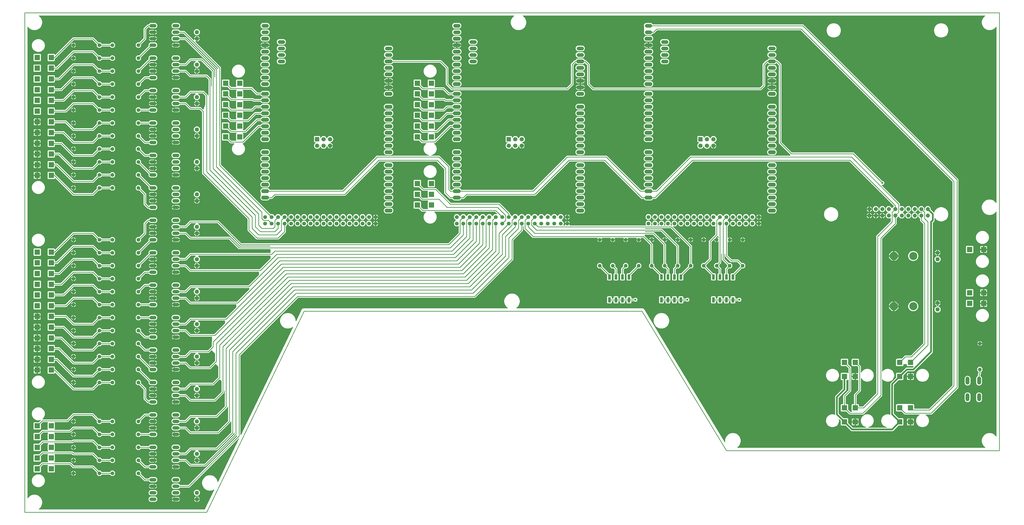
<source format=gbr>
G04 EAGLE Gerber X2 export*
G75*
%MOIN*%
%FSLAX34Y34*%
%LPD*%
%AMOC8*
5,1,8,0,0,1.08239X$1,22.5*%
G01*
%ADD10C,0.059370*%
%ADD11C,0.059370*%
%ADD12C,0.056000*%
%ADD13C,0.066000*%
%ADD14R,0.066000X0.066000*%
%ADD15R,0.043000X0.079000*%
%ADD16R,0.082677X0.082677*%
%ADD17P,0.068191X8X292.500000*%
%ADD18C,0.052000*%
%ADD19P,0.056284X8X22.500000*%
%ADD20C,0.060000*%
%ADD21P,0.064943X8X202.500000*%
%ADD22P,0.134216X8X202.500000*%
%ADD23C,0.124000*%
%ADD24P,0.056284X8X112.500000*%
%ADD25C,0.031000*%
%ADD26C,0.010000*%
%ADD27C,0.025000*%
%ADD28C,0.020000*%
%ADD29C,0.010000*%

G36*
X27699Y431D02*
X27699Y431D01*
X27705Y432D01*
X27711Y432D01*
X27717Y435D01*
X27723Y437D01*
X27728Y441D01*
X27733Y444D01*
X27733Y445D01*
X27741Y454D01*
X27742Y457D01*
X27743Y459D01*
X29173Y3413D01*
X29174Y3416D01*
X29176Y3420D01*
X29176Y3422D01*
X29177Y3424D01*
X29177Y3428D01*
X29178Y3432D01*
X29177Y3434D01*
X29178Y3437D01*
X29177Y3441D01*
X29176Y3445D01*
X29176Y3447D01*
X29175Y3449D01*
X29174Y3453D01*
X29172Y3456D01*
X29171Y3458D01*
X29170Y3460D01*
X29167Y3463D01*
X29165Y3467D01*
X29164Y3468D01*
X29162Y3470D01*
X29159Y3472D01*
X29156Y3475D01*
X29154Y3476D01*
X29152Y3477D01*
X29148Y3479D01*
X29145Y3480D01*
X29143Y3481D01*
X29141Y3482D01*
X29137Y3482D01*
X29133Y3483D01*
X29130Y3483D01*
X29128Y3483D01*
X29124Y3483D01*
X29120Y3483D01*
X29119Y3482D01*
X29116Y3482D01*
X29104Y3477D01*
X28959Y3393D01*
X28656Y3312D01*
X28344Y3312D01*
X28041Y3393D01*
X27770Y3549D01*
X27549Y3770D01*
X27393Y4041D01*
X27312Y4344D01*
X27312Y4656D01*
X27393Y4959D01*
X27549Y5230D01*
X27770Y5451D01*
X28041Y5607D01*
X28344Y5688D01*
X28656Y5688D01*
X28959Y5607D01*
X29230Y5451D01*
X29451Y5230D01*
X29607Y4959D01*
X29685Y4669D01*
X29685Y4668D01*
X29685Y4667D01*
X29687Y4662D01*
X29689Y4658D01*
X29690Y4657D01*
X29691Y4656D01*
X29694Y4652D01*
X29697Y4648D01*
X29698Y4647D01*
X29698Y4646D01*
X29703Y4643D01*
X29707Y4640D01*
X29708Y4640D01*
X29709Y4639D01*
X29713Y4637D01*
X29718Y4635D01*
X29719Y4635D01*
X29720Y4634D01*
X29725Y4634D01*
X29730Y4633D01*
X29731Y4633D01*
X29732Y4633D01*
X29737Y4633D01*
X29743Y4634D01*
X29744Y4634D01*
X29745Y4634D01*
X29749Y4636D01*
X29754Y4638D01*
X29755Y4639D01*
X29756Y4639D01*
X29760Y4642D01*
X29765Y4645D01*
X29765Y4646D01*
X29766Y4646D01*
X29768Y4648D01*
X29773Y4654D01*
X29775Y4659D01*
X29777Y4661D01*
X33008Y11339D01*
X33009Y11343D01*
X33011Y11346D01*
X33011Y11348D01*
X33012Y11350D01*
X33012Y11355D01*
X33013Y11359D01*
X33013Y11361D01*
X33013Y11363D01*
X33012Y11367D01*
X33012Y11371D01*
X33011Y11373D01*
X33010Y11375D01*
X33009Y11379D01*
X33007Y11383D01*
X33006Y11384D01*
X33005Y11386D01*
X33003Y11389D01*
X33000Y11393D01*
X32999Y11394D01*
X32997Y11396D01*
X32994Y11398D01*
X32991Y11401D01*
X32989Y11402D01*
X32987Y11403D01*
X32983Y11405D01*
X32980Y11407D01*
X32978Y11407D01*
X32976Y11408D01*
X32972Y11408D01*
X32967Y11409D01*
X32965Y11409D01*
X32963Y11409D01*
X32959Y11409D01*
X32955Y11408D01*
X32953Y11408D01*
X32951Y11408D01*
X32947Y11406D01*
X32943Y11405D01*
X32942Y11404D01*
X32940Y11403D01*
X32930Y11396D01*
X32929Y11395D01*
X25364Y3830D01*
X25290Y3799D01*
X23914Y3799D01*
X23913Y3799D01*
X23911Y3799D01*
X23907Y3798D01*
X23902Y3798D01*
X23901Y3797D01*
X23899Y3797D01*
X23895Y3795D01*
X23890Y3793D01*
X23889Y3792D01*
X23888Y3792D01*
X23884Y3789D01*
X23880Y3786D01*
X23879Y3785D01*
X23878Y3784D01*
X23877Y3781D01*
X23873Y3776D01*
X23870Y3771D01*
X23869Y3769D01*
X23868Y3767D01*
X23753Y3652D01*
X23602Y3589D01*
X22918Y3589D01*
X22767Y3652D01*
X22652Y3767D01*
X22589Y3918D01*
X22589Y4082D01*
X22652Y4233D01*
X22767Y4348D01*
X22918Y4411D01*
X23602Y4411D01*
X23753Y4348D01*
X23868Y4233D01*
X23869Y4231D01*
X23870Y4230D01*
X23870Y4228D01*
X23873Y4224D01*
X23875Y4220D01*
X23876Y4219D01*
X23877Y4218D01*
X23880Y4215D01*
X23884Y4211D01*
X23885Y4211D01*
X23886Y4210D01*
X23890Y4207D01*
X23894Y4205D01*
X23896Y4205D01*
X23897Y4204D01*
X23900Y4203D01*
X23906Y4201D01*
X23912Y4201D01*
X23914Y4201D01*
X25146Y4201D01*
X25151Y4201D01*
X25155Y4201D01*
X25157Y4202D01*
X25159Y4202D01*
X25163Y4204D01*
X25167Y4205D01*
X25168Y4206D01*
X25170Y4207D01*
X25180Y4214D01*
X25181Y4215D01*
X32695Y11729D01*
X32698Y11733D01*
X32702Y11737D01*
X32702Y11738D01*
X32703Y11739D01*
X32705Y11744D01*
X32707Y11748D01*
X32707Y11749D01*
X32708Y11751D01*
X32709Y11755D01*
X32710Y11760D01*
X32710Y11762D01*
X32710Y11763D01*
X32709Y11768D01*
X32709Y11773D01*
X32709Y11774D01*
X32709Y11775D01*
X32707Y11780D01*
X32705Y11785D01*
X32704Y11787D01*
X32697Y11797D01*
X32696Y11798D01*
X32695Y11799D01*
X32674Y11820D01*
X32670Y11823D01*
X32666Y11827D01*
X32665Y11827D01*
X32664Y11828D01*
X32660Y11830D01*
X32655Y11832D01*
X32654Y11832D01*
X32653Y11833D01*
X32648Y11834D01*
X32643Y11835D01*
X32642Y11835D01*
X32640Y11835D01*
X32636Y11834D01*
X32631Y11834D01*
X32629Y11834D01*
X32628Y11834D01*
X32623Y11832D01*
X32619Y11830D01*
X32618Y11830D01*
X32616Y11829D01*
X32606Y11822D01*
X32605Y11821D01*
X32604Y11820D01*
X27927Y7143D01*
X27864Y7080D01*
X27790Y7049D01*
X25460Y7049D01*
X25386Y7080D01*
X24681Y7785D01*
X24678Y7787D01*
X24675Y7790D01*
X24673Y7791D01*
X24671Y7792D01*
X24668Y7794D01*
X24664Y7796D01*
X24662Y7796D01*
X24660Y7797D01*
X24648Y7799D01*
X24647Y7799D01*
X24646Y7799D01*
X23914Y7799D01*
X23913Y7799D01*
X23911Y7799D01*
X23907Y7798D01*
X23902Y7798D01*
X23901Y7797D01*
X23899Y7797D01*
X23895Y7795D01*
X23890Y7793D01*
X23889Y7792D01*
X23888Y7792D01*
X23884Y7789D01*
X23880Y7786D01*
X23879Y7785D01*
X23878Y7784D01*
X23877Y7781D01*
X23873Y7776D01*
X23870Y7771D01*
X23869Y7769D01*
X23868Y7767D01*
X23753Y7652D01*
X23602Y7589D01*
X22918Y7589D01*
X22767Y7652D01*
X22652Y7767D01*
X22589Y7918D01*
X22589Y8082D01*
X22652Y8233D01*
X22767Y8348D01*
X22918Y8411D01*
X23602Y8411D01*
X23753Y8348D01*
X23868Y8233D01*
X23869Y8231D01*
X23870Y8230D01*
X23870Y8228D01*
X23873Y8224D01*
X23875Y8220D01*
X23876Y8219D01*
X23877Y8218D01*
X23880Y8215D01*
X23884Y8211D01*
X23885Y8211D01*
X23886Y8210D01*
X23890Y8207D01*
X23894Y8205D01*
X23896Y8205D01*
X23897Y8204D01*
X23900Y8203D01*
X23906Y8201D01*
X23912Y8201D01*
X23914Y8201D01*
X24790Y8201D01*
X24864Y8170D01*
X25569Y7465D01*
X25572Y7463D01*
X25575Y7460D01*
X25577Y7459D01*
X25579Y7458D01*
X25582Y7456D01*
X25586Y7454D01*
X25588Y7454D01*
X25590Y7453D01*
X25602Y7451D01*
X25603Y7451D01*
X25604Y7451D01*
X27646Y7451D01*
X27651Y7451D01*
X27655Y7451D01*
X27657Y7452D01*
X27659Y7452D01*
X27663Y7454D01*
X27667Y7455D01*
X27668Y7456D01*
X27670Y7457D01*
X27680Y7464D01*
X27681Y7465D01*
X32285Y12069D01*
X32287Y12072D01*
X32290Y12075D01*
X32291Y12077D01*
X32292Y12079D01*
X32294Y12082D01*
X32296Y12086D01*
X32296Y12088D01*
X32297Y12090D01*
X32299Y12102D01*
X32299Y12103D01*
X32299Y12104D01*
X32299Y12175D01*
X32299Y12179D01*
X32299Y12183D01*
X32298Y12185D01*
X32298Y12187D01*
X32296Y12191D01*
X32295Y12195D01*
X32294Y12196D01*
X32293Y12199D01*
X32286Y12209D01*
X32285Y12209D01*
X32285Y12210D01*
X32277Y12217D01*
X32276Y12218D01*
X32274Y12220D01*
X32271Y12222D01*
X32268Y12225D01*
X32266Y12225D01*
X32264Y12227D01*
X32260Y12228D01*
X32256Y12230D01*
X32254Y12230D01*
X32252Y12231D01*
X32248Y12231D01*
X32244Y12231D01*
X32242Y12231D01*
X32240Y12231D01*
X32236Y12231D01*
X32231Y12230D01*
X32229Y12229D01*
X32227Y12229D01*
X32224Y12227D01*
X32220Y12226D01*
X32218Y12225D01*
X32216Y12224D01*
X32213Y12221D01*
X32210Y12219D01*
X32208Y12217D01*
X32207Y12216D01*
X32205Y12214D01*
X32201Y12209D01*
X32198Y12203D01*
X32197Y12201D01*
X32170Y12136D01*
X29614Y9580D01*
X29540Y9549D01*
X26728Y9549D01*
X26723Y9549D01*
X26717Y9548D01*
X26716Y9548D01*
X26711Y9546D01*
X26706Y9544D01*
X26705Y9543D01*
X26704Y9543D01*
X26700Y9540D01*
X26695Y9537D01*
X26695Y9536D01*
X26694Y9536D01*
X26691Y9531D01*
X26687Y9527D01*
X26687Y9526D01*
X26684Y9521D01*
X26682Y9516D01*
X26682Y9515D01*
X26681Y9515D01*
X26680Y9509D01*
X26679Y9504D01*
X26679Y9503D01*
X26680Y9497D01*
X26680Y9491D01*
X26680Y9490D01*
X26682Y9485D01*
X26683Y9480D01*
X26684Y9479D01*
X26684Y9478D01*
X26691Y9468D01*
X26693Y9466D01*
X26693Y9465D01*
X26966Y9193D01*
X26966Y8807D01*
X26693Y8534D01*
X26307Y8534D01*
X26034Y8807D01*
X26034Y9193D01*
X26307Y9465D01*
X26310Y9470D01*
X26313Y9474D01*
X26314Y9474D01*
X26314Y9475D01*
X26316Y9480D01*
X26319Y9485D01*
X26319Y9486D01*
X26320Y9492D01*
X26321Y9497D01*
X26321Y9498D01*
X26321Y9499D01*
X26320Y9504D01*
X26320Y9510D01*
X26320Y9511D01*
X26318Y9516D01*
X26316Y9522D01*
X26315Y9523D01*
X26312Y9527D01*
X26309Y9532D01*
X26308Y9533D01*
X26304Y9537D01*
X26300Y9540D01*
X26299Y9541D01*
X26294Y9544D01*
X26289Y9546D01*
X26288Y9546D01*
X26288Y9547D01*
X26276Y9549D01*
X26273Y9549D01*
X26272Y9549D01*
X25604Y9549D01*
X25599Y9549D01*
X25595Y9549D01*
X25593Y9548D01*
X25591Y9548D01*
X25587Y9546D01*
X25583Y9545D01*
X25582Y9544D01*
X25580Y9543D01*
X25570Y9536D01*
X25569Y9535D01*
X24864Y8830D01*
X24790Y8799D01*
X23914Y8799D01*
X23913Y8799D01*
X23911Y8799D01*
X23907Y8798D01*
X23902Y8798D01*
X23901Y8797D01*
X23899Y8797D01*
X23895Y8795D01*
X23890Y8793D01*
X23889Y8792D01*
X23888Y8792D01*
X23884Y8789D01*
X23880Y8786D01*
X23879Y8785D01*
X23878Y8784D01*
X23877Y8781D01*
X23873Y8776D01*
X23870Y8771D01*
X23869Y8769D01*
X23868Y8767D01*
X23753Y8652D01*
X23602Y8589D01*
X22918Y8589D01*
X22767Y8652D01*
X22652Y8767D01*
X22589Y8918D01*
X22589Y9082D01*
X22652Y9233D01*
X22767Y9348D01*
X22918Y9411D01*
X23602Y9411D01*
X23753Y9348D01*
X23868Y9233D01*
X23869Y9231D01*
X23870Y9230D01*
X23870Y9228D01*
X23873Y9224D01*
X23875Y9220D01*
X23876Y9219D01*
X23877Y9218D01*
X23880Y9215D01*
X23884Y9211D01*
X23885Y9211D01*
X23886Y9210D01*
X23890Y9207D01*
X23894Y9205D01*
X23896Y9205D01*
X23897Y9204D01*
X23900Y9203D01*
X23906Y9201D01*
X23912Y9201D01*
X23914Y9201D01*
X24646Y9201D01*
X24651Y9201D01*
X24655Y9201D01*
X24657Y9202D01*
X24659Y9202D01*
X24663Y9204D01*
X24667Y9205D01*
X24668Y9206D01*
X24670Y9207D01*
X24680Y9214D01*
X24681Y9215D01*
X25386Y9920D01*
X25460Y9951D01*
X29396Y9951D01*
X29401Y9951D01*
X29405Y9951D01*
X29407Y9952D01*
X29409Y9952D01*
X29413Y9954D01*
X29417Y9955D01*
X29418Y9956D01*
X29420Y9957D01*
X29430Y9964D01*
X29431Y9965D01*
X31785Y12319D01*
X31787Y12322D01*
X31790Y12325D01*
X31791Y12327D01*
X31792Y12329D01*
X31794Y12332D01*
X31796Y12336D01*
X31796Y12338D01*
X31797Y12340D01*
X31799Y12352D01*
X31799Y12353D01*
X31799Y12354D01*
X31799Y13925D01*
X31799Y13929D01*
X31799Y13933D01*
X31798Y13935D01*
X31798Y13937D01*
X31796Y13941D01*
X31795Y13945D01*
X31794Y13946D01*
X31794Y13947D01*
X31793Y13949D01*
X31789Y13954D01*
X31787Y13957D01*
X31786Y13958D01*
X31786Y13959D01*
X31785Y13959D01*
X31785Y13960D01*
X31777Y13967D01*
X31776Y13968D01*
X31774Y13970D01*
X31771Y13972D01*
X31768Y13975D01*
X31766Y13975D01*
X31764Y13977D01*
X31760Y13978D01*
X31756Y13980D01*
X31754Y13980D01*
X31752Y13981D01*
X31748Y13981D01*
X31744Y13981D01*
X31742Y13981D01*
X31740Y13981D01*
X31736Y13981D01*
X31731Y13980D01*
X31729Y13979D01*
X31727Y13979D01*
X31724Y13977D01*
X31720Y13976D01*
X31718Y13975D01*
X31716Y13974D01*
X31713Y13971D01*
X31710Y13969D01*
X31708Y13967D01*
X31707Y13966D01*
X31705Y13964D01*
X31701Y13959D01*
X31698Y13953D01*
X31697Y13951D01*
X31670Y13886D01*
X29864Y12080D01*
X29790Y12049D01*
X25460Y12049D01*
X25386Y12080D01*
X24681Y12785D01*
X24678Y12787D01*
X24675Y12790D01*
X24673Y12791D01*
X24671Y12792D01*
X24668Y12794D01*
X24664Y12796D01*
X24662Y12796D01*
X24660Y12797D01*
X24648Y12799D01*
X24647Y12799D01*
X24646Y12799D01*
X23914Y12799D01*
X23913Y12799D01*
X23911Y12799D01*
X23907Y12798D01*
X23902Y12798D01*
X23901Y12797D01*
X23899Y12797D01*
X23895Y12795D01*
X23890Y12793D01*
X23889Y12792D01*
X23888Y12792D01*
X23884Y12789D01*
X23880Y12786D01*
X23879Y12785D01*
X23878Y12784D01*
X23877Y12781D01*
X23873Y12776D01*
X23870Y12771D01*
X23869Y12769D01*
X23868Y12767D01*
X23753Y12652D01*
X23602Y12589D01*
X22918Y12589D01*
X22767Y12652D01*
X22652Y12767D01*
X22589Y12918D01*
X22589Y13082D01*
X22652Y13233D01*
X22767Y13348D01*
X22918Y13411D01*
X23602Y13411D01*
X23753Y13348D01*
X23868Y13233D01*
X23869Y13231D01*
X23870Y13230D01*
X23870Y13228D01*
X23873Y13224D01*
X23875Y13220D01*
X23876Y13219D01*
X23877Y13218D01*
X23880Y13215D01*
X23884Y13211D01*
X23885Y13211D01*
X23886Y13210D01*
X23890Y13207D01*
X23894Y13205D01*
X23896Y13205D01*
X23897Y13204D01*
X23900Y13203D01*
X23906Y13201D01*
X23912Y13201D01*
X23914Y13201D01*
X24790Y13201D01*
X24864Y13170D01*
X25569Y12465D01*
X25572Y12463D01*
X25575Y12460D01*
X25577Y12459D01*
X25579Y12458D01*
X25582Y12456D01*
X25586Y12454D01*
X25588Y12454D01*
X25590Y12453D01*
X25602Y12451D01*
X25603Y12451D01*
X25604Y12451D01*
X29646Y12451D01*
X29651Y12451D01*
X29655Y12451D01*
X29657Y12452D01*
X29659Y12452D01*
X29663Y12454D01*
X29667Y12455D01*
X29668Y12456D01*
X29670Y12457D01*
X29680Y12464D01*
X29681Y12465D01*
X31285Y14069D01*
X31287Y14072D01*
X31290Y14075D01*
X31291Y14077D01*
X31292Y14079D01*
X31294Y14082D01*
X31296Y14086D01*
X31296Y14088D01*
X31297Y14090D01*
X31299Y14102D01*
X31299Y14103D01*
X31299Y14104D01*
X31299Y16175D01*
X31299Y16179D01*
X31299Y16183D01*
X31298Y16185D01*
X31298Y16187D01*
X31296Y16191D01*
X31295Y16195D01*
X31294Y16196D01*
X31293Y16199D01*
X31286Y16209D01*
X31285Y16209D01*
X31285Y16210D01*
X31277Y16217D01*
X31276Y16218D01*
X31274Y16220D01*
X31271Y16222D01*
X31268Y16225D01*
X31266Y16225D01*
X31264Y16227D01*
X31260Y16228D01*
X31256Y16230D01*
X31254Y16230D01*
X31252Y16231D01*
X31248Y16231D01*
X31244Y16231D01*
X31242Y16231D01*
X31240Y16231D01*
X31236Y16231D01*
X31231Y16230D01*
X31229Y16229D01*
X31227Y16229D01*
X31224Y16227D01*
X31220Y16226D01*
X31218Y16225D01*
X31216Y16224D01*
X31213Y16221D01*
X31210Y16219D01*
X31208Y16217D01*
X31207Y16216D01*
X31205Y16214D01*
X31201Y16209D01*
X31198Y16203D01*
X31197Y16201D01*
X31170Y16136D01*
X29614Y14580D01*
X29540Y14549D01*
X26728Y14549D01*
X26723Y14549D01*
X26717Y14548D01*
X26716Y14548D01*
X26711Y14546D01*
X26706Y14544D01*
X26705Y14543D01*
X26704Y14543D01*
X26700Y14540D01*
X26695Y14537D01*
X26695Y14536D01*
X26694Y14536D01*
X26691Y14531D01*
X26687Y14527D01*
X26687Y14526D01*
X26684Y14521D01*
X26682Y14516D01*
X26682Y14515D01*
X26681Y14515D01*
X26680Y14509D01*
X26679Y14504D01*
X26679Y14503D01*
X26680Y14497D01*
X26680Y14491D01*
X26680Y14490D01*
X26682Y14485D01*
X26683Y14480D01*
X26684Y14479D01*
X26684Y14478D01*
X26691Y14468D01*
X26693Y14466D01*
X26693Y14465D01*
X26966Y14193D01*
X26966Y13807D01*
X26693Y13534D01*
X26307Y13534D01*
X26034Y13807D01*
X26034Y14193D01*
X26307Y14465D01*
X26310Y14470D01*
X26313Y14474D01*
X26314Y14474D01*
X26314Y14475D01*
X26316Y14480D01*
X26319Y14485D01*
X26319Y14486D01*
X26320Y14492D01*
X26321Y14497D01*
X26321Y14498D01*
X26321Y14499D01*
X26320Y14504D01*
X26320Y14510D01*
X26320Y14511D01*
X26318Y14516D01*
X26316Y14522D01*
X26315Y14523D01*
X26312Y14527D01*
X26309Y14532D01*
X26308Y14533D01*
X26304Y14537D01*
X26300Y14540D01*
X26299Y14541D01*
X26294Y14544D01*
X26289Y14546D01*
X26288Y14546D01*
X26288Y14547D01*
X26276Y14549D01*
X26273Y14549D01*
X26272Y14549D01*
X25604Y14549D01*
X25599Y14549D01*
X25595Y14549D01*
X25593Y14548D01*
X25591Y14548D01*
X25587Y14546D01*
X25583Y14545D01*
X25582Y14544D01*
X25580Y14543D01*
X25570Y14536D01*
X25569Y14535D01*
X24864Y13830D01*
X24790Y13799D01*
X23914Y13799D01*
X23913Y13799D01*
X23911Y13799D01*
X23907Y13798D01*
X23902Y13798D01*
X23901Y13797D01*
X23899Y13797D01*
X23895Y13795D01*
X23890Y13793D01*
X23889Y13792D01*
X23888Y13792D01*
X23884Y13789D01*
X23880Y13786D01*
X23879Y13785D01*
X23878Y13784D01*
X23877Y13781D01*
X23873Y13776D01*
X23870Y13771D01*
X23869Y13769D01*
X23868Y13767D01*
X23753Y13652D01*
X23602Y13589D01*
X22918Y13589D01*
X22767Y13652D01*
X22652Y13767D01*
X22589Y13918D01*
X22589Y14082D01*
X22652Y14233D01*
X22767Y14348D01*
X22918Y14411D01*
X23602Y14411D01*
X23753Y14348D01*
X23868Y14233D01*
X23869Y14231D01*
X23870Y14230D01*
X23870Y14228D01*
X23873Y14224D01*
X23875Y14220D01*
X23876Y14219D01*
X23877Y14218D01*
X23880Y14215D01*
X23884Y14211D01*
X23885Y14211D01*
X23886Y14210D01*
X23890Y14207D01*
X23894Y14205D01*
X23896Y14205D01*
X23897Y14204D01*
X23900Y14203D01*
X23906Y14201D01*
X23912Y14201D01*
X23914Y14201D01*
X24646Y14201D01*
X24651Y14201D01*
X24655Y14201D01*
X24657Y14202D01*
X24659Y14202D01*
X24663Y14204D01*
X24667Y14205D01*
X24668Y14206D01*
X24670Y14207D01*
X24680Y14214D01*
X24681Y14215D01*
X25386Y14920D01*
X25460Y14951D01*
X29396Y14951D01*
X29401Y14951D01*
X29405Y14951D01*
X29407Y14952D01*
X29409Y14952D01*
X29413Y14954D01*
X29417Y14955D01*
X29418Y14956D01*
X29420Y14957D01*
X29430Y14964D01*
X29431Y14965D01*
X30785Y16319D01*
X30787Y16322D01*
X30790Y16325D01*
X30791Y16327D01*
X30792Y16329D01*
X30794Y16332D01*
X30796Y16336D01*
X30796Y16338D01*
X30797Y16340D01*
X30799Y16352D01*
X30799Y16353D01*
X30799Y16354D01*
X30799Y18675D01*
X30799Y18677D01*
X30799Y18680D01*
X30798Y18682D01*
X30798Y18687D01*
X30795Y18695D01*
X30794Y18697D01*
X30793Y18698D01*
X30793Y18699D01*
X30790Y18703D01*
X30787Y18707D01*
X30786Y18708D01*
X30786Y18709D01*
X30782Y18712D01*
X30778Y18715D01*
X30777Y18716D01*
X30776Y18716D01*
X30771Y18719D01*
X30767Y18721D01*
X30766Y18721D01*
X30765Y18722D01*
X30760Y18723D01*
X30755Y18724D01*
X30754Y18724D01*
X30753Y18724D01*
X30747Y18724D01*
X30742Y18723D01*
X30741Y18723D01*
X30740Y18723D01*
X30735Y18721D01*
X30730Y18720D01*
X30729Y18719D01*
X30728Y18719D01*
X30724Y18716D01*
X30720Y18714D01*
X30719Y18713D01*
X30718Y18712D01*
X30715Y18708D01*
X30711Y18705D01*
X30710Y18704D01*
X30710Y18703D01*
X30707Y18698D01*
X30705Y18694D01*
X30704Y18693D01*
X30704Y18692D01*
X30703Y18690D01*
X30701Y18682D01*
X30701Y18677D01*
X30701Y18675D01*
X30701Y18460D01*
X30670Y18386D01*
X29364Y17080D01*
X29290Y17049D01*
X25460Y17049D01*
X25386Y17080D01*
X24681Y17785D01*
X24678Y17787D01*
X24675Y17790D01*
X24673Y17791D01*
X24671Y17792D01*
X24668Y17794D01*
X24664Y17796D01*
X24662Y17796D01*
X24660Y17797D01*
X24648Y17799D01*
X24647Y17799D01*
X24646Y17799D01*
X23914Y17799D01*
X23913Y17799D01*
X23911Y17799D01*
X23907Y17798D01*
X23902Y17798D01*
X23901Y17797D01*
X23899Y17797D01*
X23895Y17795D01*
X23890Y17793D01*
X23889Y17792D01*
X23888Y17792D01*
X23884Y17789D01*
X23880Y17786D01*
X23879Y17785D01*
X23878Y17784D01*
X23877Y17781D01*
X23873Y17776D01*
X23870Y17771D01*
X23869Y17769D01*
X23868Y17767D01*
X23753Y17652D01*
X23602Y17589D01*
X22918Y17589D01*
X22767Y17652D01*
X22652Y17767D01*
X22589Y17918D01*
X22589Y18082D01*
X22652Y18233D01*
X22767Y18348D01*
X22918Y18411D01*
X23602Y18411D01*
X23753Y18348D01*
X23868Y18233D01*
X23869Y18231D01*
X23870Y18230D01*
X23870Y18228D01*
X23873Y18224D01*
X23875Y18220D01*
X23876Y18219D01*
X23877Y18218D01*
X23880Y18215D01*
X23884Y18211D01*
X23885Y18211D01*
X23886Y18210D01*
X23890Y18207D01*
X23894Y18205D01*
X23896Y18205D01*
X23897Y18204D01*
X23900Y18203D01*
X23906Y18201D01*
X23912Y18201D01*
X23914Y18201D01*
X24790Y18201D01*
X24864Y18170D01*
X25569Y17465D01*
X25572Y17463D01*
X25575Y17460D01*
X25577Y17459D01*
X25579Y17458D01*
X25582Y17456D01*
X25586Y17454D01*
X25588Y17454D01*
X25590Y17453D01*
X25602Y17451D01*
X25603Y17451D01*
X25604Y17451D01*
X29146Y17451D01*
X29151Y17451D01*
X29155Y17451D01*
X29157Y17452D01*
X29159Y17452D01*
X29163Y17454D01*
X29167Y17455D01*
X29168Y17456D01*
X29170Y17457D01*
X29180Y17464D01*
X29181Y17465D01*
X30285Y18569D01*
X30287Y18572D01*
X30290Y18575D01*
X30291Y18577D01*
X30292Y18579D01*
X30294Y18582D01*
X30296Y18586D01*
X30296Y18588D01*
X30297Y18589D01*
X30297Y18590D01*
X30298Y18597D01*
X30299Y18601D01*
X30299Y18602D01*
X30299Y18603D01*
X30299Y18604D01*
X30299Y20175D01*
X30299Y20179D01*
X30299Y20183D01*
X30298Y20185D01*
X30298Y20187D01*
X30296Y20191D01*
X30295Y20195D01*
X30294Y20196D01*
X30293Y20199D01*
X30286Y20209D01*
X30285Y20209D01*
X30285Y20210D01*
X30049Y20445D01*
X30045Y20448D01*
X30041Y20452D01*
X30040Y20452D01*
X30039Y20453D01*
X30035Y20455D01*
X30030Y20457D01*
X30029Y20457D01*
X30028Y20458D01*
X30023Y20459D01*
X30018Y20460D01*
X30017Y20460D01*
X30015Y20460D01*
X30011Y20459D01*
X30006Y20459D01*
X30004Y20459D01*
X30003Y20459D01*
X29998Y20457D01*
X29994Y20455D01*
X29993Y20455D01*
X29991Y20454D01*
X29981Y20447D01*
X29980Y20446D01*
X29979Y20445D01*
X29177Y19643D01*
X29114Y19580D01*
X29040Y19549D01*
X26728Y19549D01*
X26723Y19549D01*
X26717Y19548D01*
X26716Y19548D01*
X26711Y19546D01*
X26706Y19544D01*
X26705Y19543D01*
X26704Y19543D01*
X26700Y19540D01*
X26695Y19537D01*
X26695Y19536D01*
X26694Y19536D01*
X26691Y19531D01*
X26687Y19527D01*
X26687Y19526D01*
X26684Y19521D01*
X26682Y19516D01*
X26682Y19515D01*
X26681Y19515D01*
X26680Y19509D01*
X26679Y19504D01*
X26679Y19503D01*
X26680Y19497D01*
X26680Y19491D01*
X26680Y19490D01*
X26682Y19485D01*
X26683Y19480D01*
X26684Y19479D01*
X26684Y19478D01*
X26691Y19468D01*
X26693Y19466D01*
X26693Y19465D01*
X26966Y19193D01*
X26966Y18807D01*
X26693Y18534D01*
X26307Y18534D01*
X26034Y18807D01*
X26034Y19193D01*
X26307Y19465D01*
X26310Y19470D01*
X26313Y19474D01*
X26314Y19474D01*
X26314Y19475D01*
X26316Y19480D01*
X26319Y19485D01*
X26319Y19486D01*
X26320Y19492D01*
X26321Y19497D01*
X26321Y19498D01*
X26321Y19499D01*
X26320Y19504D01*
X26320Y19510D01*
X26320Y19511D01*
X26318Y19516D01*
X26316Y19522D01*
X26315Y19523D01*
X26312Y19527D01*
X26309Y19532D01*
X26308Y19533D01*
X26304Y19537D01*
X26300Y19540D01*
X26299Y19541D01*
X26294Y19544D01*
X26289Y19546D01*
X26288Y19546D01*
X26288Y19547D01*
X26276Y19549D01*
X26273Y19549D01*
X26272Y19549D01*
X25604Y19549D01*
X25599Y19549D01*
X25595Y19549D01*
X25593Y19548D01*
X25591Y19548D01*
X25587Y19546D01*
X25583Y19545D01*
X25582Y19544D01*
X25580Y19543D01*
X25570Y19536D01*
X25569Y19535D01*
X24927Y18893D01*
X24864Y18830D01*
X24790Y18799D01*
X23914Y18799D01*
X23913Y18799D01*
X23911Y18799D01*
X23907Y18798D01*
X23902Y18798D01*
X23901Y18797D01*
X23899Y18797D01*
X23895Y18795D01*
X23890Y18793D01*
X23889Y18792D01*
X23888Y18792D01*
X23884Y18789D01*
X23880Y18786D01*
X23879Y18785D01*
X23878Y18784D01*
X23877Y18781D01*
X23873Y18776D01*
X23870Y18771D01*
X23869Y18769D01*
X23868Y18767D01*
X23753Y18652D01*
X23602Y18589D01*
X22918Y18589D01*
X22767Y18652D01*
X22652Y18767D01*
X22589Y18918D01*
X22589Y19082D01*
X22652Y19233D01*
X22767Y19348D01*
X22918Y19411D01*
X23602Y19411D01*
X23753Y19348D01*
X23868Y19233D01*
X23869Y19231D01*
X23870Y19230D01*
X23870Y19228D01*
X23873Y19224D01*
X23875Y19220D01*
X23876Y19219D01*
X23877Y19218D01*
X23880Y19215D01*
X23884Y19211D01*
X23885Y19211D01*
X23886Y19210D01*
X23890Y19207D01*
X23894Y19205D01*
X23896Y19205D01*
X23897Y19204D01*
X23900Y19203D01*
X23906Y19201D01*
X23912Y19201D01*
X23914Y19201D01*
X24646Y19201D01*
X24651Y19201D01*
X24655Y19201D01*
X24657Y19202D01*
X24659Y19202D01*
X24663Y19204D01*
X24667Y19205D01*
X24668Y19206D01*
X24670Y19207D01*
X24680Y19214D01*
X24681Y19215D01*
X25386Y19920D01*
X25460Y19951D01*
X28896Y19951D01*
X28901Y19951D01*
X28905Y19951D01*
X28907Y19952D01*
X28909Y19952D01*
X28913Y19954D01*
X28917Y19955D01*
X28918Y19956D01*
X28920Y19957D01*
X28930Y19964D01*
X28931Y19965D01*
X29785Y20819D01*
X29787Y20822D01*
X29790Y20825D01*
X29791Y20827D01*
X29792Y20829D01*
X29794Y20832D01*
X29796Y20836D01*
X29796Y20838D01*
X29797Y20840D01*
X29799Y20852D01*
X29799Y20853D01*
X29799Y20854D01*
X29799Y22425D01*
X29799Y22429D01*
X29799Y22433D01*
X29798Y22435D01*
X29798Y22437D01*
X29796Y22441D01*
X29795Y22445D01*
X29794Y22446D01*
X29793Y22449D01*
X29786Y22459D01*
X29785Y22459D01*
X29785Y22460D01*
X29440Y22805D01*
X29424Y22820D01*
X29420Y22823D01*
X29416Y22827D01*
X29415Y22827D01*
X29414Y22828D01*
X29410Y22830D01*
X29405Y22832D01*
X29404Y22832D01*
X29403Y22833D01*
X29398Y22834D01*
X29393Y22835D01*
X29392Y22835D01*
X29390Y22835D01*
X29386Y22834D01*
X29381Y22834D01*
X29379Y22834D01*
X29378Y22834D01*
X29373Y22832D01*
X29369Y22830D01*
X29368Y22830D01*
X29366Y22829D01*
X29356Y22822D01*
X29355Y22821D01*
X29354Y22820D01*
X28677Y22143D01*
X28614Y22080D01*
X28540Y22049D01*
X25460Y22049D01*
X25386Y22080D01*
X25323Y22143D01*
X24681Y22785D01*
X24678Y22787D01*
X24675Y22790D01*
X24673Y22791D01*
X24671Y22792D01*
X24668Y22794D01*
X24664Y22796D01*
X24662Y22796D01*
X24660Y22797D01*
X24648Y22799D01*
X24647Y22799D01*
X24646Y22799D01*
X23914Y22799D01*
X23913Y22799D01*
X23911Y22799D01*
X23907Y22798D01*
X23902Y22798D01*
X23901Y22797D01*
X23899Y22797D01*
X23895Y22795D01*
X23890Y22793D01*
X23889Y22792D01*
X23888Y22792D01*
X23884Y22789D01*
X23880Y22786D01*
X23879Y22785D01*
X23878Y22784D01*
X23877Y22781D01*
X23873Y22776D01*
X23870Y22771D01*
X23869Y22769D01*
X23868Y22767D01*
X23753Y22652D01*
X23602Y22589D01*
X22918Y22589D01*
X22767Y22652D01*
X22652Y22767D01*
X22589Y22918D01*
X22589Y23082D01*
X22652Y23233D01*
X22767Y23348D01*
X22918Y23411D01*
X23602Y23411D01*
X23753Y23348D01*
X23868Y23233D01*
X23869Y23231D01*
X23870Y23230D01*
X23870Y23228D01*
X23873Y23224D01*
X23875Y23220D01*
X23876Y23219D01*
X23877Y23218D01*
X23880Y23215D01*
X23884Y23211D01*
X23885Y23211D01*
X23886Y23210D01*
X23890Y23207D01*
X23894Y23205D01*
X23896Y23205D01*
X23897Y23204D01*
X23900Y23203D01*
X23906Y23201D01*
X23912Y23201D01*
X23914Y23201D01*
X24790Y23201D01*
X24864Y23170D01*
X25569Y22465D01*
X25572Y22463D01*
X25575Y22460D01*
X25577Y22459D01*
X25579Y22458D01*
X25582Y22456D01*
X25586Y22454D01*
X25588Y22454D01*
X25590Y22453D01*
X25602Y22451D01*
X25603Y22451D01*
X25604Y22451D01*
X28396Y22451D01*
X28401Y22451D01*
X28405Y22451D01*
X28407Y22452D01*
X28409Y22452D01*
X28413Y22454D01*
X28417Y22455D01*
X28418Y22456D01*
X28420Y22457D01*
X28430Y22464D01*
X28431Y22465D01*
X29285Y23319D01*
X29287Y23322D01*
X29290Y23325D01*
X29291Y23327D01*
X29292Y23329D01*
X29294Y23332D01*
X29296Y23336D01*
X29296Y23338D01*
X29297Y23340D01*
X29299Y23352D01*
X29299Y23353D01*
X29299Y23354D01*
X29299Y24425D01*
X29299Y24429D01*
X29299Y24433D01*
X29298Y24435D01*
X29298Y24437D01*
X29296Y24441D01*
X29295Y24445D01*
X29294Y24446D01*
X29293Y24449D01*
X29286Y24459D01*
X29285Y24459D01*
X29285Y24460D01*
X28818Y24926D01*
X28818Y24928D01*
X28818Y24929D01*
X28816Y24934D01*
X28814Y24939D01*
X28813Y24940D01*
X28810Y24945D01*
X28807Y24949D01*
X28806Y24950D01*
X28801Y24954D01*
X28797Y24958D01*
X28796Y24958D01*
X28791Y24961D01*
X28786Y24963D01*
X28785Y24963D01*
X28779Y24964D01*
X28774Y24966D01*
X28773Y24966D01*
X28767Y24965D01*
X28761Y24965D01*
X28760Y24965D01*
X28755Y24963D01*
X28750Y24961D01*
X28749Y24961D01*
X28748Y24961D01*
X28738Y24954D01*
X28736Y24952D01*
X28735Y24951D01*
X28427Y24643D01*
X28364Y24580D01*
X28290Y24549D01*
X26728Y24549D01*
X26723Y24549D01*
X26717Y24548D01*
X26716Y24548D01*
X26711Y24546D01*
X26706Y24544D01*
X26705Y24543D01*
X26704Y24543D01*
X26700Y24540D01*
X26695Y24537D01*
X26695Y24536D01*
X26694Y24536D01*
X26691Y24531D01*
X26687Y24527D01*
X26687Y24526D01*
X26684Y24521D01*
X26682Y24516D01*
X26682Y24515D01*
X26681Y24515D01*
X26680Y24509D01*
X26679Y24504D01*
X26679Y24503D01*
X26680Y24497D01*
X26680Y24491D01*
X26680Y24490D01*
X26682Y24485D01*
X26683Y24480D01*
X26684Y24479D01*
X26684Y24478D01*
X26691Y24468D01*
X26693Y24466D01*
X26693Y24465D01*
X26966Y24193D01*
X26966Y23807D01*
X26693Y23534D01*
X26307Y23534D01*
X26034Y23807D01*
X26034Y24193D01*
X26307Y24465D01*
X26310Y24470D01*
X26313Y24474D01*
X26314Y24474D01*
X26314Y24475D01*
X26316Y24480D01*
X26319Y24485D01*
X26319Y24486D01*
X26320Y24492D01*
X26321Y24497D01*
X26321Y24498D01*
X26321Y24499D01*
X26320Y24504D01*
X26320Y24510D01*
X26320Y24511D01*
X26318Y24516D01*
X26316Y24522D01*
X26315Y24523D01*
X26312Y24527D01*
X26309Y24532D01*
X26308Y24533D01*
X26304Y24537D01*
X26300Y24540D01*
X26299Y24541D01*
X26294Y24544D01*
X26289Y24546D01*
X26288Y24546D01*
X26288Y24547D01*
X26276Y24549D01*
X26273Y24549D01*
X26272Y24549D01*
X25604Y24549D01*
X25599Y24549D01*
X25595Y24549D01*
X25593Y24548D01*
X25591Y24548D01*
X25587Y24546D01*
X25583Y24545D01*
X25582Y24544D01*
X25580Y24543D01*
X25570Y24536D01*
X25569Y24535D01*
X24864Y23830D01*
X24790Y23799D01*
X23914Y23799D01*
X23913Y23799D01*
X23911Y23799D01*
X23907Y23798D01*
X23902Y23798D01*
X23901Y23797D01*
X23899Y23797D01*
X23895Y23795D01*
X23890Y23793D01*
X23889Y23792D01*
X23888Y23792D01*
X23884Y23789D01*
X23880Y23786D01*
X23879Y23785D01*
X23878Y23784D01*
X23877Y23781D01*
X23873Y23776D01*
X23870Y23771D01*
X23869Y23769D01*
X23868Y23767D01*
X23753Y23652D01*
X23602Y23589D01*
X22918Y23589D01*
X22767Y23652D01*
X22652Y23767D01*
X22589Y23918D01*
X22589Y24082D01*
X22652Y24233D01*
X22767Y24348D01*
X22918Y24411D01*
X23602Y24411D01*
X23753Y24348D01*
X23868Y24233D01*
X23869Y24231D01*
X23870Y24230D01*
X23870Y24228D01*
X23873Y24224D01*
X23875Y24220D01*
X23876Y24219D01*
X23877Y24218D01*
X23880Y24215D01*
X23884Y24211D01*
X23885Y24211D01*
X23886Y24210D01*
X23890Y24207D01*
X23894Y24205D01*
X23896Y24205D01*
X23897Y24204D01*
X23900Y24203D01*
X23906Y24201D01*
X23912Y24201D01*
X23914Y24201D01*
X24646Y24201D01*
X24651Y24201D01*
X24655Y24201D01*
X24657Y24202D01*
X24659Y24202D01*
X24663Y24204D01*
X24667Y24205D01*
X24668Y24206D01*
X24670Y24207D01*
X24680Y24214D01*
X24681Y24215D01*
X25386Y24920D01*
X25460Y24951D01*
X28146Y24951D01*
X28151Y24951D01*
X28155Y24951D01*
X28157Y24952D01*
X28159Y24952D01*
X28163Y24954D01*
X28167Y24955D01*
X28168Y24956D01*
X28170Y24957D01*
X28180Y24964D01*
X28181Y24965D01*
X28785Y25569D01*
X28787Y25572D01*
X28790Y25575D01*
X28791Y25577D01*
X28792Y25579D01*
X28794Y25582D01*
X28796Y25586D01*
X28796Y25588D01*
X28797Y25590D01*
X28799Y25602D01*
X28799Y25603D01*
X28799Y25604D01*
X28799Y26290D01*
X28816Y26329D01*
X28816Y26330D01*
X28816Y26331D01*
X28817Y26333D01*
X28819Y26341D01*
X28819Y26346D01*
X28819Y26348D01*
X28819Y27000D01*
X28819Y27005D01*
X28818Y27010D01*
X28818Y27011D01*
X28818Y27012D01*
X28816Y27017D01*
X28814Y27022D01*
X28814Y27023D01*
X28813Y27024D01*
X28810Y27028D01*
X28807Y27032D01*
X28806Y27033D01*
X28806Y27034D01*
X28802Y27037D01*
X28798Y27040D01*
X28797Y27041D01*
X28796Y27042D01*
X28792Y27044D01*
X28787Y27046D01*
X28786Y27046D01*
X28785Y27047D01*
X28773Y27049D01*
X28771Y27049D01*
X28770Y27049D01*
X25460Y27049D01*
X25386Y27080D01*
X24681Y27785D01*
X24678Y27787D01*
X24675Y27790D01*
X24673Y27791D01*
X24671Y27792D01*
X24668Y27794D01*
X24664Y27796D01*
X24662Y27796D01*
X24660Y27797D01*
X24648Y27799D01*
X24647Y27799D01*
X24646Y27799D01*
X23914Y27799D01*
X23913Y27799D01*
X23911Y27799D01*
X23907Y27798D01*
X23902Y27798D01*
X23901Y27797D01*
X23899Y27797D01*
X23895Y27795D01*
X23890Y27793D01*
X23889Y27792D01*
X23888Y27792D01*
X23884Y27789D01*
X23880Y27786D01*
X23879Y27785D01*
X23878Y27784D01*
X23877Y27781D01*
X23873Y27776D01*
X23870Y27771D01*
X23869Y27769D01*
X23868Y27767D01*
X23753Y27652D01*
X23602Y27589D01*
X22918Y27589D01*
X22767Y27652D01*
X22652Y27767D01*
X22589Y27918D01*
X22589Y28082D01*
X22652Y28233D01*
X22767Y28348D01*
X22918Y28411D01*
X23602Y28411D01*
X23753Y28348D01*
X23868Y28233D01*
X23869Y28231D01*
X23870Y28230D01*
X23870Y28228D01*
X23873Y28224D01*
X23875Y28220D01*
X23876Y28219D01*
X23877Y28218D01*
X23880Y28215D01*
X23884Y28211D01*
X23885Y28211D01*
X23886Y28210D01*
X23890Y28207D01*
X23894Y28205D01*
X23896Y28205D01*
X23897Y28204D01*
X23900Y28203D01*
X23906Y28201D01*
X23912Y28201D01*
X23914Y28201D01*
X24790Y28201D01*
X24864Y28170D01*
X25569Y27465D01*
X25572Y27463D01*
X25575Y27460D01*
X25577Y27459D01*
X25579Y27458D01*
X25582Y27456D01*
X25586Y27454D01*
X25588Y27454D01*
X25590Y27453D01*
X25602Y27451D01*
X25603Y27451D01*
X25604Y27451D01*
X29146Y27451D01*
X29151Y27451D01*
X29155Y27451D01*
X29157Y27452D01*
X29159Y27452D01*
X29163Y27454D01*
X29167Y27455D01*
X29168Y27456D01*
X29170Y27457D01*
X29180Y27464D01*
X29181Y27465D01*
X30805Y29089D01*
X30807Y29092D01*
X30810Y29095D01*
X30811Y29097D01*
X30812Y29099D01*
X30814Y29102D01*
X30816Y29106D01*
X30816Y29108D01*
X30817Y29110D01*
X30819Y29122D01*
X30819Y29123D01*
X30819Y29124D01*
X30819Y29500D01*
X30819Y29505D01*
X30818Y29510D01*
X30818Y29511D01*
X30818Y29512D01*
X30816Y29517D01*
X30814Y29522D01*
X30814Y29523D01*
X30813Y29524D01*
X30810Y29528D01*
X30807Y29532D01*
X30806Y29533D01*
X30806Y29534D01*
X30802Y29537D01*
X30798Y29540D01*
X30797Y29541D01*
X30796Y29542D01*
X30792Y29544D01*
X30787Y29546D01*
X30786Y29546D01*
X30785Y29547D01*
X30773Y29549D01*
X30771Y29549D01*
X30770Y29549D01*
X26728Y29549D01*
X26723Y29549D01*
X26717Y29548D01*
X26716Y29548D01*
X26711Y29546D01*
X26706Y29544D01*
X26705Y29543D01*
X26704Y29543D01*
X26700Y29540D01*
X26695Y29537D01*
X26695Y29536D01*
X26694Y29536D01*
X26691Y29531D01*
X26687Y29527D01*
X26687Y29526D01*
X26684Y29521D01*
X26682Y29516D01*
X26682Y29515D01*
X26681Y29515D01*
X26680Y29509D01*
X26679Y29504D01*
X26679Y29503D01*
X26680Y29497D01*
X26680Y29491D01*
X26680Y29490D01*
X26682Y29485D01*
X26683Y29480D01*
X26684Y29479D01*
X26684Y29478D01*
X26691Y29468D01*
X26693Y29466D01*
X26693Y29465D01*
X26966Y29193D01*
X26966Y28807D01*
X26693Y28534D01*
X26307Y28534D01*
X26034Y28807D01*
X26034Y29193D01*
X26307Y29465D01*
X26310Y29470D01*
X26313Y29474D01*
X26314Y29474D01*
X26314Y29475D01*
X26316Y29480D01*
X26319Y29485D01*
X26319Y29486D01*
X26320Y29492D01*
X26321Y29497D01*
X26321Y29498D01*
X26321Y29499D01*
X26320Y29504D01*
X26320Y29510D01*
X26320Y29511D01*
X26318Y29516D01*
X26316Y29522D01*
X26315Y29523D01*
X26312Y29527D01*
X26309Y29532D01*
X26308Y29533D01*
X26304Y29537D01*
X26300Y29540D01*
X26299Y29541D01*
X26294Y29544D01*
X26289Y29546D01*
X26288Y29546D01*
X26288Y29547D01*
X26276Y29549D01*
X26273Y29549D01*
X26272Y29549D01*
X25604Y29549D01*
X25599Y29549D01*
X25595Y29549D01*
X25593Y29548D01*
X25591Y29548D01*
X25587Y29546D01*
X25583Y29545D01*
X25582Y29544D01*
X25580Y29543D01*
X25570Y29536D01*
X25569Y29535D01*
X24864Y28830D01*
X24790Y28799D01*
X23914Y28799D01*
X23913Y28799D01*
X23911Y28799D01*
X23907Y28798D01*
X23902Y28798D01*
X23901Y28797D01*
X23899Y28797D01*
X23895Y28795D01*
X23890Y28793D01*
X23889Y28792D01*
X23888Y28792D01*
X23884Y28789D01*
X23880Y28786D01*
X23879Y28785D01*
X23878Y28784D01*
X23877Y28781D01*
X23873Y28776D01*
X23870Y28771D01*
X23869Y28769D01*
X23868Y28767D01*
X23753Y28652D01*
X23602Y28589D01*
X22918Y28589D01*
X22767Y28652D01*
X22652Y28767D01*
X22589Y28918D01*
X22589Y29082D01*
X22652Y29233D01*
X22767Y29348D01*
X22918Y29411D01*
X23602Y29411D01*
X23753Y29348D01*
X23868Y29233D01*
X23869Y29231D01*
X23870Y29230D01*
X23870Y29228D01*
X23873Y29224D01*
X23875Y29220D01*
X23876Y29219D01*
X23877Y29218D01*
X23880Y29215D01*
X23884Y29211D01*
X23885Y29211D01*
X23886Y29210D01*
X23890Y29207D01*
X23894Y29205D01*
X23896Y29205D01*
X23897Y29204D01*
X23900Y29203D01*
X23906Y29201D01*
X23912Y29201D01*
X23914Y29201D01*
X24646Y29201D01*
X24651Y29201D01*
X24655Y29201D01*
X24657Y29202D01*
X24659Y29202D01*
X24663Y29204D01*
X24667Y29205D01*
X24668Y29206D01*
X24670Y29207D01*
X24680Y29214D01*
X24681Y29215D01*
X25323Y29857D01*
X25386Y29920D01*
X25460Y29951D01*
X30896Y29951D01*
X30901Y29951D01*
X30905Y29951D01*
X30907Y29952D01*
X30909Y29952D01*
X30913Y29954D01*
X30917Y29955D01*
X30918Y29956D01*
X30920Y29957D01*
X30930Y29964D01*
X30931Y29965D01*
X32555Y31589D01*
X32557Y31592D01*
X32560Y31595D01*
X32561Y31597D01*
X32562Y31599D01*
X32564Y31602D01*
X32566Y31606D01*
X32566Y31608D01*
X32567Y31610D01*
X32569Y31622D01*
X32569Y31623D01*
X32569Y31624D01*
X32569Y32000D01*
X32569Y32005D01*
X32568Y32010D01*
X32568Y32011D01*
X32568Y32012D01*
X32566Y32017D01*
X32564Y32022D01*
X32564Y32023D01*
X32563Y32024D01*
X32560Y32028D01*
X32557Y32032D01*
X32556Y32033D01*
X32556Y32034D01*
X32552Y32037D01*
X32548Y32040D01*
X32547Y32041D01*
X32546Y32042D01*
X32542Y32044D01*
X32537Y32046D01*
X32536Y32046D01*
X32535Y32047D01*
X32523Y32049D01*
X32521Y32049D01*
X32520Y32049D01*
X25460Y32049D01*
X25386Y32080D01*
X24681Y32785D01*
X24678Y32787D01*
X24675Y32790D01*
X24673Y32791D01*
X24671Y32792D01*
X24668Y32794D01*
X24664Y32796D01*
X24662Y32796D01*
X24660Y32797D01*
X24648Y32799D01*
X24647Y32799D01*
X24646Y32799D01*
X23914Y32799D01*
X23913Y32799D01*
X23911Y32799D01*
X23907Y32798D01*
X23902Y32798D01*
X23901Y32797D01*
X23899Y32797D01*
X23895Y32795D01*
X23890Y32793D01*
X23889Y32792D01*
X23888Y32792D01*
X23884Y32789D01*
X23880Y32786D01*
X23879Y32785D01*
X23878Y32784D01*
X23877Y32781D01*
X23873Y32776D01*
X23870Y32771D01*
X23869Y32769D01*
X23868Y32767D01*
X23753Y32652D01*
X23602Y32589D01*
X22918Y32589D01*
X22767Y32652D01*
X22652Y32767D01*
X22589Y32918D01*
X22589Y33082D01*
X22652Y33233D01*
X22767Y33348D01*
X22918Y33411D01*
X23602Y33411D01*
X23753Y33348D01*
X23868Y33233D01*
X23869Y33231D01*
X23870Y33230D01*
X23870Y33228D01*
X23873Y33224D01*
X23875Y33220D01*
X23876Y33219D01*
X23877Y33218D01*
X23880Y33215D01*
X23884Y33211D01*
X23885Y33211D01*
X23886Y33210D01*
X23890Y33207D01*
X23894Y33205D01*
X23896Y33205D01*
X23897Y33204D01*
X23900Y33203D01*
X23906Y33201D01*
X23912Y33201D01*
X23914Y33201D01*
X24790Y33201D01*
X24864Y33170D01*
X25569Y32465D01*
X25572Y32463D01*
X25575Y32460D01*
X25577Y32459D01*
X25579Y32458D01*
X25582Y32456D01*
X25586Y32454D01*
X25588Y32454D01*
X25590Y32453D01*
X25602Y32451D01*
X25603Y32451D01*
X25604Y32451D01*
X32646Y32451D01*
X32651Y32451D01*
X32655Y32451D01*
X32657Y32452D01*
X32659Y32452D01*
X32663Y32454D01*
X32667Y32455D01*
X32668Y32456D01*
X32670Y32457D01*
X32680Y32464D01*
X32681Y32465D01*
X34555Y34339D01*
X34557Y34342D01*
X34560Y34345D01*
X34561Y34347D01*
X34562Y34349D01*
X34564Y34352D01*
X34566Y34356D01*
X34566Y34358D01*
X34567Y34360D01*
X34569Y34372D01*
X34569Y34373D01*
X34569Y34374D01*
X34569Y34500D01*
X34569Y34505D01*
X34568Y34510D01*
X34568Y34511D01*
X34568Y34512D01*
X34566Y34517D01*
X34564Y34522D01*
X34564Y34523D01*
X34563Y34524D01*
X34560Y34528D01*
X34557Y34532D01*
X34556Y34533D01*
X34556Y34534D01*
X34552Y34537D01*
X34548Y34540D01*
X34547Y34541D01*
X34546Y34542D01*
X34542Y34544D01*
X34537Y34546D01*
X34536Y34546D01*
X34535Y34547D01*
X34523Y34549D01*
X34521Y34549D01*
X34520Y34549D01*
X26728Y34549D01*
X26723Y34549D01*
X26717Y34548D01*
X26716Y34548D01*
X26711Y34546D01*
X26706Y34544D01*
X26705Y34543D01*
X26704Y34543D01*
X26700Y34540D01*
X26695Y34537D01*
X26695Y34536D01*
X26694Y34536D01*
X26691Y34531D01*
X26687Y34527D01*
X26687Y34526D01*
X26684Y34521D01*
X26682Y34516D01*
X26682Y34515D01*
X26681Y34515D01*
X26680Y34509D01*
X26679Y34504D01*
X26679Y34503D01*
X26680Y34497D01*
X26680Y34491D01*
X26680Y34490D01*
X26682Y34485D01*
X26683Y34480D01*
X26684Y34479D01*
X26684Y34478D01*
X26691Y34468D01*
X26693Y34466D01*
X26693Y34465D01*
X26966Y34193D01*
X26966Y33807D01*
X26693Y33534D01*
X26307Y33534D01*
X26034Y33807D01*
X26034Y34193D01*
X26307Y34465D01*
X26310Y34470D01*
X26313Y34474D01*
X26314Y34474D01*
X26314Y34475D01*
X26316Y34480D01*
X26319Y34485D01*
X26319Y34486D01*
X26320Y34492D01*
X26321Y34497D01*
X26321Y34498D01*
X26321Y34499D01*
X26320Y34504D01*
X26320Y34510D01*
X26320Y34511D01*
X26318Y34516D01*
X26316Y34522D01*
X26315Y34523D01*
X26312Y34527D01*
X26309Y34532D01*
X26308Y34533D01*
X26304Y34537D01*
X26300Y34540D01*
X26299Y34541D01*
X26294Y34544D01*
X26289Y34546D01*
X26288Y34546D01*
X26288Y34547D01*
X26276Y34549D01*
X26273Y34549D01*
X26272Y34549D01*
X25604Y34549D01*
X25599Y34549D01*
X25595Y34549D01*
X25593Y34548D01*
X25591Y34548D01*
X25587Y34546D01*
X25583Y34545D01*
X25582Y34544D01*
X25580Y34543D01*
X25570Y34536D01*
X25569Y34535D01*
X24864Y33830D01*
X24790Y33799D01*
X23914Y33799D01*
X23913Y33799D01*
X23911Y33799D01*
X23907Y33798D01*
X23902Y33798D01*
X23901Y33797D01*
X23899Y33797D01*
X23895Y33795D01*
X23890Y33793D01*
X23889Y33792D01*
X23888Y33792D01*
X23884Y33789D01*
X23880Y33786D01*
X23879Y33785D01*
X23878Y33784D01*
X23877Y33781D01*
X23873Y33776D01*
X23870Y33771D01*
X23869Y33769D01*
X23868Y33767D01*
X23753Y33652D01*
X23602Y33589D01*
X22918Y33589D01*
X22767Y33652D01*
X22652Y33767D01*
X22589Y33918D01*
X22589Y34082D01*
X22652Y34233D01*
X22767Y34348D01*
X22918Y34411D01*
X23602Y34411D01*
X23753Y34348D01*
X23868Y34233D01*
X23869Y34231D01*
X23870Y34230D01*
X23870Y34228D01*
X23873Y34224D01*
X23875Y34220D01*
X23876Y34219D01*
X23877Y34218D01*
X23880Y34215D01*
X23884Y34211D01*
X23885Y34211D01*
X23886Y34210D01*
X23890Y34207D01*
X23894Y34205D01*
X23896Y34205D01*
X23897Y34204D01*
X23900Y34203D01*
X23906Y34201D01*
X23912Y34201D01*
X23914Y34201D01*
X24646Y34201D01*
X24651Y34201D01*
X24655Y34201D01*
X24657Y34202D01*
X24659Y34202D01*
X24663Y34204D01*
X24667Y34205D01*
X24668Y34206D01*
X24670Y34207D01*
X24680Y34214D01*
X24681Y34215D01*
X25386Y34920D01*
X25460Y34951D01*
X34396Y34951D01*
X34401Y34951D01*
X34405Y34951D01*
X34407Y34952D01*
X34409Y34952D01*
X34413Y34954D01*
X34417Y34955D01*
X34418Y34956D01*
X34420Y34957D01*
X34430Y34964D01*
X34431Y34965D01*
X36055Y36589D01*
X36057Y36592D01*
X36060Y36595D01*
X36061Y36597D01*
X36062Y36599D01*
X36064Y36602D01*
X36066Y36606D01*
X36066Y36608D01*
X36067Y36610D01*
X36069Y36622D01*
X36069Y36623D01*
X36069Y36624D01*
X36069Y37000D01*
X36069Y37005D01*
X36068Y37010D01*
X36068Y37011D01*
X36068Y37012D01*
X36066Y37017D01*
X36064Y37022D01*
X36064Y37023D01*
X36063Y37024D01*
X36060Y37028D01*
X36057Y37032D01*
X36056Y37033D01*
X36056Y37034D01*
X36052Y37037D01*
X36048Y37040D01*
X36047Y37041D01*
X36046Y37042D01*
X36042Y37044D01*
X36037Y37046D01*
X36036Y37046D01*
X36035Y37047D01*
X36023Y37049D01*
X36021Y37049D01*
X36020Y37049D01*
X25460Y37049D01*
X25386Y37080D01*
X24681Y37785D01*
X24678Y37787D01*
X24675Y37790D01*
X24673Y37791D01*
X24671Y37792D01*
X24668Y37794D01*
X24664Y37796D01*
X24662Y37796D01*
X24660Y37797D01*
X24648Y37799D01*
X24647Y37799D01*
X24646Y37799D01*
X23914Y37799D01*
X23913Y37799D01*
X23911Y37799D01*
X23907Y37798D01*
X23902Y37798D01*
X23901Y37797D01*
X23899Y37797D01*
X23895Y37795D01*
X23890Y37793D01*
X23889Y37792D01*
X23888Y37792D01*
X23884Y37789D01*
X23880Y37786D01*
X23879Y37785D01*
X23878Y37784D01*
X23877Y37781D01*
X23873Y37776D01*
X23870Y37771D01*
X23869Y37769D01*
X23868Y37767D01*
X23753Y37652D01*
X23602Y37589D01*
X22918Y37589D01*
X22767Y37652D01*
X22652Y37767D01*
X22589Y37918D01*
X22589Y38082D01*
X22652Y38233D01*
X22767Y38348D01*
X22918Y38411D01*
X23602Y38411D01*
X23753Y38348D01*
X23868Y38233D01*
X23869Y38231D01*
X23870Y38230D01*
X23870Y38228D01*
X23873Y38224D01*
X23875Y38220D01*
X23876Y38219D01*
X23877Y38218D01*
X23880Y38215D01*
X23884Y38211D01*
X23885Y38211D01*
X23886Y38210D01*
X23890Y38207D01*
X23894Y38205D01*
X23896Y38205D01*
X23897Y38204D01*
X23900Y38203D01*
X23906Y38201D01*
X23912Y38201D01*
X23914Y38201D01*
X24790Y38201D01*
X24864Y38170D01*
X25569Y37465D01*
X25572Y37463D01*
X25575Y37460D01*
X25577Y37459D01*
X25579Y37458D01*
X25582Y37456D01*
X25586Y37454D01*
X25588Y37454D01*
X25590Y37453D01*
X25602Y37451D01*
X25603Y37451D01*
X25604Y37451D01*
X36146Y37451D01*
X36151Y37451D01*
X36155Y37451D01*
X36157Y37452D01*
X36159Y37452D01*
X36163Y37454D01*
X36167Y37455D01*
X36168Y37456D01*
X36170Y37457D01*
X36180Y37464D01*
X36181Y37465D01*
X37805Y39089D01*
X37807Y39092D01*
X37810Y39095D01*
X37811Y39097D01*
X37812Y39099D01*
X37814Y39102D01*
X37816Y39106D01*
X37816Y39108D01*
X37817Y39110D01*
X37819Y39122D01*
X37819Y39123D01*
X37819Y39124D01*
X37819Y39500D01*
X37819Y39505D01*
X37818Y39510D01*
X37818Y39511D01*
X37818Y39512D01*
X37816Y39517D01*
X37814Y39522D01*
X37814Y39523D01*
X37813Y39524D01*
X37810Y39528D01*
X37807Y39532D01*
X37806Y39533D01*
X37806Y39534D01*
X37802Y39537D01*
X37798Y39540D01*
X37797Y39541D01*
X37796Y39542D01*
X37792Y39544D01*
X37787Y39546D01*
X37786Y39546D01*
X37785Y39547D01*
X37773Y39549D01*
X37771Y39549D01*
X37770Y39549D01*
X26728Y39549D01*
X26723Y39549D01*
X26717Y39548D01*
X26716Y39548D01*
X26711Y39546D01*
X26706Y39544D01*
X26705Y39543D01*
X26704Y39543D01*
X26700Y39540D01*
X26695Y39537D01*
X26695Y39536D01*
X26694Y39536D01*
X26691Y39531D01*
X26687Y39527D01*
X26687Y39526D01*
X26684Y39521D01*
X26682Y39516D01*
X26682Y39515D01*
X26681Y39515D01*
X26680Y39509D01*
X26679Y39504D01*
X26679Y39503D01*
X26680Y39497D01*
X26680Y39491D01*
X26680Y39490D01*
X26682Y39485D01*
X26683Y39480D01*
X26684Y39479D01*
X26684Y39478D01*
X26691Y39468D01*
X26693Y39466D01*
X26693Y39465D01*
X26966Y39193D01*
X26966Y38807D01*
X26693Y38534D01*
X26307Y38534D01*
X26034Y38807D01*
X26034Y39193D01*
X26307Y39465D01*
X26310Y39470D01*
X26313Y39474D01*
X26314Y39474D01*
X26314Y39475D01*
X26316Y39480D01*
X26319Y39485D01*
X26319Y39486D01*
X26320Y39492D01*
X26321Y39497D01*
X26321Y39498D01*
X26321Y39499D01*
X26320Y39504D01*
X26320Y39510D01*
X26320Y39511D01*
X26318Y39516D01*
X26316Y39522D01*
X26315Y39523D01*
X26312Y39527D01*
X26309Y39532D01*
X26308Y39533D01*
X26304Y39537D01*
X26300Y39540D01*
X26299Y39541D01*
X26294Y39544D01*
X26289Y39546D01*
X26288Y39546D01*
X26288Y39547D01*
X26276Y39549D01*
X26273Y39549D01*
X26272Y39549D01*
X25604Y39549D01*
X25599Y39549D01*
X25595Y39549D01*
X25593Y39548D01*
X25591Y39548D01*
X25587Y39546D01*
X25583Y39545D01*
X25582Y39544D01*
X25580Y39543D01*
X25570Y39536D01*
X25569Y39535D01*
X24864Y38830D01*
X24790Y38799D01*
X23914Y38799D01*
X23913Y38799D01*
X23911Y38799D01*
X23907Y38798D01*
X23902Y38798D01*
X23901Y38797D01*
X23899Y38797D01*
X23895Y38795D01*
X23890Y38793D01*
X23889Y38792D01*
X23888Y38792D01*
X23884Y38789D01*
X23880Y38786D01*
X23879Y38785D01*
X23878Y38784D01*
X23877Y38781D01*
X23873Y38776D01*
X23870Y38771D01*
X23869Y38769D01*
X23868Y38767D01*
X23753Y38652D01*
X23602Y38589D01*
X22918Y38589D01*
X22767Y38652D01*
X22652Y38767D01*
X22589Y38918D01*
X22589Y39082D01*
X22652Y39233D01*
X22767Y39348D01*
X22918Y39411D01*
X23602Y39411D01*
X23753Y39348D01*
X23868Y39233D01*
X23869Y39231D01*
X23870Y39230D01*
X23870Y39228D01*
X23873Y39224D01*
X23875Y39220D01*
X23876Y39219D01*
X23877Y39218D01*
X23880Y39215D01*
X23884Y39211D01*
X23885Y39211D01*
X23886Y39210D01*
X23890Y39207D01*
X23894Y39205D01*
X23896Y39205D01*
X23897Y39204D01*
X23900Y39203D01*
X23906Y39201D01*
X23912Y39201D01*
X23914Y39201D01*
X24646Y39201D01*
X24651Y39201D01*
X24655Y39201D01*
X24657Y39202D01*
X24659Y39202D01*
X24663Y39204D01*
X24667Y39205D01*
X24668Y39206D01*
X24670Y39207D01*
X24680Y39214D01*
X24681Y39215D01*
X25323Y39857D01*
X25386Y39920D01*
X25460Y39951D01*
X37770Y39951D01*
X37775Y39951D01*
X37780Y39952D01*
X37781Y39952D01*
X37782Y39952D01*
X37787Y39954D01*
X37792Y39956D01*
X37793Y39956D01*
X37794Y39957D01*
X37798Y39960D01*
X37802Y39963D01*
X37803Y39964D01*
X37804Y39964D01*
X37807Y39968D01*
X37810Y39972D01*
X37811Y39973D01*
X37812Y39974D01*
X37814Y39978D01*
X37816Y39983D01*
X37816Y39984D01*
X37817Y39985D01*
X37819Y39997D01*
X37819Y39999D01*
X37819Y40000D01*
X37819Y40500D01*
X37819Y40505D01*
X37818Y40510D01*
X37818Y40511D01*
X37818Y40512D01*
X37816Y40517D01*
X37814Y40522D01*
X37814Y40523D01*
X37813Y40524D01*
X37810Y40528D01*
X37807Y40532D01*
X37806Y40533D01*
X37806Y40534D01*
X37802Y40537D01*
X37798Y40540D01*
X37797Y40541D01*
X37796Y40542D01*
X37792Y40544D01*
X37787Y40546D01*
X37786Y40546D01*
X37785Y40547D01*
X37773Y40549D01*
X37771Y40549D01*
X37770Y40549D01*
X32960Y40549D01*
X32886Y40580D01*
X32823Y40643D01*
X31431Y42035D01*
X31428Y42037D01*
X31425Y42040D01*
X31423Y42041D01*
X31421Y42042D01*
X31418Y42044D01*
X31414Y42046D01*
X31412Y42046D01*
X31410Y42047D01*
X31398Y42049D01*
X31397Y42049D01*
X31396Y42049D01*
X25460Y42049D01*
X25386Y42080D01*
X24681Y42785D01*
X24678Y42787D01*
X24675Y42790D01*
X24673Y42791D01*
X24671Y42792D01*
X24668Y42794D01*
X24664Y42796D01*
X24662Y42796D01*
X24660Y42797D01*
X24648Y42799D01*
X24647Y42799D01*
X24646Y42799D01*
X23914Y42799D01*
X23913Y42799D01*
X23911Y42799D01*
X23907Y42798D01*
X23902Y42798D01*
X23901Y42797D01*
X23899Y42797D01*
X23895Y42795D01*
X23890Y42793D01*
X23889Y42792D01*
X23888Y42792D01*
X23884Y42789D01*
X23880Y42786D01*
X23879Y42785D01*
X23878Y42784D01*
X23877Y42781D01*
X23873Y42776D01*
X23870Y42771D01*
X23869Y42769D01*
X23868Y42767D01*
X23753Y42652D01*
X23602Y42589D01*
X22918Y42589D01*
X22767Y42652D01*
X22652Y42767D01*
X22589Y42918D01*
X22589Y43082D01*
X22652Y43233D01*
X22767Y43348D01*
X22918Y43411D01*
X23602Y43411D01*
X23753Y43348D01*
X23868Y43233D01*
X23869Y43231D01*
X23870Y43230D01*
X23870Y43228D01*
X23873Y43224D01*
X23875Y43220D01*
X23876Y43219D01*
X23877Y43218D01*
X23880Y43215D01*
X23884Y43211D01*
X23885Y43211D01*
X23886Y43210D01*
X23890Y43207D01*
X23894Y43205D01*
X23896Y43205D01*
X23897Y43204D01*
X23900Y43203D01*
X23906Y43201D01*
X23912Y43201D01*
X23914Y43201D01*
X24790Y43201D01*
X24864Y43170D01*
X25569Y42465D01*
X25572Y42463D01*
X25575Y42460D01*
X25577Y42459D01*
X25579Y42458D01*
X25582Y42456D01*
X25586Y42454D01*
X25588Y42454D01*
X25590Y42453D01*
X25602Y42451D01*
X25603Y42451D01*
X25604Y42451D01*
X31540Y42451D01*
X31614Y42420D01*
X33069Y40965D01*
X33072Y40963D01*
X33075Y40960D01*
X33077Y40959D01*
X33079Y40958D01*
X33082Y40956D01*
X33086Y40954D01*
X33088Y40954D01*
X33090Y40953D01*
X33102Y40951D01*
X33103Y40951D01*
X33104Y40951D01*
X37770Y40951D01*
X37775Y40951D01*
X37780Y40952D01*
X37781Y40952D01*
X37782Y40952D01*
X37787Y40954D01*
X37792Y40956D01*
X37793Y40956D01*
X37794Y40957D01*
X37798Y40960D01*
X37802Y40963D01*
X37803Y40964D01*
X37804Y40964D01*
X37807Y40968D01*
X37810Y40972D01*
X37811Y40973D01*
X37812Y40974D01*
X37814Y40978D01*
X37816Y40983D01*
X37816Y40984D01*
X37817Y40985D01*
X37819Y40997D01*
X37819Y40999D01*
X37819Y41000D01*
X37819Y41005D01*
X37818Y41010D01*
X37818Y41011D01*
X37818Y41012D01*
X37816Y41017D01*
X37814Y41022D01*
X37814Y41023D01*
X37813Y41024D01*
X37810Y41028D01*
X37807Y41032D01*
X37806Y41033D01*
X37806Y41034D01*
X37802Y41037D01*
X37798Y41040D01*
X37797Y41041D01*
X37796Y41042D01*
X37792Y41044D01*
X37787Y41046D01*
X37786Y41046D01*
X37785Y41047D01*
X37773Y41049D01*
X37771Y41049D01*
X37770Y41049D01*
X33210Y41049D01*
X33136Y41080D01*
X29681Y44535D01*
X29678Y44537D01*
X29675Y44540D01*
X29673Y44541D01*
X29671Y44542D01*
X29668Y44544D01*
X29664Y44546D01*
X29662Y44546D01*
X29660Y44547D01*
X29648Y44549D01*
X29647Y44549D01*
X29646Y44549D01*
X26728Y44549D01*
X26723Y44549D01*
X26717Y44548D01*
X26716Y44548D01*
X26711Y44546D01*
X26706Y44544D01*
X26705Y44543D01*
X26704Y44543D01*
X26700Y44540D01*
X26695Y44537D01*
X26695Y44536D01*
X26694Y44536D01*
X26691Y44531D01*
X26687Y44527D01*
X26687Y44526D01*
X26684Y44521D01*
X26682Y44516D01*
X26682Y44515D01*
X26681Y44515D01*
X26680Y44509D01*
X26679Y44504D01*
X26679Y44503D01*
X26680Y44497D01*
X26680Y44491D01*
X26680Y44490D01*
X26682Y44485D01*
X26683Y44480D01*
X26684Y44479D01*
X26684Y44478D01*
X26691Y44468D01*
X26693Y44466D01*
X26693Y44465D01*
X26966Y44193D01*
X26966Y43807D01*
X26693Y43534D01*
X26307Y43534D01*
X26034Y43807D01*
X26034Y44193D01*
X26307Y44465D01*
X26310Y44470D01*
X26313Y44474D01*
X26314Y44474D01*
X26314Y44475D01*
X26316Y44480D01*
X26319Y44485D01*
X26319Y44486D01*
X26320Y44492D01*
X26321Y44497D01*
X26321Y44498D01*
X26321Y44499D01*
X26320Y44504D01*
X26320Y44510D01*
X26320Y44511D01*
X26318Y44516D01*
X26316Y44522D01*
X26315Y44523D01*
X26312Y44527D01*
X26309Y44532D01*
X26308Y44533D01*
X26304Y44537D01*
X26300Y44540D01*
X26299Y44541D01*
X26294Y44544D01*
X26289Y44546D01*
X26288Y44546D01*
X26288Y44547D01*
X26276Y44549D01*
X26273Y44549D01*
X26272Y44549D01*
X25604Y44549D01*
X25599Y44549D01*
X25595Y44549D01*
X25593Y44548D01*
X25591Y44548D01*
X25587Y44546D01*
X25583Y44545D01*
X25582Y44544D01*
X25580Y44543D01*
X25570Y44536D01*
X25569Y44535D01*
X24864Y43830D01*
X24790Y43799D01*
X23914Y43799D01*
X23913Y43799D01*
X23911Y43799D01*
X23907Y43798D01*
X23902Y43798D01*
X23901Y43797D01*
X23899Y43797D01*
X23895Y43795D01*
X23890Y43793D01*
X23889Y43792D01*
X23888Y43792D01*
X23884Y43789D01*
X23880Y43786D01*
X23879Y43785D01*
X23878Y43784D01*
X23877Y43781D01*
X23873Y43776D01*
X23870Y43771D01*
X23869Y43769D01*
X23868Y43767D01*
X23753Y43652D01*
X23602Y43589D01*
X22918Y43589D01*
X22767Y43652D01*
X22652Y43767D01*
X22589Y43918D01*
X22589Y44082D01*
X22652Y44233D01*
X22767Y44348D01*
X22918Y44411D01*
X23602Y44411D01*
X23753Y44348D01*
X23868Y44233D01*
X23869Y44231D01*
X23870Y44230D01*
X23870Y44228D01*
X23873Y44224D01*
X23875Y44220D01*
X23876Y44219D01*
X23877Y44218D01*
X23880Y44215D01*
X23884Y44211D01*
X23885Y44211D01*
X23886Y44210D01*
X23890Y44207D01*
X23894Y44205D01*
X23896Y44205D01*
X23897Y44204D01*
X23900Y44203D01*
X23906Y44201D01*
X23912Y44201D01*
X23914Y44201D01*
X24646Y44201D01*
X24651Y44201D01*
X24655Y44201D01*
X24657Y44202D01*
X24659Y44202D01*
X24663Y44204D01*
X24667Y44205D01*
X24668Y44206D01*
X24670Y44207D01*
X24680Y44214D01*
X24681Y44215D01*
X25386Y44920D01*
X25460Y44951D01*
X29790Y44951D01*
X29864Y44920D01*
X33319Y41465D01*
X33322Y41463D01*
X33325Y41460D01*
X33327Y41459D01*
X33329Y41458D01*
X33332Y41456D01*
X33336Y41454D01*
X33338Y41454D01*
X33340Y41453D01*
X33352Y41451D01*
X33353Y41451D01*
X33354Y41451D01*
X65146Y41451D01*
X65151Y41451D01*
X65155Y41451D01*
X65157Y41452D01*
X65159Y41452D01*
X65163Y41454D01*
X65167Y41455D01*
X65168Y41456D01*
X65170Y41457D01*
X65180Y41464D01*
X65181Y41465D01*
X66785Y43069D01*
X66787Y43072D01*
X66790Y43075D01*
X66791Y43077D01*
X66792Y43079D01*
X66794Y43082D01*
X66796Y43086D01*
X66796Y43088D01*
X66797Y43090D01*
X66799Y43102D01*
X66799Y43103D01*
X66799Y43104D01*
X66799Y44066D01*
X66799Y44068D01*
X66799Y44070D01*
X66798Y44074D01*
X66798Y44078D01*
X66797Y44080D01*
X66796Y44082D01*
X66795Y44086D01*
X66793Y44090D01*
X66792Y44091D01*
X66791Y44093D01*
X66788Y44096D01*
X66786Y44100D01*
X66784Y44101D01*
X66783Y44103D01*
X66779Y44105D01*
X66776Y44108D01*
X66774Y44108D01*
X66772Y44110D01*
X66769Y44111D01*
X66765Y44113D01*
X66763Y44113D01*
X66761Y44114D01*
X66757Y44114D01*
X66753Y44115D01*
X66750Y44115D01*
X66748Y44115D01*
X66746Y44114D01*
X66740Y44114D01*
X66734Y44112D01*
X66731Y44111D01*
X66589Y44052D01*
X66411Y44052D01*
X66246Y44121D01*
X66121Y44246D01*
X66052Y44411D01*
X66052Y44589D01*
X66121Y44754D01*
X66246Y44879D01*
X66289Y44897D01*
X66290Y44898D01*
X66292Y44898D01*
X66296Y44901D01*
X66300Y44903D01*
X66301Y44904D01*
X66302Y44905D01*
X66305Y44909D01*
X66309Y44912D01*
X66309Y44913D01*
X66310Y44914D01*
X66313Y44918D01*
X66315Y44922D01*
X66315Y44924D01*
X66316Y44925D01*
X66317Y44928D01*
X66319Y44934D01*
X66319Y44940D01*
X66319Y44943D01*
X66319Y45057D01*
X66319Y45059D01*
X66319Y45060D01*
X66318Y45065D01*
X66318Y45070D01*
X66317Y45071D01*
X66317Y45073D01*
X66315Y45077D01*
X66313Y45081D01*
X66312Y45083D01*
X66312Y45084D01*
X66309Y45088D01*
X66306Y45091D01*
X66305Y45092D01*
X66304Y45093D01*
X66301Y45095D01*
X66296Y45099D01*
X66291Y45102D01*
X66289Y45103D01*
X66246Y45121D01*
X66121Y45246D01*
X66052Y45411D01*
X66052Y45589D01*
X66121Y45754D01*
X66246Y45879D01*
X66411Y45948D01*
X66589Y45948D01*
X66754Y45879D01*
X66879Y45754D01*
X66897Y45711D01*
X66898Y45710D01*
X66898Y45708D01*
X66901Y45704D01*
X66903Y45700D01*
X66904Y45699D01*
X66905Y45698D01*
X66909Y45695D01*
X66912Y45691D01*
X66913Y45691D01*
X66914Y45690D01*
X66918Y45687D01*
X66922Y45685D01*
X66924Y45685D01*
X66925Y45684D01*
X66928Y45683D01*
X66934Y45681D01*
X66940Y45681D01*
X66943Y45681D01*
X67057Y45681D01*
X67059Y45681D01*
X67060Y45681D01*
X67065Y45682D01*
X67070Y45682D01*
X67071Y45683D01*
X67073Y45683D01*
X67077Y45685D01*
X67081Y45687D01*
X67083Y45688D01*
X67084Y45688D01*
X67088Y45691D01*
X67091Y45694D01*
X67092Y45695D01*
X67093Y45696D01*
X67095Y45699D01*
X67099Y45704D01*
X67102Y45709D01*
X67103Y45711D01*
X67121Y45754D01*
X67246Y45879D01*
X67411Y45948D01*
X67589Y45948D01*
X67754Y45879D01*
X67879Y45754D01*
X67897Y45711D01*
X67898Y45710D01*
X67898Y45708D01*
X67901Y45704D01*
X67903Y45700D01*
X67904Y45699D01*
X67905Y45698D01*
X67909Y45695D01*
X67912Y45691D01*
X67913Y45691D01*
X67914Y45690D01*
X67918Y45687D01*
X67922Y45685D01*
X67924Y45685D01*
X67925Y45684D01*
X67928Y45683D01*
X67934Y45681D01*
X67940Y45681D01*
X67943Y45681D01*
X68057Y45681D01*
X68059Y45681D01*
X68060Y45681D01*
X68065Y45682D01*
X68070Y45682D01*
X68071Y45683D01*
X68073Y45683D01*
X68077Y45685D01*
X68081Y45687D01*
X68083Y45688D01*
X68084Y45688D01*
X68088Y45691D01*
X68091Y45694D01*
X68092Y45695D01*
X68093Y45696D01*
X68095Y45699D01*
X68099Y45704D01*
X68102Y45709D01*
X68103Y45711D01*
X68121Y45754D01*
X68246Y45879D01*
X68411Y45948D01*
X68589Y45948D01*
X68754Y45879D01*
X68879Y45754D01*
X68897Y45711D01*
X68898Y45710D01*
X68898Y45708D01*
X68901Y45704D01*
X68903Y45700D01*
X68904Y45699D01*
X68905Y45698D01*
X68909Y45695D01*
X68912Y45691D01*
X68913Y45691D01*
X68914Y45690D01*
X68918Y45687D01*
X68922Y45685D01*
X68924Y45685D01*
X68925Y45684D01*
X68928Y45683D01*
X68934Y45681D01*
X68940Y45681D01*
X68943Y45681D01*
X69057Y45681D01*
X69059Y45681D01*
X69060Y45681D01*
X69065Y45682D01*
X69070Y45682D01*
X69071Y45683D01*
X69073Y45683D01*
X69077Y45685D01*
X69081Y45687D01*
X69083Y45688D01*
X69084Y45688D01*
X69088Y45691D01*
X69091Y45694D01*
X69092Y45695D01*
X69093Y45696D01*
X69095Y45699D01*
X69099Y45704D01*
X69102Y45709D01*
X69103Y45711D01*
X69121Y45754D01*
X69246Y45879D01*
X69411Y45948D01*
X69589Y45948D01*
X69754Y45879D01*
X69879Y45754D01*
X69897Y45711D01*
X69898Y45710D01*
X69898Y45708D01*
X69901Y45704D01*
X69903Y45700D01*
X69904Y45699D01*
X69905Y45698D01*
X69909Y45695D01*
X69912Y45691D01*
X69913Y45691D01*
X69914Y45690D01*
X69918Y45687D01*
X69922Y45685D01*
X69924Y45685D01*
X69925Y45684D01*
X69928Y45683D01*
X69934Y45681D01*
X69940Y45681D01*
X69943Y45681D01*
X70057Y45681D01*
X70059Y45681D01*
X70060Y45681D01*
X70065Y45682D01*
X70070Y45682D01*
X70071Y45683D01*
X70073Y45683D01*
X70077Y45685D01*
X70081Y45687D01*
X70083Y45688D01*
X70084Y45688D01*
X70088Y45691D01*
X70091Y45694D01*
X70092Y45695D01*
X70093Y45696D01*
X70095Y45699D01*
X70099Y45704D01*
X70102Y45709D01*
X70103Y45711D01*
X70121Y45754D01*
X70246Y45879D01*
X70411Y45948D01*
X70589Y45948D01*
X70754Y45879D01*
X70879Y45754D01*
X70897Y45711D01*
X70898Y45710D01*
X70898Y45708D01*
X70901Y45704D01*
X70903Y45700D01*
X70904Y45699D01*
X70905Y45698D01*
X70909Y45695D01*
X70912Y45691D01*
X70913Y45691D01*
X70914Y45690D01*
X70918Y45687D01*
X70922Y45685D01*
X70924Y45685D01*
X70925Y45684D01*
X70928Y45683D01*
X70934Y45681D01*
X70940Y45681D01*
X70943Y45681D01*
X71057Y45681D01*
X71059Y45681D01*
X71060Y45681D01*
X71065Y45682D01*
X71070Y45682D01*
X71071Y45683D01*
X71073Y45683D01*
X71077Y45685D01*
X71081Y45687D01*
X71083Y45688D01*
X71084Y45688D01*
X71088Y45691D01*
X71091Y45694D01*
X71092Y45695D01*
X71093Y45696D01*
X71095Y45699D01*
X71099Y45704D01*
X71102Y45709D01*
X71103Y45711D01*
X71121Y45754D01*
X71246Y45879D01*
X71411Y45948D01*
X71589Y45948D01*
X71754Y45879D01*
X71879Y45754D01*
X71897Y45711D01*
X71898Y45710D01*
X71898Y45708D01*
X71901Y45704D01*
X71903Y45700D01*
X71904Y45699D01*
X71905Y45698D01*
X71909Y45695D01*
X71912Y45691D01*
X71913Y45691D01*
X71914Y45690D01*
X71918Y45687D01*
X71922Y45685D01*
X71924Y45685D01*
X71925Y45684D01*
X71928Y45683D01*
X71934Y45681D01*
X71940Y45681D01*
X71943Y45681D01*
X72057Y45681D01*
X72059Y45681D01*
X72060Y45681D01*
X72065Y45682D01*
X72070Y45682D01*
X72071Y45683D01*
X72073Y45683D01*
X72077Y45685D01*
X72081Y45687D01*
X72083Y45688D01*
X72084Y45688D01*
X72088Y45691D01*
X72091Y45694D01*
X72092Y45695D01*
X72093Y45696D01*
X72095Y45699D01*
X72099Y45704D01*
X72102Y45709D01*
X72103Y45711D01*
X72121Y45754D01*
X72246Y45879D01*
X72411Y45948D01*
X72589Y45948D01*
X72667Y45915D01*
X72669Y45915D01*
X72672Y45914D01*
X72675Y45913D01*
X72679Y45912D01*
X72681Y45912D01*
X72684Y45912D01*
X72688Y45912D01*
X72691Y45912D01*
X72694Y45913D01*
X72697Y45913D01*
X72700Y45914D01*
X72703Y45915D01*
X72706Y45916D01*
X72708Y45917D01*
X72711Y45919D01*
X72714Y45921D01*
X72716Y45923D01*
X72718Y45924D01*
X72721Y45927D01*
X72723Y45929D01*
X72725Y45932D01*
X72727Y45934D01*
X72728Y45937D01*
X72730Y45940D01*
X72731Y45942D01*
X72732Y45945D01*
X72733Y45948D01*
X72734Y45952D01*
X72734Y45954D01*
X72735Y45957D01*
X72734Y45961D01*
X72735Y45964D01*
X72734Y45967D01*
X72734Y45969D01*
X72733Y45973D01*
X72732Y45976D01*
X72731Y45979D01*
X72730Y45981D01*
X72729Y45983D01*
X72727Y45987D01*
X72722Y45994D01*
X72720Y45996D01*
X72395Y46321D01*
X72391Y46324D01*
X72388Y46327D01*
X72386Y46328D01*
X72385Y46329D01*
X72381Y46331D01*
X72377Y46333D01*
X72376Y46333D01*
X72373Y46334D01*
X72361Y46336D01*
X72360Y46336D01*
X63083Y46336D01*
X63077Y46335D01*
X63072Y46335D01*
X63071Y46334D01*
X63070Y46334D01*
X63065Y46332D01*
X63060Y46330D01*
X63059Y46330D01*
X63054Y46326D01*
X63050Y46323D01*
X63049Y46323D01*
X63049Y46322D01*
X63045Y46318D01*
X63042Y46314D01*
X63041Y46313D01*
X63038Y46308D01*
X63036Y46303D01*
X63036Y46302D01*
X63036Y46301D01*
X63035Y46296D01*
X63033Y46290D01*
X63034Y46290D01*
X63033Y46289D01*
X63034Y46284D01*
X63034Y46278D01*
X63034Y46277D01*
X63036Y46272D01*
X63038Y46266D01*
X63038Y46265D01*
X63045Y46255D01*
X63047Y46253D01*
X63048Y46252D01*
X63195Y46105D01*
X63325Y45879D01*
X63393Y45627D01*
X63393Y45366D01*
X63325Y45113D01*
X63195Y44887D01*
X63010Y44703D01*
X62784Y44572D01*
X62532Y44505D01*
X62271Y44505D01*
X62019Y44572D01*
X61793Y44703D01*
X61608Y44887D01*
X61478Y45113D01*
X61410Y45366D01*
X61410Y45627D01*
X61478Y45879D01*
X61608Y46105D01*
X61755Y46252D01*
X61759Y46256D01*
X61762Y46261D01*
X61763Y46261D01*
X61763Y46262D01*
X61765Y46267D01*
X61768Y46272D01*
X61768Y46273D01*
X61769Y46279D01*
X61770Y46284D01*
X61770Y46285D01*
X61769Y46291D01*
X61769Y46296D01*
X61769Y46297D01*
X61769Y46298D01*
X61767Y46303D01*
X61765Y46308D01*
X61764Y46309D01*
X61761Y46314D01*
X61758Y46319D01*
X61757Y46320D01*
X61753Y46323D01*
X61749Y46327D01*
X61748Y46327D01*
X61748Y46328D01*
X61743Y46330D01*
X61738Y46333D01*
X61737Y46333D01*
X61724Y46336D01*
X61722Y46336D01*
X61721Y46336D01*
X61187Y46336D01*
X61113Y46366D01*
X60712Y46768D01*
X60709Y46771D01*
X60705Y46773D01*
X60704Y46774D01*
X60702Y46776D01*
X60698Y46777D01*
X60694Y46779D01*
X60693Y46779D01*
X60691Y46780D01*
X60678Y46782D01*
X60677Y46782D01*
X59941Y46782D01*
X59853Y46871D01*
X59853Y47822D01*
X59941Y47911D01*
X60893Y47911D01*
X60981Y47822D01*
X60981Y47087D01*
X60982Y47082D01*
X60982Y47078D01*
X60983Y47076D01*
X60983Y47074D01*
X60985Y47070D01*
X60986Y47066D01*
X60987Y47065D01*
X60988Y47063D01*
X60995Y47053D01*
X60996Y47052D01*
X61296Y46752D01*
X61299Y46749D01*
X61302Y46746D01*
X61304Y46745D01*
X61306Y46744D01*
X61310Y46742D01*
X61313Y46740D01*
X61315Y46740D01*
X61317Y46739D01*
X61329Y46737D01*
X61330Y46737D01*
X61331Y46737D01*
X62033Y46737D01*
X62038Y46738D01*
X62044Y46739D01*
X62045Y46739D01*
X62050Y46741D01*
X62056Y46743D01*
X62057Y46744D01*
X62061Y46747D01*
X62066Y46750D01*
X62066Y46751D01*
X62067Y46751D01*
X62070Y46755D01*
X62074Y46759D01*
X62074Y46760D01*
X62075Y46761D01*
X62077Y46766D01*
X62079Y46771D01*
X62080Y46771D01*
X62080Y46772D01*
X62081Y46777D01*
X62082Y46783D01*
X62082Y46784D01*
X62082Y46790D01*
X62081Y46795D01*
X62081Y46796D01*
X62079Y46802D01*
X62078Y46807D01*
X62077Y46807D01*
X62077Y46808D01*
X62070Y46819D01*
X62069Y46820D01*
X62068Y46821D01*
X62019Y46871D01*
X62019Y47822D01*
X62055Y47859D01*
X62057Y47862D01*
X62060Y47865D01*
X62061Y47867D01*
X62062Y47868D01*
X62064Y47872D01*
X62066Y47876D01*
X62066Y47878D01*
X62067Y47880D01*
X62069Y47892D01*
X62069Y47893D01*
X62069Y48000D01*
X62069Y48005D01*
X62068Y48010D01*
X62068Y48011D01*
X62068Y48012D01*
X62066Y48017D01*
X62064Y48022D01*
X62064Y48023D01*
X62063Y48024D01*
X62060Y48028D01*
X62057Y48032D01*
X62056Y48033D01*
X62056Y48034D01*
X62052Y48037D01*
X62048Y48040D01*
X62047Y48041D01*
X62046Y48042D01*
X62042Y48044D01*
X62037Y48046D01*
X62036Y48046D01*
X62035Y48047D01*
X62023Y48049D01*
X62021Y48049D01*
X62020Y48049D01*
X61127Y48049D01*
X61054Y48080D01*
X60712Y48421D01*
X60709Y48424D01*
X60705Y48427D01*
X60704Y48428D01*
X60702Y48429D01*
X60698Y48431D01*
X60694Y48433D01*
X60693Y48433D01*
X60691Y48434D01*
X60678Y48436D01*
X60677Y48436D01*
X59941Y48436D01*
X59853Y48524D01*
X59853Y49476D01*
X59941Y49564D01*
X60893Y49564D01*
X60981Y49476D01*
X60981Y48740D01*
X60982Y48736D01*
X60982Y48732D01*
X60983Y48730D01*
X60983Y48728D01*
X60985Y48724D01*
X60986Y48720D01*
X60987Y48719D01*
X60988Y48716D01*
X60995Y48706D01*
X60996Y48706D01*
X60996Y48705D01*
X61236Y48465D01*
X61239Y48463D01*
X61243Y48460D01*
X61244Y48459D01*
X61246Y48458D01*
X61250Y48456D01*
X61254Y48454D01*
X61255Y48454D01*
X61257Y48453D01*
X61270Y48451D01*
X61271Y48451D01*
X61973Y48451D01*
X61979Y48451D01*
X61984Y48452D01*
X61985Y48452D01*
X61991Y48454D01*
X61996Y48456D01*
X61996Y48457D01*
X61997Y48457D01*
X62001Y48460D01*
X62006Y48463D01*
X62006Y48464D01*
X62007Y48464D01*
X62010Y48469D01*
X62014Y48473D01*
X62015Y48474D01*
X62017Y48479D01*
X62020Y48484D01*
X62020Y48485D01*
X62021Y48491D01*
X62022Y48496D01*
X62022Y48497D01*
X62022Y48503D01*
X62022Y48509D01*
X62021Y48509D01*
X62021Y48510D01*
X62020Y48515D01*
X62019Y48518D01*
X62019Y49482D01*
X62020Y49485D01*
X62020Y49486D01*
X62021Y49492D01*
X62022Y49497D01*
X62022Y49498D01*
X62022Y49499D01*
X62022Y49504D01*
X62021Y49510D01*
X62021Y49511D01*
X62019Y49516D01*
X62017Y49522D01*
X62017Y49523D01*
X62014Y49527D01*
X62011Y49532D01*
X62010Y49532D01*
X62010Y49533D01*
X62005Y49537D01*
X62001Y49540D01*
X62001Y49541D01*
X62000Y49541D01*
X61995Y49544D01*
X61990Y49546D01*
X61989Y49547D01*
X61977Y49549D01*
X61975Y49549D01*
X61973Y49549D01*
X61281Y49549D01*
X61207Y49580D01*
X61144Y49643D01*
X60712Y50075D01*
X60709Y50078D01*
X60705Y50080D01*
X60704Y50081D01*
X60702Y50083D01*
X60698Y50084D01*
X60694Y50086D01*
X60693Y50087D01*
X60691Y50087D01*
X60678Y50089D01*
X60677Y50089D01*
X59941Y50089D01*
X59853Y50178D01*
X59853Y51129D01*
X59941Y51218D01*
X60893Y51218D01*
X60981Y51129D01*
X60981Y50394D01*
X60982Y50389D01*
X60982Y50385D01*
X60983Y50383D01*
X60983Y50381D01*
X60985Y50377D01*
X60986Y50373D01*
X60987Y50372D01*
X60988Y50370D01*
X60995Y50360D01*
X60996Y50359D01*
X61390Y49965D01*
X61393Y49963D01*
X61396Y49960D01*
X61398Y49959D01*
X61399Y49958D01*
X61403Y49956D01*
X61407Y49954D01*
X61409Y49954D01*
X61411Y49953D01*
X61423Y49951D01*
X61424Y49951D01*
X63290Y49951D01*
X63364Y49920D01*
X65569Y47715D01*
X65572Y47713D01*
X65575Y47710D01*
X65577Y47709D01*
X65579Y47708D01*
X65582Y47706D01*
X65586Y47704D01*
X65588Y47704D01*
X65590Y47703D01*
X65602Y47701D01*
X65603Y47701D01*
X65604Y47701D01*
X73040Y47701D01*
X73114Y47670D01*
X74670Y46114D01*
X74701Y46040D01*
X74701Y45934D01*
X74701Y45933D01*
X74701Y45931D01*
X74702Y45927D01*
X74702Y45922D01*
X74703Y45920D01*
X74703Y45919D01*
X74705Y45915D01*
X74707Y45910D01*
X74708Y45909D01*
X74708Y45908D01*
X74711Y45904D01*
X74714Y45900D01*
X74715Y45899D01*
X74716Y45898D01*
X74719Y45897D01*
X74724Y45892D01*
X74729Y45890D01*
X74731Y45889D01*
X74754Y45879D01*
X74879Y45754D01*
X74897Y45711D01*
X74898Y45710D01*
X74898Y45708D01*
X74901Y45704D01*
X74903Y45700D01*
X74904Y45699D01*
X74905Y45698D01*
X74909Y45695D01*
X74912Y45691D01*
X74913Y45691D01*
X74914Y45690D01*
X74918Y45687D01*
X74922Y45685D01*
X74924Y45685D01*
X74925Y45684D01*
X74928Y45683D01*
X74934Y45681D01*
X74940Y45681D01*
X74943Y45681D01*
X75057Y45681D01*
X75059Y45681D01*
X75060Y45681D01*
X75065Y45682D01*
X75070Y45682D01*
X75071Y45683D01*
X75073Y45683D01*
X75077Y45685D01*
X75081Y45687D01*
X75083Y45688D01*
X75084Y45688D01*
X75088Y45691D01*
X75091Y45694D01*
X75092Y45695D01*
X75093Y45696D01*
X75095Y45699D01*
X75099Y45704D01*
X75102Y45709D01*
X75103Y45711D01*
X75121Y45754D01*
X75246Y45879D01*
X75411Y45948D01*
X75589Y45948D01*
X75754Y45879D01*
X75879Y45754D01*
X75897Y45711D01*
X75898Y45710D01*
X75898Y45708D01*
X75901Y45704D01*
X75903Y45700D01*
X75904Y45699D01*
X75905Y45698D01*
X75909Y45695D01*
X75912Y45691D01*
X75913Y45691D01*
X75914Y45690D01*
X75918Y45687D01*
X75922Y45685D01*
X75924Y45685D01*
X75925Y45684D01*
X75928Y45683D01*
X75934Y45681D01*
X75940Y45681D01*
X75943Y45681D01*
X76057Y45681D01*
X76059Y45681D01*
X76060Y45681D01*
X76065Y45682D01*
X76070Y45682D01*
X76071Y45683D01*
X76073Y45683D01*
X76077Y45685D01*
X76081Y45687D01*
X76083Y45688D01*
X76084Y45688D01*
X76088Y45691D01*
X76091Y45694D01*
X76092Y45695D01*
X76093Y45696D01*
X76095Y45699D01*
X76099Y45704D01*
X76102Y45709D01*
X76103Y45711D01*
X76121Y45754D01*
X76246Y45879D01*
X76411Y45948D01*
X76589Y45948D01*
X76754Y45879D01*
X76879Y45754D01*
X76897Y45711D01*
X76898Y45710D01*
X76898Y45708D01*
X76901Y45704D01*
X76903Y45700D01*
X76904Y45699D01*
X76905Y45698D01*
X76909Y45695D01*
X76912Y45691D01*
X76913Y45691D01*
X76914Y45690D01*
X76918Y45687D01*
X76922Y45685D01*
X76924Y45685D01*
X76925Y45684D01*
X76928Y45683D01*
X76934Y45681D01*
X76940Y45681D01*
X76943Y45681D01*
X77057Y45681D01*
X77059Y45681D01*
X77060Y45681D01*
X77065Y45682D01*
X77070Y45682D01*
X77071Y45683D01*
X77073Y45683D01*
X77077Y45685D01*
X77081Y45687D01*
X77083Y45688D01*
X77084Y45688D01*
X77088Y45691D01*
X77091Y45694D01*
X77092Y45695D01*
X77093Y45696D01*
X77095Y45699D01*
X77099Y45704D01*
X77102Y45709D01*
X77103Y45711D01*
X77121Y45754D01*
X77246Y45879D01*
X77411Y45948D01*
X77589Y45948D01*
X77754Y45879D01*
X77879Y45754D01*
X77897Y45711D01*
X77898Y45710D01*
X77898Y45708D01*
X77901Y45704D01*
X77903Y45700D01*
X77904Y45699D01*
X77905Y45698D01*
X77909Y45695D01*
X77912Y45691D01*
X77913Y45691D01*
X77914Y45690D01*
X77918Y45687D01*
X77922Y45685D01*
X77924Y45685D01*
X77925Y45684D01*
X77928Y45683D01*
X77934Y45681D01*
X77940Y45681D01*
X77943Y45681D01*
X78057Y45681D01*
X78059Y45681D01*
X78060Y45681D01*
X78065Y45682D01*
X78070Y45682D01*
X78071Y45683D01*
X78073Y45683D01*
X78077Y45685D01*
X78081Y45687D01*
X78083Y45688D01*
X78084Y45688D01*
X78088Y45691D01*
X78091Y45694D01*
X78092Y45695D01*
X78093Y45696D01*
X78095Y45699D01*
X78099Y45704D01*
X78102Y45709D01*
X78103Y45711D01*
X78121Y45754D01*
X78246Y45879D01*
X78411Y45948D01*
X78589Y45948D01*
X78754Y45879D01*
X78879Y45754D01*
X78897Y45711D01*
X78898Y45710D01*
X78898Y45708D01*
X78901Y45704D01*
X78903Y45700D01*
X78904Y45699D01*
X78905Y45698D01*
X78909Y45695D01*
X78912Y45691D01*
X78913Y45691D01*
X78914Y45690D01*
X78918Y45687D01*
X78922Y45685D01*
X78924Y45685D01*
X78925Y45684D01*
X78928Y45683D01*
X78934Y45681D01*
X78940Y45681D01*
X78943Y45681D01*
X79057Y45681D01*
X79059Y45681D01*
X79060Y45681D01*
X79065Y45682D01*
X79070Y45682D01*
X79071Y45683D01*
X79073Y45683D01*
X79077Y45685D01*
X79081Y45687D01*
X79083Y45688D01*
X79084Y45688D01*
X79088Y45691D01*
X79091Y45694D01*
X79092Y45695D01*
X79093Y45696D01*
X79095Y45699D01*
X79099Y45704D01*
X79102Y45709D01*
X79103Y45711D01*
X79121Y45754D01*
X79246Y45879D01*
X79411Y45948D01*
X79589Y45948D01*
X79754Y45879D01*
X79879Y45754D01*
X79897Y45711D01*
X79898Y45710D01*
X79898Y45708D01*
X79901Y45704D01*
X79903Y45700D01*
X79904Y45699D01*
X79905Y45698D01*
X79909Y45695D01*
X79912Y45691D01*
X79913Y45691D01*
X79914Y45690D01*
X79918Y45687D01*
X79922Y45685D01*
X79924Y45685D01*
X79925Y45684D01*
X79928Y45683D01*
X79934Y45681D01*
X79940Y45681D01*
X79943Y45681D01*
X80057Y45681D01*
X80059Y45681D01*
X80060Y45681D01*
X80065Y45682D01*
X80070Y45682D01*
X80071Y45683D01*
X80073Y45683D01*
X80077Y45685D01*
X80081Y45687D01*
X80083Y45688D01*
X80084Y45688D01*
X80088Y45691D01*
X80091Y45694D01*
X80092Y45695D01*
X80093Y45696D01*
X80095Y45699D01*
X80099Y45704D01*
X80102Y45709D01*
X80103Y45711D01*
X80121Y45754D01*
X80246Y45879D01*
X80411Y45948D01*
X80589Y45948D01*
X80754Y45879D01*
X80879Y45754D01*
X80897Y45711D01*
X80898Y45710D01*
X80898Y45708D01*
X80901Y45704D01*
X80903Y45700D01*
X80904Y45699D01*
X80905Y45698D01*
X80909Y45695D01*
X80912Y45691D01*
X80913Y45691D01*
X80914Y45690D01*
X80918Y45687D01*
X80922Y45685D01*
X80924Y45685D01*
X80925Y45684D01*
X80928Y45683D01*
X80934Y45681D01*
X80940Y45681D01*
X80943Y45681D01*
X81057Y45681D01*
X81059Y45681D01*
X81060Y45681D01*
X81065Y45682D01*
X81070Y45682D01*
X81071Y45683D01*
X81073Y45683D01*
X81077Y45685D01*
X81081Y45687D01*
X81083Y45688D01*
X81084Y45688D01*
X81088Y45691D01*
X81091Y45694D01*
X81092Y45695D01*
X81093Y45696D01*
X81095Y45699D01*
X81099Y45704D01*
X81102Y45709D01*
X81103Y45711D01*
X81121Y45754D01*
X81246Y45879D01*
X81411Y45948D01*
X81589Y45948D01*
X81754Y45879D01*
X81879Y45754D01*
X81897Y45711D01*
X81898Y45710D01*
X81898Y45708D01*
X81901Y45704D01*
X81903Y45700D01*
X81904Y45699D01*
X81905Y45698D01*
X81909Y45695D01*
X81912Y45691D01*
X81913Y45691D01*
X81914Y45690D01*
X81918Y45687D01*
X81922Y45685D01*
X81924Y45685D01*
X81925Y45684D01*
X81928Y45683D01*
X81934Y45681D01*
X81940Y45681D01*
X81943Y45681D01*
X82057Y45681D01*
X82059Y45681D01*
X82060Y45681D01*
X82065Y45682D01*
X82070Y45682D01*
X82071Y45683D01*
X82073Y45683D01*
X82077Y45685D01*
X82081Y45687D01*
X82083Y45688D01*
X82084Y45688D01*
X82088Y45691D01*
X82091Y45694D01*
X82092Y45695D01*
X82093Y45696D01*
X82095Y45699D01*
X82099Y45704D01*
X82102Y45709D01*
X82103Y45711D01*
X82121Y45754D01*
X82246Y45879D01*
X82411Y45948D01*
X82589Y45948D01*
X82754Y45879D01*
X82879Y45754D01*
X82948Y45589D01*
X82948Y45411D01*
X82879Y45246D01*
X82754Y45121D01*
X82711Y45103D01*
X82710Y45102D01*
X82708Y45102D01*
X82704Y45099D01*
X82700Y45097D01*
X82699Y45096D01*
X82698Y45095D01*
X82695Y45091D01*
X82691Y45088D01*
X82691Y45087D01*
X82690Y45086D01*
X82687Y45082D01*
X82685Y45078D01*
X82685Y45076D01*
X82684Y45075D01*
X82683Y45072D01*
X82681Y45066D01*
X82681Y45060D01*
X82681Y45057D01*
X82681Y44943D01*
X82681Y44941D01*
X82681Y44940D01*
X82682Y44935D01*
X82682Y44930D01*
X82683Y44929D01*
X82683Y44927D01*
X82685Y44923D01*
X82687Y44919D01*
X82688Y44917D01*
X82688Y44916D01*
X82691Y44912D01*
X82694Y44909D01*
X82695Y44908D01*
X82696Y44907D01*
X82699Y44905D01*
X82704Y44901D01*
X82709Y44898D01*
X82711Y44897D01*
X82754Y44879D01*
X82879Y44754D01*
X82948Y44589D01*
X82948Y44411D01*
X82889Y44269D01*
X82888Y44267D01*
X82887Y44265D01*
X82887Y44261D01*
X82885Y44257D01*
X82885Y44255D01*
X82885Y44253D01*
X82885Y44249D01*
X82885Y44244D01*
X82886Y44242D01*
X82886Y44240D01*
X82887Y44236D01*
X82888Y44232D01*
X82889Y44230D01*
X82890Y44228D01*
X82892Y44225D01*
X82894Y44221D01*
X82896Y44220D01*
X82897Y44218D01*
X82900Y44215D01*
X82903Y44212D01*
X82904Y44211D01*
X82906Y44210D01*
X82910Y44208D01*
X82913Y44206D01*
X82915Y44205D01*
X82917Y44204D01*
X82919Y44203D01*
X82925Y44202D01*
X82932Y44201D01*
X82934Y44201D01*
X83129Y44201D01*
X83131Y44201D01*
X83133Y44201D01*
X83137Y44202D01*
X83142Y44202D01*
X83143Y44203D01*
X83145Y44203D01*
X83149Y44205D01*
X83153Y44207D01*
X83155Y44208D01*
X83156Y44209D01*
X83160Y44212D01*
X83163Y44214D01*
X83164Y44216D01*
X83166Y44217D01*
X83168Y44220D01*
X83171Y44224D01*
X83172Y44225D01*
X83173Y44227D01*
X83174Y44231D01*
X83176Y44235D01*
X83177Y44237D01*
X83177Y44238D01*
X83178Y44243D01*
X83178Y44247D01*
X83178Y44249D01*
X83179Y44251D01*
X83178Y44255D01*
X83178Y44260D01*
X83177Y44261D01*
X83177Y44263D01*
X83176Y44265D01*
X83174Y44272D01*
X83170Y44277D01*
X83169Y44279D01*
X83160Y44292D01*
X83132Y44347D01*
X83114Y44402D01*
X83452Y44402D01*
X83456Y44403D01*
X83461Y44403D01*
X83463Y44404D01*
X83464Y44404D01*
X83468Y44406D01*
X83473Y44407D01*
X83474Y44408D01*
X83475Y44408D01*
X83479Y44411D01*
X83484Y44414D01*
X83484Y44415D01*
X83485Y44416D01*
X83489Y44420D01*
X83492Y44423D01*
X83493Y44424D01*
X83493Y44425D01*
X83495Y44430D01*
X83498Y44434D01*
X83498Y44435D01*
X83499Y44437D01*
X83500Y44445D01*
X83500Y44442D01*
X83501Y44441D01*
X83501Y44439D01*
X83503Y44435D01*
X83504Y44430D01*
X83505Y44429D01*
X83505Y44428D01*
X83508Y44424D01*
X83511Y44420D01*
X83512Y44419D01*
X83513Y44418D01*
X83517Y44415D01*
X83520Y44411D01*
X83521Y44411D01*
X83522Y44410D01*
X83527Y44408D01*
X83531Y44405D01*
X83532Y44405D01*
X83534Y44405D01*
X83546Y44402D01*
X83547Y44403D01*
X83548Y44402D01*
X83886Y44402D01*
X83868Y44347D01*
X83840Y44292D01*
X83831Y44279D01*
X83830Y44277D01*
X83829Y44276D01*
X83827Y44272D01*
X83825Y44268D01*
X83824Y44266D01*
X83824Y44265D01*
X83823Y44260D01*
X83822Y44256D01*
X83822Y44254D01*
X83822Y44253D01*
X83822Y44248D01*
X83822Y44244D01*
X83822Y44242D01*
X83822Y44240D01*
X83824Y44236D01*
X83825Y44232D01*
X83826Y44230D01*
X83826Y44228D01*
X83829Y44225D01*
X83831Y44221D01*
X83832Y44219D01*
X83833Y44218D01*
X83837Y44215D01*
X83840Y44212D01*
X83841Y44211D01*
X83842Y44210D01*
X83846Y44208D01*
X83850Y44205D01*
X83852Y44205D01*
X83853Y44204D01*
X83856Y44203D01*
X83862Y44201D01*
X83868Y44201D01*
X83871Y44201D01*
X95566Y44201D01*
X95568Y44201D01*
X95570Y44201D01*
X95574Y44202D01*
X95578Y44202D01*
X95580Y44203D01*
X95582Y44204D01*
X95586Y44205D01*
X95590Y44207D01*
X95591Y44208D01*
X95593Y44209D01*
X95596Y44212D01*
X95600Y44214D01*
X95601Y44216D01*
X95603Y44217D01*
X95605Y44221D01*
X95608Y44224D01*
X95608Y44226D01*
X95610Y44228D01*
X95611Y44231D01*
X95613Y44235D01*
X95613Y44237D01*
X95614Y44239D01*
X95614Y44243D01*
X95615Y44247D01*
X95615Y44250D01*
X95615Y44252D01*
X95614Y44254D01*
X95614Y44260D01*
X95612Y44266D01*
X95611Y44269D01*
X95552Y44411D01*
X95552Y44589D01*
X95621Y44754D01*
X95746Y44879D01*
X95911Y44948D01*
X96089Y44948D01*
X96254Y44879D01*
X96379Y44754D01*
X96448Y44589D01*
X96448Y44411D01*
X96389Y44269D01*
X96388Y44267D01*
X96387Y44265D01*
X96387Y44261D01*
X96385Y44257D01*
X96385Y44255D01*
X96385Y44253D01*
X96385Y44249D01*
X96385Y44244D01*
X96386Y44242D01*
X96386Y44240D01*
X96387Y44236D01*
X96388Y44232D01*
X96389Y44230D01*
X96390Y44228D01*
X96392Y44225D01*
X96394Y44221D01*
X96396Y44220D01*
X96397Y44218D01*
X96400Y44215D01*
X96403Y44212D01*
X96404Y44211D01*
X96406Y44210D01*
X96410Y44208D01*
X96413Y44206D01*
X96415Y44205D01*
X96417Y44204D01*
X96419Y44203D01*
X96425Y44202D01*
X96432Y44201D01*
X96434Y44201D01*
X96566Y44201D01*
X96568Y44201D01*
X96570Y44201D01*
X96574Y44202D01*
X96578Y44202D01*
X96580Y44203D01*
X96582Y44204D01*
X96586Y44205D01*
X96590Y44207D01*
X96591Y44208D01*
X96593Y44209D01*
X96596Y44212D01*
X96600Y44214D01*
X96601Y44216D01*
X96603Y44217D01*
X96605Y44221D01*
X96608Y44224D01*
X96608Y44226D01*
X96610Y44228D01*
X96611Y44231D01*
X96613Y44235D01*
X96613Y44237D01*
X96614Y44239D01*
X96614Y44243D01*
X96615Y44247D01*
X96615Y44250D01*
X96615Y44252D01*
X96614Y44254D01*
X96614Y44260D01*
X96612Y44266D01*
X96611Y44269D01*
X96552Y44411D01*
X96552Y44589D01*
X96621Y44754D01*
X96746Y44879D01*
X96911Y44948D01*
X97089Y44948D01*
X97254Y44879D01*
X97379Y44754D01*
X97448Y44589D01*
X97448Y44411D01*
X97389Y44269D01*
X97388Y44267D01*
X97387Y44265D01*
X97387Y44261D01*
X97385Y44257D01*
X97385Y44255D01*
X97385Y44253D01*
X97385Y44249D01*
X97385Y44244D01*
X97386Y44242D01*
X97386Y44240D01*
X97387Y44236D01*
X97388Y44232D01*
X97389Y44230D01*
X97390Y44228D01*
X97392Y44225D01*
X97394Y44221D01*
X97396Y44220D01*
X97397Y44218D01*
X97400Y44215D01*
X97403Y44212D01*
X97404Y44211D01*
X97406Y44210D01*
X97410Y44208D01*
X97413Y44206D01*
X97415Y44205D01*
X97417Y44204D01*
X97419Y44203D01*
X97425Y44202D01*
X97432Y44201D01*
X97434Y44201D01*
X97566Y44201D01*
X97568Y44201D01*
X97570Y44201D01*
X97574Y44202D01*
X97578Y44202D01*
X97580Y44203D01*
X97582Y44204D01*
X97586Y44205D01*
X97590Y44207D01*
X97591Y44208D01*
X97593Y44209D01*
X97596Y44212D01*
X97600Y44214D01*
X97601Y44216D01*
X97603Y44217D01*
X97605Y44221D01*
X97608Y44224D01*
X97608Y44226D01*
X97610Y44228D01*
X97611Y44231D01*
X97613Y44235D01*
X97613Y44237D01*
X97614Y44239D01*
X97614Y44243D01*
X97615Y44247D01*
X97615Y44250D01*
X97615Y44252D01*
X97614Y44254D01*
X97614Y44260D01*
X97612Y44266D01*
X97611Y44269D01*
X97552Y44411D01*
X97552Y44589D01*
X97621Y44754D01*
X97746Y44879D01*
X97911Y44948D01*
X98089Y44948D01*
X98254Y44879D01*
X98379Y44754D01*
X98448Y44589D01*
X98448Y44411D01*
X98389Y44269D01*
X98388Y44267D01*
X98387Y44265D01*
X98387Y44261D01*
X98385Y44257D01*
X98385Y44255D01*
X98385Y44253D01*
X98385Y44249D01*
X98385Y44244D01*
X98386Y44242D01*
X98386Y44240D01*
X98387Y44236D01*
X98388Y44232D01*
X98389Y44230D01*
X98390Y44228D01*
X98392Y44225D01*
X98394Y44221D01*
X98396Y44220D01*
X98397Y44218D01*
X98400Y44215D01*
X98403Y44212D01*
X98404Y44211D01*
X98406Y44210D01*
X98410Y44208D01*
X98413Y44206D01*
X98415Y44205D01*
X98417Y44204D01*
X98419Y44203D01*
X98425Y44202D01*
X98432Y44201D01*
X98434Y44201D01*
X98566Y44201D01*
X98568Y44201D01*
X98570Y44201D01*
X98574Y44202D01*
X98578Y44202D01*
X98580Y44203D01*
X98582Y44204D01*
X98586Y44205D01*
X98590Y44207D01*
X98591Y44208D01*
X98593Y44209D01*
X98596Y44212D01*
X98600Y44214D01*
X98601Y44216D01*
X98603Y44217D01*
X98605Y44221D01*
X98608Y44224D01*
X98608Y44226D01*
X98610Y44228D01*
X98611Y44231D01*
X98613Y44235D01*
X98613Y44237D01*
X98614Y44239D01*
X98614Y44243D01*
X98615Y44247D01*
X98615Y44250D01*
X98615Y44252D01*
X98614Y44254D01*
X98614Y44260D01*
X98612Y44266D01*
X98611Y44269D01*
X98552Y44411D01*
X98552Y44589D01*
X98621Y44754D01*
X98746Y44879D01*
X98911Y44948D01*
X99089Y44948D01*
X99254Y44879D01*
X99379Y44754D01*
X99448Y44589D01*
X99448Y44411D01*
X99389Y44269D01*
X99388Y44267D01*
X99387Y44265D01*
X99387Y44261D01*
X99385Y44257D01*
X99385Y44255D01*
X99385Y44253D01*
X99385Y44249D01*
X99385Y44244D01*
X99386Y44242D01*
X99386Y44240D01*
X99387Y44236D01*
X99388Y44232D01*
X99389Y44230D01*
X99390Y44228D01*
X99392Y44225D01*
X99394Y44221D01*
X99396Y44220D01*
X99397Y44218D01*
X99400Y44215D01*
X99403Y44212D01*
X99404Y44211D01*
X99406Y44210D01*
X99410Y44208D01*
X99413Y44206D01*
X99415Y44205D01*
X99417Y44204D01*
X99419Y44203D01*
X99425Y44202D01*
X99432Y44201D01*
X99434Y44201D01*
X99540Y44201D01*
X99550Y44196D01*
X99556Y44195D01*
X99561Y44193D01*
X99562Y44193D01*
X99568Y44193D01*
X99573Y44193D01*
X99574Y44193D01*
X99575Y44193D01*
X99580Y44194D01*
X99586Y44196D01*
X99587Y44196D01*
X99592Y44199D01*
X99597Y44201D01*
X99597Y44202D01*
X99598Y44202D01*
X99602Y44206D01*
X99606Y44209D01*
X99606Y44210D01*
X99607Y44210D01*
X99610Y44215D01*
X99613Y44220D01*
X99614Y44221D01*
X99615Y44226D01*
X99617Y44231D01*
X99617Y44232D01*
X99617Y44233D01*
X99618Y44238D01*
X99618Y44244D01*
X99618Y44245D01*
X99616Y44257D01*
X99615Y44259D01*
X99615Y44261D01*
X99552Y44411D01*
X99552Y44589D01*
X99621Y44754D01*
X99746Y44879D01*
X99911Y44948D01*
X100089Y44948D01*
X100254Y44879D01*
X100379Y44754D01*
X100448Y44589D01*
X100448Y44411D01*
X100379Y44246D01*
X100254Y44121D01*
X100089Y44052D01*
X99911Y44052D01*
X99833Y44085D01*
X99831Y44085D01*
X99828Y44086D01*
X99825Y44087D01*
X99821Y44088D01*
X99819Y44088D01*
X99816Y44088D01*
X99812Y44088D01*
X99809Y44088D01*
X99806Y44087D01*
X99803Y44087D01*
X99800Y44086D01*
X99797Y44085D01*
X99794Y44084D01*
X99792Y44083D01*
X99789Y44081D01*
X99786Y44079D01*
X99784Y44077D01*
X99782Y44076D01*
X99779Y44073D01*
X99777Y44071D01*
X99775Y44068D01*
X99773Y44066D01*
X99772Y44063D01*
X99770Y44060D01*
X99769Y44058D01*
X99768Y44055D01*
X99767Y44052D01*
X99766Y44048D01*
X99766Y44046D01*
X99765Y44043D01*
X99766Y44039D01*
X99765Y44036D01*
X99766Y44033D01*
X99766Y44031D01*
X99767Y44027D01*
X99768Y44024D01*
X99769Y44021D01*
X99770Y44019D01*
X99771Y44017D01*
X99773Y44013D01*
X99778Y44006D01*
X99780Y44004D01*
X102670Y41114D01*
X102701Y41040D01*
X102701Y38401D01*
X102701Y38396D01*
X102701Y38392D01*
X102702Y38390D01*
X102702Y38388D01*
X102704Y38384D01*
X102705Y38380D01*
X102706Y38379D01*
X102707Y38377D01*
X102714Y38367D01*
X102715Y38366D01*
X102911Y38170D01*
X102911Y37830D01*
X102670Y37589D01*
X102394Y37589D01*
X102389Y37589D01*
X102385Y37589D01*
X102383Y37588D01*
X102381Y37588D01*
X102377Y37586D01*
X102373Y37585D01*
X102372Y37584D01*
X102370Y37583D01*
X102360Y37576D01*
X102359Y37575D01*
X101380Y36596D01*
X101378Y36593D01*
X101375Y36590D01*
X101374Y36588D01*
X101373Y36586D01*
X101371Y36583D01*
X101369Y36579D01*
X101369Y36577D01*
X101368Y36575D01*
X101366Y36563D01*
X101366Y36562D01*
X101366Y36561D01*
X101366Y35813D01*
X101277Y35724D01*
X100723Y35724D01*
X100634Y35813D01*
X100634Y36727D01*
X100723Y36816D01*
X101011Y36816D01*
X101016Y36816D01*
X101020Y36816D01*
X101022Y36817D01*
X101024Y36817D01*
X101028Y36819D01*
X101032Y36820D01*
X101033Y36821D01*
X101035Y36822D01*
X101045Y36829D01*
X101046Y36830D01*
X102075Y37859D01*
X102077Y37862D01*
X102080Y37865D01*
X102081Y37867D01*
X102082Y37869D01*
X102084Y37872D01*
X102086Y37876D01*
X102086Y37878D01*
X102087Y37880D01*
X102089Y37892D01*
X102089Y37893D01*
X102089Y37894D01*
X102089Y38170D01*
X102285Y38366D01*
X102287Y38369D01*
X102290Y38372D01*
X102291Y38374D01*
X102292Y38376D01*
X102294Y38379D01*
X102296Y38383D01*
X102296Y38385D01*
X102297Y38387D01*
X102299Y38399D01*
X102299Y38400D01*
X102299Y38401D01*
X102299Y40896D01*
X102299Y40901D01*
X102299Y40905D01*
X102298Y40907D01*
X102298Y40909D01*
X102296Y40913D01*
X102295Y40917D01*
X102294Y40918D01*
X102293Y40920D01*
X102286Y40930D01*
X102285Y40931D01*
X99431Y43785D01*
X99428Y43787D01*
X99425Y43790D01*
X99423Y43791D01*
X99421Y43792D01*
X99418Y43794D01*
X99414Y43796D01*
X99412Y43796D01*
X99410Y43797D01*
X99398Y43799D01*
X99397Y43799D01*
X99396Y43799D01*
X95480Y43799D01*
X95475Y43799D01*
X95470Y43798D01*
X95469Y43798D01*
X95468Y43798D01*
X95463Y43796D01*
X95458Y43794D01*
X95457Y43794D01*
X95456Y43793D01*
X95452Y43790D01*
X95448Y43787D01*
X95447Y43786D01*
X95446Y43786D01*
X95443Y43782D01*
X95440Y43778D01*
X95439Y43777D01*
X95438Y43776D01*
X95436Y43772D01*
X95434Y43767D01*
X95434Y43766D01*
X95433Y43765D01*
X95431Y43753D01*
X95431Y43751D01*
X95431Y43750D01*
X95431Y43745D01*
X95432Y43740D01*
X95432Y43739D01*
X95432Y43738D01*
X95434Y43733D01*
X95436Y43728D01*
X95436Y43727D01*
X95437Y43726D01*
X95440Y43722D01*
X95443Y43718D01*
X95444Y43717D01*
X95444Y43716D01*
X95448Y43713D01*
X95452Y43710D01*
X95453Y43709D01*
X95454Y43708D01*
X95458Y43706D01*
X95463Y43704D01*
X95464Y43704D01*
X95465Y43703D01*
X95477Y43701D01*
X95479Y43701D01*
X95480Y43701D01*
X98040Y43701D01*
X98114Y43670D01*
X100670Y41114D01*
X100701Y41040D01*
X100701Y38401D01*
X100701Y38396D01*
X100701Y38392D01*
X100702Y38390D01*
X100702Y38388D01*
X100704Y38384D01*
X100705Y38380D01*
X100706Y38379D01*
X100707Y38377D01*
X100714Y38367D01*
X100715Y38366D01*
X100911Y38170D01*
X100911Y37830D01*
X100670Y37589D01*
X100394Y37589D01*
X100389Y37589D01*
X100385Y37589D01*
X100383Y37588D01*
X100381Y37588D01*
X100377Y37586D01*
X100373Y37585D01*
X100372Y37584D01*
X100370Y37583D01*
X100360Y37576D01*
X100359Y37575D01*
X100215Y37431D01*
X100213Y37428D01*
X100210Y37425D01*
X100209Y37423D01*
X100208Y37421D01*
X100206Y37418D01*
X100204Y37414D01*
X100204Y37412D01*
X100203Y37410D01*
X100201Y37398D01*
X100201Y37397D01*
X100201Y37396D01*
X100201Y36865D01*
X100201Y36860D01*
X100202Y36855D01*
X100202Y36854D01*
X100202Y36853D01*
X100204Y36848D01*
X100206Y36843D01*
X100206Y36842D01*
X100207Y36841D01*
X100210Y36837D01*
X100213Y36833D01*
X100214Y36832D01*
X100214Y36831D01*
X100218Y36828D01*
X100222Y36825D01*
X100223Y36824D01*
X100224Y36823D01*
X100228Y36821D01*
X100233Y36819D01*
X100234Y36819D01*
X100235Y36818D01*
X100247Y36816D01*
X100249Y36816D01*
X100250Y36816D01*
X100277Y36816D01*
X100366Y36727D01*
X100366Y35813D01*
X100277Y35724D01*
X99723Y35724D01*
X99634Y35813D01*
X99634Y36727D01*
X99723Y36816D01*
X99750Y36816D01*
X99755Y36816D01*
X99760Y36817D01*
X99761Y36817D01*
X99762Y36817D01*
X99767Y36819D01*
X99772Y36821D01*
X99773Y36821D01*
X99774Y36822D01*
X99778Y36825D01*
X99782Y36828D01*
X99783Y36829D01*
X99784Y36829D01*
X99787Y36833D01*
X99790Y36837D01*
X99791Y36838D01*
X99792Y36839D01*
X99794Y36843D01*
X99796Y36848D01*
X99796Y36849D01*
X99797Y36850D01*
X99799Y36862D01*
X99799Y36864D01*
X99799Y36865D01*
X99799Y37540D01*
X99830Y37614D01*
X100075Y37859D01*
X100077Y37862D01*
X100080Y37865D01*
X100081Y37867D01*
X100082Y37869D01*
X100084Y37872D01*
X100086Y37876D01*
X100086Y37878D01*
X100087Y37880D01*
X100089Y37892D01*
X100089Y37893D01*
X100089Y37894D01*
X100089Y38170D01*
X100285Y38366D01*
X100287Y38369D01*
X100290Y38372D01*
X100291Y38374D01*
X100292Y38376D01*
X100294Y38379D01*
X100296Y38383D01*
X100296Y38385D01*
X100297Y38387D01*
X100299Y38399D01*
X100299Y38400D01*
X100299Y38401D01*
X100299Y40896D01*
X100299Y40901D01*
X100299Y40905D01*
X100298Y40907D01*
X100298Y40909D01*
X100296Y40913D01*
X100295Y40917D01*
X100294Y40918D01*
X100293Y40920D01*
X100286Y40930D01*
X100285Y40931D01*
X97931Y43285D01*
X97928Y43287D01*
X97925Y43290D01*
X97923Y43291D01*
X97921Y43292D01*
X97918Y43294D01*
X97914Y43296D01*
X97912Y43296D01*
X97910Y43297D01*
X97898Y43299D01*
X97897Y43299D01*
X97896Y43299D01*
X95480Y43299D01*
X95475Y43299D01*
X95470Y43298D01*
X95469Y43298D01*
X95468Y43298D01*
X95463Y43296D01*
X95458Y43294D01*
X95457Y43294D01*
X95456Y43293D01*
X95452Y43290D01*
X95448Y43287D01*
X95447Y43286D01*
X95446Y43286D01*
X95443Y43282D01*
X95440Y43278D01*
X95439Y43277D01*
X95438Y43276D01*
X95436Y43272D01*
X95434Y43267D01*
X95434Y43266D01*
X95433Y43265D01*
X95431Y43253D01*
X95431Y43251D01*
X95431Y43250D01*
X95431Y43245D01*
X95432Y43242D01*
X95432Y43240D01*
X95432Y43239D01*
X95432Y43238D01*
X95434Y43233D01*
X95436Y43228D01*
X95436Y43227D01*
X95437Y43226D01*
X95440Y43222D01*
X95443Y43218D01*
X95444Y43217D01*
X95444Y43216D01*
X95448Y43213D01*
X95452Y43210D01*
X95453Y43209D01*
X95454Y43208D01*
X95458Y43206D01*
X95463Y43204D01*
X95464Y43204D01*
X95465Y43203D01*
X95477Y43201D01*
X95479Y43201D01*
X95480Y43201D01*
X96790Y43201D01*
X96864Y43170D01*
X96927Y43107D01*
X98099Y41935D01*
X98102Y41933D01*
X98105Y41930D01*
X98107Y41929D01*
X98109Y41928D01*
X98112Y41926D01*
X98116Y41924D01*
X98118Y41924D01*
X98120Y41923D01*
X98132Y41921D01*
X98133Y41921D01*
X98134Y41921D01*
X98421Y41921D01*
X98421Y41634D01*
X98421Y41629D01*
X98421Y41625D01*
X98422Y41623D01*
X98422Y41621D01*
X98424Y41617D01*
X98425Y41613D01*
X98426Y41612D01*
X98427Y41610D01*
X98434Y41600D01*
X98435Y41599D01*
X98670Y41364D01*
X98701Y41290D01*
X98701Y38401D01*
X98701Y38396D01*
X98701Y38392D01*
X98702Y38390D01*
X98702Y38388D01*
X98704Y38384D01*
X98705Y38380D01*
X98706Y38379D01*
X98707Y38377D01*
X98714Y38367D01*
X98715Y38366D01*
X98911Y38170D01*
X98911Y37894D01*
X98911Y37889D01*
X98911Y37885D01*
X98912Y37883D01*
X98912Y37881D01*
X98914Y37877D01*
X98915Y37873D01*
X98916Y37872D01*
X98917Y37870D01*
X98924Y37860D01*
X98925Y37859D01*
X99107Y37677D01*
X99170Y37614D01*
X99201Y37540D01*
X99201Y36865D01*
X99201Y36860D01*
X99202Y36855D01*
X99202Y36854D01*
X99202Y36853D01*
X99204Y36848D01*
X99206Y36843D01*
X99206Y36842D01*
X99207Y36841D01*
X99210Y36837D01*
X99213Y36833D01*
X99214Y36832D01*
X99214Y36831D01*
X99218Y36828D01*
X99222Y36825D01*
X99223Y36824D01*
X99224Y36823D01*
X99228Y36821D01*
X99233Y36819D01*
X99234Y36819D01*
X99235Y36818D01*
X99247Y36816D01*
X99249Y36816D01*
X99250Y36816D01*
X99277Y36816D01*
X99366Y36727D01*
X99366Y35813D01*
X99277Y35724D01*
X98723Y35724D01*
X98634Y35813D01*
X98634Y36727D01*
X98723Y36816D01*
X98750Y36816D01*
X98755Y36816D01*
X98760Y36817D01*
X98761Y36817D01*
X98762Y36817D01*
X98767Y36819D01*
X98772Y36821D01*
X98773Y36821D01*
X98774Y36822D01*
X98778Y36825D01*
X98782Y36828D01*
X98783Y36829D01*
X98784Y36829D01*
X98787Y36833D01*
X98790Y36837D01*
X98791Y36838D01*
X98792Y36839D01*
X98794Y36843D01*
X98796Y36848D01*
X98796Y36849D01*
X98797Y36850D01*
X98799Y36862D01*
X98799Y36864D01*
X98799Y36865D01*
X98799Y37396D01*
X98799Y37401D01*
X98799Y37405D01*
X98798Y37407D01*
X98798Y37409D01*
X98796Y37413D01*
X98795Y37417D01*
X98794Y37418D01*
X98793Y37420D01*
X98786Y37430D01*
X98785Y37431D01*
X98641Y37575D01*
X98638Y37577D01*
X98635Y37580D01*
X98633Y37581D01*
X98631Y37582D01*
X98628Y37584D01*
X98624Y37586D01*
X98622Y37586D01*
X98620Y37587D01*
X98608Y37589D01*
X98607Y37589D01*
X98606Y37589D01*
X98330Y37589D01*
X98089Y37830D01*
X98089Y38170D01*
X98285Y38366D01*
X98287Y38369D01*
X98290Y38372D01*
X98291Y38374D01*
X98292Y38376D01*
X98294Y38379D01*
X98296Y38383D01*
X98296Y38385D01*
X98297Y38387D01*
X98299Y38399D01*
X98299Y38400D01*
X98299Y38401D01*
X98299Y41146D01*
X98299Y41151D01*
X98299Y41155D01*
X98298Y41157D01*
X98298Y41159D01*
X98296Y41163D01*
X98295Y41167D01*
X98294Y41168D01*
X98293Y41170D01*
X98286Y41180D01*
X98285Y41181D01*
X96681Y42785D01*
X96678Y42787D01*
X96675Y42790D01*
X96673Y42791D01*
X96671Y42792D01*
X96668Y42794D01*
X96664Y42796D01*
X96662Y42796D01*
X96660Y42797D01*
X96648Y42799D01*
X96647Y42799D01*
X96646Y42799D01*
X95480Y42799D01*
X95475Y42799D01*
X95470Y42798D01*
X95469Y42798D01*
X95468Y42798D01*
X95463Y42796D01*
X95458Y42794D01*
X95457Y42794D01*
X95456Y42793D01*
X95452Y42790D01*
X95448Y42787D01*
X95447Y42786D01*
X95446Y42786D01*
X95443Y42782D01*
X95440Y42778D01*
X95439Y42777D01*
X95438Y42776D01*
X95436Y42772D01*
X95434Y42767D01*
X95434Y42766D01*
X95433Y42765D01*
X95431Y42753D01*
X95431Y42751D01*
X95431Y42750D01*
X95431Y42624D01*
X95431Y42619D01*
X95431Y42615D01*
X95432Y42613D01*
X95432Y42611D01*
X95434Y42607D01*
X95435Y42603D01*
X95436Y42602D01*
X95437Y42600D01*
X95444Y42590D01*
X95445Y42589D01*
X96099Y41935D01*
X96102Y41933D01*
X96105Y41930D01*
X96107Y41929D01*
X96109Y41928D01*
X96112Y41926D01*
X96116Y41924D01*
X96118Y41924D01*
X96120Y41923D01*
X96132Y41921D01*
X96133Y41921D01*
X96134Y41921D01*
X96421Y41921D01*
X96421Y41634D01*
X96421Y41629D01*
X96421Y41625D01*
X96422Y41623D01*
X96422Y41621D01*
X96424Y41617D01*
X96425Y41613D01*
X96426Y41612D01*
X96427Y41610D01*
X96434Y41600D01*
X96435Y41599D01*
X96670Y41364D01*
X96701Y41290D01*
X96701Y38401D01*
X96701Y38396D01*
X96701Y38392D01*
X96702Y38390D01*
X96702Y38388D01*
X96704Y38384D01*
X96705Y38380D01*
X96706Y38379D01*
X96707Y38377D01*
X96714Y38367D01*
X96715Y38366D01*
X96911Y38170D01*
X96911Y37894D01*
X96911Y37889D01*
X96911Y37885D01*
X96912Y37883D01*
X96912Y37881D01*
X96914Y37877D01*
X96915Y37873D01*
X96916Y37872D01*
X96917Y37870D01*
X96924Y37860D01*
X96925Y37859D01*
X97954Y36830D01*
X97957Y36828D01*
X97960Y36825D01*
X97962Y36824D01*
X97964Y36823D01*
X97967Y36821D01*
X97971Y36819D01*
X97973Y36819D01*
X97975Y36818D01*
X97987Y36816D01*
X97988Y36816D01*
X97989Y36816D01*
X98277Y36816D01*
X98366Y36727D01*
X98366Y35813D01*
X98277Y35724D01*
X97723Y35724D01*
X97634Y35813D01*
X97634Y36561D01*
X97634Y36566D01*
X97634Y36570D01*
X97633Y36572D01*
X97633Y36574D01*
X97631Y36578D01*
X97630Y36582D01*
X97629Y36583D01*
X97628Y36585D01*
X97621Y36595D01*
X97620Y36596D01*
X96641Y37575D01*
X96638Y37577D01*
X96635Y37580D01*
X96633Y37581D01*
X96631Y37582D01*
X96628Y37584D01*
X96624Y37586D01*
X96622Y37586D01*
X96620Y37587D01*
X96608Y37589D01*
X96607Y37589D01*
X96606Y37589D01*
X96330Y37589D01*
X96089Y37830D01*
X96089Y38170D01*
X96285Y38366D01*
X96287Y38369D01*
X96290Y38372D01*
X96291Y38374D01*
X96292Y38376D01*
X96294Y38379D01*
X96296Y38383D01*
X96296Y38385D01*
X96297Y38387D01*
X96299Y38399D01*
X96299Y38400D01*
X96299Y38401D01*
X96299Y41146D01*
X96299Y41151D01*
X96299Y41155D01*
X96298Y41157D01*
X96298Y41159D01*
X96296Y41163D01*
X96295Y41167D01*
X96294Y41168D01*
X96293Y41170D01*
X96286Y41180D01*
X96285Y41181D01*
X95181Y42285D01*
X95178Y42287D01*
X95175Y42290D01*
X95173Y42291D01*
X95171Y42292D01*
X95168Y42294D01*
X95164Y42296D01*
X95162Y42296D01*
X95160Y42297D01*
X95148Y42299D01*
X95147Y42299D01*
X95146Y42299D01*
X94830Y42299D01*
X94824Y42299D01*
X94819Y42298D01*
X94818Y42298D01*
X94817Y42298D01*
X94812Y42296D01*
X94807Y42294D01*
X94807Y42293D01*
X94806Y42293D01*
X94801Y42290D01*
X94797Y42287D01*
X94796Y42286D01*
X94792Y42281D01*
X94789Y42277D01*
X94788Y42277D01*
X94788Y42276D01*
X94786Y42271D01*
X94783Y42266D01*
X94783Y42265D01*
X94782Y42259D01*
X94781Y42254D01*
X94781Y42253D01*
X94781Y42247D01*
X94781Y42241D01*
X94782Y42241D01*
X94782Y42240D01*
X94783Y42235D01*
X94785Y42230D01*
X94785Y42229D01*
X94786Y42228D01*
X94792Y42218D01*
X94794Y42216D01*
X94795Y42215D01*
X94861Y42149D01*
X94861Y42079D01*
X94530Y42079D01*
X94525Y42079D01*
X94520Y42078D01*
X94519Y42078D01*
X94518Y42078D01*
X94513Y42076D01*
X94508Y42074D01*
X94507Y42074D01*
X94506Y42073D01*
X94502Y42070D01*
X94500Y42069D01*
X94498Y42070D01*
X94497Y42071D01*
X94496Y42072D01*
X94492Y42074D01*
X94487Y42076D01*
X94486Y42076D01*
X94485Y42077D01*
X94473Y42079D01*
X94471Y42079D01*
X94470Y42079D01*
X94139Y42079D01*
X94139Y42149D01*
X94205Y42215D01*
X94208Y42220D01*
X94212Y42224D01*
X94213Y42225D01*
X94215Y42230D01*
X94217Y42235D01*
X94217Y42236D01*
X94218Y42236D01*
X94218Y42242D01*
X94219Y42247D01*
X94219Y42248D01*
X94219Y42249D01*
X94219Y42254D01*
X94218Y42260D01*
X94218Y42261D01*
X94216Y42266D01*
X94214Y42272D01*
X94214Y42273D01*
X94211Y42277D01*
X94208Y42282D01*
X94207Y42282D01*
X94207Y42283D01*
X94203Y42287D01*
X94198Y42290D01*
X94198Y42291D01*
X94197Y42291D01*
X94192Y42294D01*
X94187Y42296D01*
X94186Y42297D01*
X94174Y42299D01*
X94172Y42299D01*
X94170Y42299D01*
X92830Y42299D01*
X92824Y42299D01*
X92819Y42298D01*
X92818Y42298D01*
X92817Y42298D01*
X92812Y42296D01*
X92807Y42294D01*
X92807Y42293D01*
X92806Y42293D01*
X92801Y42290D01*
X92797Y42287D01*
X92796Y42286D01*
X92792Y42281D01*
X92789Y42277D01*
X92788Y42277D01*
X92788Y42276D01*
X92786Y42271D01*
X92783Y42266D01*
X92783Y42265D01*
X92782Y42259D01*
X92781Y42254D01*
X92781Y42253D01*
X92781Y42247D01*
X92781Y42241D01*
X92782Y42241D01*
X92782Y42240D01*
X92783Y42235D01*
X92785Y42230D01*
X92785Y42229D01*
X92786Y42228D01*
X92792Y42218D01*
X92794Y42216D01*
X92795Y42215D01*
X92861Y42149D01*
X92861Y42079D01*
X92530Y42079D01*
X92525Y42079D01*
X92520Y42078D01*
X92519Y42078D01*
X92518Y42078D01*
X92513Y42076D01*
X92508Y42074D01*
X92507Y42074D01*
X92506Y42073D01*
X92502Y42070D01*
X92500Y42069D01*
X92498Y42070D01*
X92497Y42071D01*
X92496Y42072D01*
X92492Y42074D01*
X92487Y42076D01*
X92486Y42076D01*
X92485Y42077D01*
X92473Y42079D01*
X92471Y42079D01*
X92470Y42079D01*
X92139Y42079D01*
X92139Y42149D01*
X92205Y42215D01*
X92208Y42220D01*
X92212Y42224D01*
X92213Y42225D01*
X92215Y42230D01*
X92217Y42235D01*
X92217Y42236D01*
X92218Y42236D01*
X92218Y42242D01*
X92219Y42247D01*
X92219Y42248D01*
X92219Y42249D01*
X92219Y42254D01*
X92218Y42260D01*
X92218Y42261D01*
X92216Y42266D01*
X92214Y42272D01*
X92214Y42273D01*
X92211Y42277D01*
X92208Y42282D01*
X92207Y42282D01*
X92207Y42283D01*
X92203Y42287D01*
X92198Y42290D01*
X92198Y42291D01*
X92197Y42291D01*
X92192Y42294D01*
X92187Y42296D01*
X92186Y42297D01*
X92174Y42299D01*
X92172Y42299D01*
X92170Y42299D01*
X90830Y42299D01*
X90824Y42299D01*
X90819Y42298D01*
X90818Y42298D01*
X90817Y42298D01*
X90812Y42296D01*
X90807Y42294D01*
X90807Y42293D01*
X90806Y42293D01*
X90801Y42290D01*
X90797Y42287D01*
X90796Y42286D01*
X90792Y42281D01*
X90789Y42277D01*
X90788Y42277D01*
X90788Y42276D01*
X90786Y42271D01*
X90783Y42266D01*
X90783Y42265D01*
X90782Y42259D01*
X90781Y42254D01*
X90781Y42253D01*
X90781Y42247D01*
X90781Y42241D01*
X90782Y42241D01*
X90782Y42240D01*
X90783Y42235D01*
X90785Y42230D01*
X90785Y42229D01*
X90786Y42228D01*
X90792Y42218D01*
X90794Y42216D01*
X90795Y42215D01*
X90861Y42149D01*
X90861Y42079D01*
X90530Y42079D01*
X90525Y42079D01*
X90520Y42078D01*
X90519Y42078D01*
X90518Y42078D01*
X90513Y42076D01*
X90508Y42074D01*
X90507Y42074D01*
X90506Y42073D01*
X90502Y42070D01*
X90500Y42069D01*
X90498Y42070D01*
X90497Y42071D01*
X90496Y42072D01*
X90492Y42074D01*
X90487Y42076D01*
X90486Y42076D01*
X90485Y42077D01*
X90473Y42079D01*
X90471Y42079D01*
X90470Y42079D01*
X90139Y42079D01*
X90139Y42149D01*
X90205Y42215D01*
X90208Y42220D01*
X90212Y42224D01*
X90213Y42225D01*
X90215Y42230D01*
X90217Y42235D01*
X90217Y42236D01*
X90218Y42236D01*
X90218Y42242D01*
X90219Y42247D01*
X90219Y42248D01*
X90219Y42249D01*
X90219Y42254D01*
X90218Y42260D01*
X90218Y42261D01*
X90216Y42266D01*
X90214Y42272D01*
X90214Y42273D01*
X90211Y42277D01*
X90208Y42282D01*
X90207Y42282D01*
X90207Y42283D01*
X90203Y42287D01*
X90198Y42290D01*
X90198Y42291D01*
X90197Y42291D01*
X90192Y42294D01*
X90187Y42296D01*
X90186Y42297D01*
X90174Y42299D01*
X90172Y42299D01*
X90170Y42299D01*
X88830Y42299D01*
X88824Y42299D01*
X88819Y42298D01*
X88818Y42298D01*
X88817Y42298D01*
X88812Y42296D01*
X88807Y42294D01*
X88807Y42293D01*
X88806Y42293D01*
X88801Y42290D01*
X88797Y42287D01*
X88796Y42286D01*
X88792Y42281D01*
X88789Y42277D01*
X88788Y42277D01*
X88788Y42276D01*
X88786Y42271D01*
X88783Y42266D01*
X88783Y42265D01*
X88782Y42259D01*
X88781Y42254D01*
X88781Y42253D01*
X88781Y42247D01*
X88781Y42241D01*
X88782Y42241D01*
X88782Y42240D01*
X88783Y42235D01*
X88785Y42230D01*
X88785Y42229D01*
X88786Y42228D01*
X88792Y42218D01*
X88794Y42216D01*
X88795Y42215D01*
X88861Y42149D01*
X88861Y42079D01*
X88530Y42079D01*
X88525Y42079D01*
X88520Y42078D01*
X88519Y42078D01*
X88518Y42078D01*
X88513Y42076D01*
X88508Y42074D01*
X88507Y42074D01*
X88506Y42073D01*
X88502Y42070D01*
X88500Y42069D01*
X88498Y42070D01*
X88497Y42071D01*
X88496Y42072D01*
X88492Y42074D01*
X88487Y42076D01*
X88486Y42076D01*
X88485Y42077D01*
X88473Y42079D01*
X88471Y42079D01*
X88470Y42079D01*
X88139Y42079D01*
X88139Y42149D01*
X88205Y42215D01*
X88208Y42220D01*
X88212Y42224D01*
X88213Y42225D01*
X88215Y42230D01*
X88217Y42235D01*
X88217Y42236D01*
X88218Y42236D01*
X88218Y42242D01*
X88219Y42247D01*
X88219Y42248D01*
X88219Y42249D01*
X88219Y42254D01*
X88218Y42260D01*
X88218Y42261D01*
X88216Y42266D01*
X88214Y42272D01*
X88214Y42273D01*
X88211Y42277D01*
X88208Y42282D01*
X88207Y42282D01*
X88207Y42283D01*
X88203Y42287D01*
X88198Y42290D01*
X88198Y42291D01*
X88197Y42291D01*
X88192Y42294D01*
X88187Y42296D01*
X88186Y42297D01*
X88174Y42299D01*
X88172Y42299D01*
X88170Y42299D01*
X78210Y42299D01*
X78136Y42330D01*
X76830Y43636D01*
X76799Y43710D01*
X76799Y44066D01*
X76799Y44071D01*
X76798Y44077D01*
X76798Y44078D01*
X76796Y44083D01*
X76794Y44089D01*
X76793Y44089D01*
X76793Y44090D01*
X76790Y44094D01*
X76787Y44099D01*
X76786Y44099D01*
X76786Y44100D01*
X76781Y44103D01*
X76777Y44107D01*
X76776Y44108D01*
X76771Y44110D01*
X76766Y44112D01*
X76765Y44112D01*
X76765Y44113D01*
X76759Y44114D01*
X76754Y44115D01*
X76753Y44115D01*
X76747Y44115D01*
X76741Y44114D01*
X76740Y44114D01*
X76735Y44112D01*
X76730Y44111D01*
X76729Y44110D01*
X76728Y44110D01*
X76718Y44103D01*
X76716Y44101D01*
X76715Y44101D01*
X76713Y44097D01*
X76710Y44094D01*
X76709Y44092D01*
X76708Y44091D01*
X76706Y44087D01*
X76704Y44083D01*
X76704Y44082D01*
X76703Y44079D01*
X76701Y44067D01*
X76701Y44066D01*
X76701Y43460D01*
X76670Y43386D01*
X75215Y41931D01*
X75213Y41928D01*
X75210Y41925D01*
X75209Y41923D01*
X75208Y41921D01*
X75206Y41918D01*
X75204Y41914D01*
X75204Y41912D01*
X75203Y41910D01*
X75201Y41898D01*
X75201Y41897D01*
X75201Y41896D01*
X75201Y38960D01*
X75170Y38886D01*
X69364Y33080D01*
X69290Y33049D01*
X42104Y33049D01*
X42099Y33049D01*
X42095Y33049D01*
X42093Y33048D01*
X42091Y33048D01*
X42087Y33046D01*
X42083Y33045D01*
X42082Y33044D01*
X42080Y33043D01*
X42070Y33036D01*
X42069Y33035D01*
X33215Y24181D01*
X33213Y24178D01*
X33210Y24175D01*
X33209Y24173D01*
X33208Y24171D01*
X33206Y24168D01*
X33204Y24164D01*
X33204Y24162D01*
X33203Y24160D01*
X33201Y24148D01*
X33201Y24147D01*
X33201Y24146D01*
X33201Y11952D01*
X33201Y11951D01*
X33201Y11949D01*
X33202Y11945D01*
X33202Y11940D01*
X33203Y11938D01*
X33203Y11937D01*
X33205Y11933D01*
X33207Y11928D01*
X33208Y11927D01*
X33208Y11926D01*
X33211Y11922D01*
X33214Y11918D01*
X33215Y11917D01*
X33216Y11916D01*
X33220Y11913D01*
X33224Y11910D01*
X33225Y11910D01*
X33226Y11909D01*
X33231Y11907D01*
X33235Y11905D01*
X33237Y11905D01*
X33238Y11904D01*
X33243Y11904D01*
X33247Y11903D01*
X33249Y11903D01*
X33250Y11903D01*
X33255Y11903D01*
X33260Y11904D01*
X33261Y11904D01*
X33262Y11904D01*
X33267Y11906D01*
X33272Y11908D01*
X33273Y11909D01*
X33274Y11909D01*
X33278Y11912D01*
X33282Y11915D01*
X33283Y11916D01*
X33284Y11916D01*
X33285Y11918D01*
X33290Y11924D01*
X33293Y11928D01*
X33293Y11929D01*
X33294Y11931D01*
X41308Y28492D01*
X41309Y28496D01*
X41311Y28500D01*
X41311Y28502D01*
X41312Y28504D01*
X41312Y28508D01*
X41313Y28513D01*
X41313Y28515D01*
X41313Y28517D01*
X41312Y28521D01*
X41312Y28525D01*
X41311Y28527D01*
X41311Y28529D01*
X41309Y28533D01*
X41307Y28537D01*
X41306Y28538D01*
X41305Y28540D01*
X41303Y28543D01*
X41300Y28547D01*
X41299Y28548D01*
X41298Y28550D01*
X41294Y28552D01*
X41291Y28555D01*
X41289Y28556D01*
X41288Y28557D01*
X41284Y28559D01*
X41280Y28560D01*
X41278Y28561D01*
X41276Y28562D01*
X41272Y28562D01*
X41268Y28563D01*
X41266Y28563D01*
X41264Y28563D01*
X41259Y28563D01*
X41255Y28562D01*
X41253Y28562D01*
X41251Y28561D01*
X41247Y28560D01*
X41243Y28559D01*
X41242Y28558D01*
X41240Y28557D01*
X41230Y28549D01*
X40959Y28393D01*
X40656Y28312D01*
X40344Y28312D01*
X40041Y28393D01*
X39770Y28549D01*
X39549Y28770D01*
X39393Y29041D01*
X39312Y29344D01*
X39312Y29656D01*
X39393Y29959D01*
X39549Y30230D01*
X39770Y30451D01*
X40041Y30607D01*
X40344Y30688D01*
X40656Y30688D01*
X40959Y30607D01*
X41230Y30451D01*
X41451Y30230D01*
X41607Y29959D01*
X41688Y29656D01*
X41688Y29493D01*
X41688Y29491D01*
X41688Y29490D01*
X41689Y29485D01*
X41690Y29480D01*
X41690Y29479D01*
X41690Y29478D01*
X41693Y29473D01*
X41694Y29469D01*
X41695Y29468D01*
X41696Y29466D01*
X41699Y29463D01*
X41702Y29459D01*
X41703Y29458D01*
X41704Y29457D01*
X41708Y29454D01*
X41711Y29451D01*
X41713Y29450D01*
X41714Y29450D01*
X41718Y29448D01*
X41723Y29446D01*
X41724Y29445D01*
X41725Y29445D01*
X41730Y29444D01*
X41735Y29443D01*
X41736Y29444D01*
X41738Y29443D01*
X41742Y29444D01*
X41747Y29444D01*
X41749Y29445D01*
X41750Y29445D01*
X41754Y29447D01*
X41759Y29448D01*
X41760Y29449D01*
X41761Y29450D01*
X41765Y29453D01*
X41769Y29455D01*
X41770Y29456D01*
X41771Y29457D01*
X41773Y29459D01*
X41778Y29464D01*
X41780Y29469D01*
X41782Y29471D01*
X42606Y31175D01*
X42607Y31177D01*
X42607Y31178D01*
X42635Y31244D01*
X42638Y31247D01*
X42646Y31257D01*
X42647Y31259D01*
X42648Y31261D01*
X42650Y31265D01*
X42703Y31312D01*
X42704Y31314D01*
X42705Y31314D01*
X42756Y31365D01*
X42760Y31367D01*
X42771Y31373D01*
X42773Y31375D01*
X42774Y31376D01*
X42778Y31379D01*
X42845Y31402D01*
X42847Y31403D01*
X42848Y31403D01*
X42914Y31431D01*
X42919Y31431D01*
X42931Y31432D01*
X42934Y31433D01*
X42935Y31433D01*
X42939Y31435D01*
X43011Y31431D01*
X43013Y31431D01*
X43014Y31431D01*
X74292Y31431D01*
X74298Y31431D01*
X74303Y31432D01*
X74304Y31432D01*
X74310Y31434D01*
X74315Y31437D01*
X74316Y31437D01*
X74320Y31440D01*
X74325Y31444D01*
X74326Y31444D01*
X74329Y31449D01*
X74333Y31453D01*
X74333Y31454D01*
X74334Y31454D01*
X74336Y31459D01*
X74339Y31464D01*
X74339Y31465D01*
X74340Y31471D01*
X74341Y31477D01*
X74341Y31483D01*
X74340Y31489D01*
X74340Y31490D01*
X74338Y31495D01*
X74337Y31501D01*
X74336Y31501D01*
X74336Y31502D01*
X74333Y31506D01*
X74330Y31511D01*
X74330Y31512D01*
X74329Y31512D01*
X74320Y31520D01*
X74318Y31522D01*
X74317Y31523D01*
X74270Y31549D01*
X74049Y31770D01*
X73893Y32041D01*
X73812Y32344D01*
X73812Y32656D01*
X73893Y32959D01*
X74049Y33230D01*
X74270Y33451D01*
X74541Y33607D01*
X74844Y33688D01*
X75156Y33688D01*
X75459Y33607D01*
X75730Y33451D01*
X75951Y33230D01*
X76107Y32959D01*
X76188Y32656D01*
X76188Y32344D01*
X76107Y32041D01*
X75951Y31770D01*
X75730Y31549D01*
X75683Y31523D01*
X75679Y31519D01*
X75674Y31516D01*
X75674Y31515D01*
X75670Y31511D01*
X75666Y31506D01*
X75666Y31505D01*
X75664Y31500D01*
X75661Y31495D01*
X75661Y31494D01*
X75660Y31488D01*
X75659Y31483D01*
X75659Y31482D01*
X75659Y31476D01*
X75660Y31470D01*
X75660Y31469D01*
X75662Y31464D01*
X75664Y31458D01*
X75667Y31453D01*
X75671Y31448D01*
X75671Y31447D01*
X75676Y31444D01*
X75680Y31440D01*
X75680Y31439D01*
X75681Y31439D01*
X75686Y31437D01*
X75691Y31434D01*
X75692Y31434D01*
X75704Y31431D01*
X75706Y31431D01*
X75708Y31431D01*
X94964Y31431D01*
X94969Y31431D01*
X94971Y31431D01*
X95020Y31439D01*
X95046Y31432D01*
X95057Y31431D01*
X95058Y31431D01*
X95086Y31431D01*
X95131Y31412D01*
X95136Y31411D01*
X95138Y31410D01*
X95186Y31398D01*
X95208Y31381D01*
X95218Y31376D01*
X95219Y31376D01*
X95244Y31365D01*
X95279Y31330D01*
X95283Y31327D01*
X95285Y31325D01*
X95324Y31296D01*
X95338Y31273D01*
X95345Y31264D01*
X95346Y31263D01*
X95365Y31244D01*
X95384Y31198D01*
X95387Y31194D01*
X95387Y31192D01*
X107729Y10781D01*
X107732Y10777D01*
X107735Y10773D01*
X107736Y10772D01*
X107741Y10768D01*
X107745Y10765D01*
X107746Y10765D01*
X107746Y10764D01*
X107751Y10762D01*
X107756Y10760D01*
X107757Y10760D01*
X107758Y10759D01*
X107763Y10759D01*
X107769Y10758D01*
X107770Y10758D01*
X107775Y10758D01*
X107781Y10759D01*
X107782Y10759D01*
X107787Y10761D01*
X107793Y10763D01*
X107794Y10764D01*
X107798Y10767D01*
X107803Y10770D01*
X107804Y10771D01*
X107808Y10775D01*
X107811Y10779D01*
X107812Y10780D01*
X107814Y10785D01*
X107817Y10790D01*
X107817Y10791D01*
X107818Y10797D01*
X107820Y10802D01*
X107820Y10803D01*
X107820Y10804D01*
X107819Y10816D01*
X107818Y10818D01*
X107818Y10820D01*
X107812Y10844D01*
X107812Y11156D01*
X107893Y11459D01*
X108049Y11730D01*
X108270Y11951D01*
X108541Y12107D01*
X108844Y12188D01*
X109156Y12188D01*
X109459Y12107D01*
X109730Y11951D01*
X109951Y11730D01*
X110107Y11459D01*
X110188Y11156D01*
X110188Y10844D01*
X110107Y10541D01*
X109951Y10270D01*
X109730Y10049D01*
X109683Y10023D01*
X109679Y10019D01*
X109674Y10016D01*
X109674Y10015D01*
X109670Y10011D01*
X109666Y10006D01*
X109666Y10005D01*
X109664Y10000D01*
X109661Y9995D01*
X109661Y9994D01*
X109660Y9988D01*
X109659Y9983D01*
X109659Y9982D01*
X109659Y9976D01*
X109660Y9970D01*
X109660Y9969D01*
X109662Y9964D01*
X109664Y9958D01*
X109667Y9953D01*
X109671Y9948D01*
X109671Y9947D01*
X109676Y9944D01*
X109680Y9940D01*
X109680Y9939D01*
X109681Y9939D01*
X109686Y9937D01*
X109691Y9934D01*
X109692Y9934D01*
X109704Y9931D01*
X109706Y9931D01*
X109708Y9931D01*
X147792Y9931D01*
X147798Y9931D01*
X147803Y9932D01*
X147804Y9932D01*
X147810Y9934D01*
X147815Y9937D01*
X147816Y9937D01*
X147820Y9940D01*
X147825Y9944D01*
X147826Y9944D01*
X147829Y9949D01*
X147833Y9953D01*
X147833Y9954D01*
X147834Y9954D01*
X147836Y9959D01*
X147839Y9964D01*
X147839Y9965D01*
X147840Y9971D01*
X147841Y9977D01*
X147841Y9983D01*
X147840Y9989D01*
X147840Y9990D01*
X147838Y9995D01*
X147837Y10001D01*
X147836Y10001D01*
X147836Y10002D01*
X147833Y10006D01*
X147830Y10011D01*
X147830Y10012D01*
X147829Y10012D01*
X147820Y10020D01*
X147818Y10022D01*
X147817Y10023D01*
X147770Y10049D01*
X147549Y10270D01*
X147393Y10541D01*
X147312Y10844D01*
X147312Y11156D01*
X147393Y11459D01*
X147549Y11730D01*
X147770Y11951D01*
X148041Y12107D01*
X148344Y12188D01*
X148656Y12188D01*
X148959Y12107D01*
X149230Y11951D01*
X149451Y11730D01*
X149477Y11683D01*
X149481Y11679D01*
X149482Y11677D01*
X149483Y11676D01*
X149484Y11674D01*
X149485Y11674D01*
X149489Y11670D01*
X149494Y11666D01*
X149495Y11666D01*
X149500Y11664D01*
X149505Y11661D01*
X149506Y11661D01*
X149512Y11660D01*
X149517Y11659D01*
X149518Y11659D01*
X149524Y11659D01*
X149530Y11660D01*
X149531Y11660D01*
X149536Y11662D01*
X149542Y11664D01*
X149547Y11667D01*
X149552Y11671D01*
X149553Y11671D01*
X149556Y11676D01*
X149560Y11680D01*
X149561Y11680D01*
X149561Y11681D01*
X149563Y11686D01*
X149566Y11691D01*
X149566Y11692D01*
X149567Y11694D01*
X149567Y11695D01*
X149569Y11704D01*
X149569Y11705D01*
X149569Y11706D01*
X149569Y11707D01*
X149569Y11708D01*
X149569Y46292D01*
X149569Y46298D01*
X149568Y46303D01*
X149568Y46304D01*
X149566Y46310D01*
X149563Y46315D01*
X149563Y46316D01*
X149560Y46320D01*
X149556Y46325D01*
X149556Y46326D01*
X149551Y46329D01*
X149547Y46333D01*
X149546Y46333D01*
X149546Y46334D01*
X149541Y46336D01*
X149536Y46339D01*
X149535Y46339D01*
X149529Y46340D01*
X149523Y46341D01*
X149517Y46341D01*
X149511Y46340D01*
X149510Y46340D01*
X149505Y46338D01*
X149499Y46337D01*
X149499Y46336D01*
X149498Y46336D01*
X149494Y46333D01*
X149489Y46330D01*
X149488Y46330D01*
X149488Y46329D01*
X149480Y46320D01*
X149478Y46318D01*
X149477Y46317D01*
X149451Y46270D01*
X149230Y46049D01*
X148959Y45893D01*
X148656Y45812D01*
X148344Y45812D01*
X148041Y45893D01*
X147770Y46049D01*
X147549Y46270D01*
X147393Y46541D01*
X147312Y46844D01*
X147312Y47156D01*
X147393Y47459D01*
X147549Y47730D01*
X147770Y47951D01*
X148041Y48107D01*
X148344Y48188D01*
X148656Y48188D01*
X148959Y48107D01*
X149230Y47951D01*
X149451Y47730D01*
X149477Y47683D01*
X149481Y47679D01*
X149484Y47674D01*
X149485Y47674D01*
X149489Y47670D01*
X149494Y47666D01*
X149495Y47666D01*
X149500Y47664D01*
X149505Y47661D01*
X149506Y47661D01*
X149512Y47660D01*
X149517Y47659D01*
X149518Y47659D01*
X149524Y47659D01*
X149530Y47660D01*
X149531Y47660D01*
X149536Y47662D01*
X149542Y47664D01*
X149547Y47667D01*
X149552Y47671D01*
X149553Y47671D01*
X149556Y47676D01*
X149560Y47680D01*
X149561Y47680D01*
X149561Y47681D01*
X149563Y47686D01*
X149566Y47691D01*
X149566Y47692D01*
X149569Y47704D01*
X149569Y47706D01*
X149569Y47708D01*
X149569Y74792D01*
X149569Y74798D01*
X149568Y74803D01*
X149568Y74804D01*
X149566Y74810D01*
X149563Y74815D01*
X149563Y74816D01*
X149560Y74820D01*
X149556Y74825D01*
X149556Y74826D01*
X149551Y74829D01*
X149547Y74833D01*
X149546Y74833D01*
X149546Y74834D01*
X149541Y74836D01*
X149536Y74839D01*
X149535Y74839D01*
X149529Y74840D01*
X149523Y74841D01*
X149517Y74841D01*
X149511Y74840D01*
X149510Y74840D01*
X149505Y74838D01*
X149499Y74837D01*
X149499Y74836D01*
X149498Y74836D01*
X149494Y74833D01*
X149489Y74830D01*
X149488Y74830D01*
X149488Y74829D01*
X149480Y74820D01*
X149478Y74818D01*
X149477Y74817D01*
X149451Y74770D01*
X149230Y74549D01*
X148959Y74393D01*
X148656Y74312D01*
X148344Y74312D01*
X148041Y74393D01*
X147770Y74549D01*
X147549Y74770D01*
X147393Y75041D01*
X147312Y75344D01*
X147312Y75656D01*
X147393Y75959D01*
X147549Y76230D01*
X147770Y76451D01*
X147817Y76477D01*
X147821Y76481D01*
X147826Y76484D01*
X147826Y76485D01*
X147830Y76489D01*
X147834Y76494D01*
X147834Y76495D01*
X147836Y76500D01*
X147839Y76505D01*
X147839Y76506D01*
X147840Y76512D01*
X147841Y76517D01*
X147841Y76518D01*
X147841Y76524D01*
X147840Y76530D01*
X147840Y76531D01*
X147838Y76536D01*
X147836Y76542D01*
X147833Y76547D01*
X147829Y76552D01*
X147829Y76553D01*
X147824Y76556D01*
X147820Y76560D01*
X147820Y76561D01*
X147819Y76561D01*
X147814Y76563D01*
X147809Y76566D01*
X147808Y76566D01*
X147796Y76569D01*
X147794Y76569D01*
X147792Y76569D01*
X76708Y76569D01*
X76702Y76569D01*
X76697Y76568D01*
X76696Y76568D01*
X76690Y76566D01*
X76685Y76563D01*
X76684Y76563D01*
X76680Y76560D01*
X76675Y76556D01*
X76674Y76556D01*
X76671Y76551D01*
X76667Y76547D01*
X76667Y76546D01*
X76666Y76546D01*
X76664Y76541D01*
X76661Y76536D01*
X76661Y76535D01*
X76660Y76529D01*
X76659Y76523D01*
X76659Y76517D01*
X76660Y76511D01*
X76660Y76510D01*
X76662Y76505D01*
X76663Y76499D01*
X76664Y76499D01*
X76664Y76498D01*
X76667Y76494D01*
X76670Y76489D01*
X76670Y76488D01*
X76671Y76488D01*
X76680Y76480D01*
X76682Y76478D01*
X76683Y76477D01*
X76730Y76451D01*
X76951Y76230D01*
X77107Y75959D01*
X77188Y75656D01*
X77188Y75344D01*
X77107Y75041D01*
X76951Y74770D01*
X76730Y74549D01*
X76459Y74393D01*
X76156Y74312D01*
X75844Y74312D01*
X75541Y74393D01*
X75270Y74549D01*
X75049Y74770D01*
X74893Y75041D01*
X74812Y75344D01*
X74812Y75656D01*
X74893Y75959D01*
X75049Y76230D01*
X75270Y76451D01*
X75317Y76477D01*
X75321Y76481D01*
X75326Y76484D01*
X75326Y76485D01*
X75330Y76489D01*
X75334Y76494D01*
X75334Y76495D01*
X75336Y76500D01*
X75339Y76505D01*
X75339Y76506D01*
X75340Y76512D01*
X75341Y76517D01*
X75341Y76518D01*
X75341Y76524D01*
X75340Y76530D01*
X75340Y76531D01*
X75338Y76536D01*
X75336Y76542D01*
X75333Y76547D01*
X75329Y76552D01*
X75329Y76553D01*
X75324Y76556D01*
X75320Y76560D01*
X75320Y76561D01*
X75319Y76561D01*
X75314Y76563D01*
X75309Y76566D01*
X75308Y76566D01*
X75296Y76569D01*
X75294Y76569D01*
X75292Y76569D01*
X2208Y76569D01*
X2202Y76569D01*
X2197Y76568D01*
X2196Y76568D01*
X2190Y76566D01*
X2185Y76563D01*
X2184Y76563D01*
X2180Y76560D01*
X2175Y76556D01*
X2174Y76556D01*
X2171Y76551D01*
X2167Y76547D01*
X2167Y76546D01*
X2166Y76546D01*
X2164Y76541D01*
X2161Y76536D01*
X2161Y76535D01*
X2160Y76529D01*
X2159Y76523D01*
X2159Y76517D01*
X2160Y76511D01*
X2160Y76510D01*
X2162Y76505D01*
X2163Y76499D01*
X2164Y76499D01*
X2164Y76498D01*
X2167Y76494D01*
X2170Y76489D01*
X2170Y76488D01*
X2171Y76488D01*
X2180Y76480D01*
X2182Y76478D01*
X2183Y76477D01*
X2230Y76451D01*
X2451Y76230D01*
X2607Y75959D01*
X2688Y75656D01*
X2688Y75344D01*
X2607Y75041D01*
X2451Y74770D01*
X2230Y74549D01*
X1959Y74393D01*
X1656Y74312D01*
X1344Y74312D01*
X1041Y74393D01*
X770Y74549D01*
X549Y74770D01*
X523Y74817D01*
X519Y74821D01*
X516Y74826D01*
X515Y74826D01*
X511Y74830D01*
X506Y74834D01*
X505Y74834D01*
X500Y74836D01*
X495Y74839D01*
X494Y74839D01*
X488Y74840D01*
X483Y74841D01*
X482Y74841D01*
X476Y74841D01*
X470Y74840D01*
X469Y74840D01*
X464Y74838D01*
X458Y74836D01*
X453Y74833D01*
X448Y74829D01*
X447Y74829D01*
X444Y74824D01*
X440Y74820D01*
X439Y74820D01*
X439Y74819D01*
X437Y74814D01*
X434Y74809D01*
X434Y74808D01*
X431Y74796D01*
X431Y74794D01*
X431Y74792D01*
X431Y2208D01*
X431Y2202D01*
X432Y2197D01*
X432Y2196D01*
X434Y2190D01*
X437Y2185D01*
X437Y2184D01*
X440Y2180D01*
X444Y2175D01*
X444Y2174D01*
X449Y2171D01*
X453Y2167D01*
X454Y2167D01*
X454Y2166D01*
X459Y2164D01*
X464Y2161D01*
X465Y2161D01*
X471Y2160D01*
X477Y2159D01*
X483Y2159D01*
X489Y2160D01*
X490Y2160D01*
X495Y2162D01*
X501Y2163D01*
X501Y2164D01*
X502Y2164D01*
X506Y2167D01*
X511Y2170D01*
X512Y2170D01*
X512Y2171D01*
X520Y2180D01*
X522Y2182D01*
X523Y2183D01*
X549Y2230D01*
X770Y2451D01*
X1041Y2607D01*
X1344Y2688D01*
X1656Y2688D01*
X1959Y2607D01*
X2230Y2451D01*
X2451Y2230D01*
X2607Y1959D01*
X2688Y1656D01*
X2688Y1344D01*
X2607Y1041D01*
X2451Y770D01*
X2230Y549D01*
X2183Y523D01*
X2179Y519D01*
X2174Y516D01*
X2174Y515D01*
X2170Y511D01*
X2166Y506D01*
X2166Y505D01*
X2164Y500D01*
X2161Y495D01*
X2161Y494D01*
X2160Y488D01*
X2159Y483D01*
X2159Y482D01*
X2159Y476D01*
X2160Y470D01*
X2160Y469D01*
X2162Y464D01*
X2164Y458D01*
X2167Y453D01*
X2171Y448D01*
X2171Y447D01*
X2176Y444D01*
X2180Y440D01*
X2180Y439D01*
X2181Y439D01*
X2186Y437D01*
X2191Y434D01*
X2192Y434D01*
X2204Y431D01*
X2206Y431D01*
X2208Y431D01*
X27699Y431D01*
X27699Y431D01*
G37*
%LPC*%
G36*
X127286Y12474D02*
X127286Y12474D01*
X127184Y12516D01*
X126362Y13339D01*
X126358Y13341D01*
X126355Y13344D01*
X126354Y13345D01*
X126352Y13346D01*
X126348Y13348D01*
X126344Y13350D01*
X126343Y13350D01*
X126341Y13351D01*
X126328Y13353D01*
X126327Y13353D01*
X125697Y13353D01*
X125609Y13441D01*
X125609Y14071D01*
X125609Y14075D01*
X125608Y14080D01*
X125608Y14081D01*
X125608Y14083D01*
X125606Y14087D01*
X125605Y14092D01*
X125604Y14093D01*
X125603Y14095D01*
X125596Y14105D01*
X125595Y14105D01*
X125595Y14106D01*
X125386Y14314D01*
X125382Y14318D01*
X125377Y14321D01*
X125377Y14322D01*
X125371Y14324D01*
X125366Y14326D01*
X125365Y14327D01*
X125359Y14328D01*
X125354Y14329D01*
X125353Y14328D01*
X125353Y14329D01*
X125347Y14328D01*
X125341Y14327D01*
X125335Y14325D01*
X125330Y14323D01*
X125329Y14323D01*
X125324Y14320D01*
X125319Y14316D01*
X125315Y14312D01*
X125311Y14307D01*
X125311Y14306D01*
X125308Y14301D01*
X125305Y14296D01*
X125305Y14295D01*
X125304Y14290D01*
X125303Y14284D01*
X125303Y14283D01*
X125303Y14271D01*
X125304Y14268D01*
X125304Y14267D01*
X125314Y14229D01*
X125314Y13968D01*
X125247Y13716D01*
X125116Y13490D01*
X124932Y13305D01*
X124705Y13175D01*
X124453Y13107D01*
X124192Y13107D01*
X123940Y13175D01*
X123714Y13305D01*
X123530Y13490D01*
X123399Y13716D01*
X123332Y13968D01*
X123332Y14229D01*
X123399Y14481D01*
X123530Y14707D01*
X123714Y14892D01*
X123940Y15022D01*
X124192Y15090D01*
X124453Y15090D01*
X124662Y15034D01*
X124667Y15033D01*
X124672Y15032D01*
X124673Y15032D01*
X124675Y15032D01*
X124680Y15033D01*
X124685Y15033D01*
X124686Y15033D01*
X124687Y15034D01*
X124692Y15035D01*
X124697Y15037D01*
X124697Y15038D01*
X124698Y15038D01*
X124703Y15041D01*
X124707Y15044D01*
X124708Y15045D01*
X124709Y15045D01*
X124712Y15049D01*
X124715Y15053D01*
X124716Y15054D01*
X124717Y15055D01*
X124719Y15059D01*
X124721Y15064D01*
X124721Y15065D01*
X124722Y15066D01*
X124724Y15078D01*
X124724Y15080D01*
X124724Y15081D01*
X124724Y17805D01*
X124766Y17906D01*
X125883Y19023D01*
X125886Y19026D01*
X125889Y19030D01*
X125889Y19031D01*
X125891Y19033D01*
X125892Y19037D01*
X125894Y19041D01*
X125895Y19042D01*
X125896Y19044D01*
X125897Y19057D01*
X125897Y19058D01*
X125897Y20304D01*
X125897Y20309D01*
X125896Y20314D01*
X125896Y20315D01*
X125896Y20316D01*
X125894Y20321D01*
X125892Y20326D01*
X125892Y20327D01*
X125891Y20328D01*
X125888Y20332D01*
X125886Y20336D01*
X125885Y20337D01*
X125884Y20338D01*
X125880Y20341D01*
X125876Y20344D01*
X125875Y20345D01*
X125874Y20346D01*
X125870Y20348D01*
X125865Y20350D01*
X125864Y20350D01*
X125863Y20351D01*
X125851Y20353D01*
X125849Y20353D01*
X125848Y20353D01*
X125697Y20353D01*
X125609Y20441D01*
X125609Y21393D01*
X125697Y21481D01*
X126649Y21481D01*
X126715Y21415D01*
X126720Y21412D01*
X126724Y21408D01*
X126725Y21408D01*
X126730Y21406D01*
X126735Y21403D01*
X126736Y21403D01*
X126742Y21402D01*
X126747Y21401D01*
X126748Y21401D01*
X126749Y21401D01*
X126754Y21401D01*
X126760Y21402D01*
X126761Y21402D01*
X126766Y21404D01*
X126772Y21406D01*
X126773Y21406D01*
X126777Y21410D01*
X126782Y21413D01*
X126783Y21414D01*
X126787Y21418D01*
X126790Y21422D01*
X126791Y21422D01*
X126791Y21423D01*
X126794Y21428D01*
X126796Y21433D01*
X126797Y21434D01*
X126799Y21446D01*
X126799Y21449D01*
X126799Y21450D01*
X126799Y22152D01*
X126799Y22157D01*
X126799Y22161D01*
X126798Y22163D01*
X126798Y22165D01*
X126796Y22169D01*
X126795Y22173D01*
X126794Y22174D01*
X126793Y22176D01*
X126786Y22186D01*
X126785Y22187D01*
X126468Y22504D01*
X126464Y22507D01*
X126461Y22510D01*
X126460Y22511D01*
X126458Y22512D01*
X126454Y22513D01*
X126450Y22515D01*
X126449Y22516D01*
X126447Y22517D01*
X126434Y22519D01*
X126434Y22518D01*
X126433Y22519D01*
X125697Y22519D01*
X125609Y22607D01*
X125609Y23559D01*
X125697Y23647D01*
X126649Y23647D01*
X126737Y23559D01*
X126737Y22823D01*
X126738Y22819D01*
X126738Y22814D01*
X126739Y22812D01*
X126739Y22811D01*
X126741Y22807D01*
X126742Y22802D01*
X126743Y22801D01*
X126744Y22799D01*
X126751Y22789D01*
X126751Y22788D01*
X126752Y22788D01*
X127170Y22370D01*
X127201Y22296D01*
X127201Y18710D01*
X127170Y18636D01*
X126388Y17854D01*
X126386Y17851D01*
X126383Y17848D01*
X126382Y17846D01*
X126381Y17845D01*
X126379Y17841D01*
X126377Y17837D01*
X126377Y17835D01*
X126376Y17833D01*
X126374Y17821D01*
X126374Y17820D01*
X126374Y16696D01*
X126375Y16691D01*
X126375Y16686D01*
X126375Y16685D01*
X126376Y16684D01*
X126377Y16679D01*
X126379Y16674D01*
X126380Y16673D01*
X126380Y16672D01*
X126383Y16668D01*
X126386Y16664D01*
X126387Y16663D01*
X126388Y16662D01*
X126391Y16659D01*
X126395Y16656D01*
X126396Y16655D01*
X126397Y16654D01*
X126402Y16652D01*
X126406Y16650D01*
X126407Y16650D01*
X126408Y16649D01*
X126421Y16647D01*
X126422Y16647D01*
X126423Y16647D01*
X126649Y16647D01*
X126737Y16559D01*
X126737Y15823D01*
X126738Y15819D01*
X126738Y15814D01*
X126739Y15812D01*
X126739Y15811D01*
X126741Y15807D01*
X126742Y15802D01*
X126743Y15801D01*
X126744Y15799D01*
X126751Y15789D01*
X126751Y15788D01*
X126752Y15788D01*
X127075Y15465D01*
X127078Y15463D01*
X127081Y15460D01*
X127083Y15459D01*
X127084Y15458D01*
X127088Y15456D01*
X127092Y15454D01*
X127094Y15454D01*
X127096Y15453D01*
X127108Y15451D01*
X127109Y15451D01*
X127270Y15451D01*
X127275Y15451D01*
X127280Y15452D01*
X127281Y15452D01*
X127282Y15452D01*
X127287Y15454D01*
X127292Y15456D01*
X127293Y15456D01*
X127294Y15457D01*
X127298Y15460D01*
X127302Y15463D01*
X127303Y15464D01*
X127304Y15464D01*
X127307Y15468D01*
X127310Y15472D01*
X127311Y15473D01*
X127312Y15474D01*
X127314Y15478D01*
X127316Y15483D01*
X127316Y15484D01*
X127317Y15485D01*
X127319Y15497D01*
X127319Y15498D01*
X127319Y15499D01*
X127319Y15500D01*
X127319Y15530D01*
X127319Y15534D01*
X127319Y15538D01*
X127318Y15540D01*
X127318Y15542D01*
X127316Y15546D01*
X127315Y15550D01*
X127314Y15551D01*
X127313Y15554D01*
X127306Y15564D01*
X127305Y15564D01*
X127305Y15565D01*
X127263Y15607D01*
X127263Y16559D01*
X127351Y16647D01*
X127577Y16647D01*
X127582Y16647D01*
X127587Y16648D01*
X127588Y16648D01*
X127589Y16648D01*
X127594Y16650D01*
X127598Y16652D01*
X127599Y16653D01*
X127601Y16653D01*
X127605Y16656D01*
X127609Y16659D01*
X127610Y16660D01*
X127611Y16660D01*
X127614Y16664D01*
X127617Y16668D01*
X127618Y16669D01*
X127619Y16670D01*
X127621Y16674D01*
X127623Y16679D01*
X127623Y16680D01*
X127624Y16681D01*
X127626Y16693D01*
X127626Y16695D01*
X127626Y16696D01*
X127626Y18117D01*
X127657Y18190D01*
X128285Y18819D01*
X128287Y18822D01*
X128290Y18825D01*
X128291Y18827D01*
X128292Y18829D01*
X128294Y18832D01*
X128296Y18836D01*
X128296Y18838D01*
X128297Y18840D01*
X128299Y18852D01*
X128299Y18853D01*
X128299Y18854D01*
X128299Y20354D01*
X128299Y20359D01*
X128298Y20364D01*
X128298Y20365D01*
X128298Y20366D01*
X128296Y20371D01*
X128294Y20376D01*
X128294Y20377D01*
X128293Y20378D01*
X128290Y20382D01*
X128287Y20386D01*
X128286Y20387D01*
X128286Y20388D01*
X128282Y20391D01*
X128278Y20394D01*
X128277Y20395D01*
X128276Y20396D01*
X128272Y20398D01*
X128267Y20400D01*
X128266Y20400D01*
X128265Y20401D01*
X128253Y20403D01*
X128251Y20403D01*
X128250Y20403D01*
X127926Y20403D01*
X127926Y20867D01*
X127925Y20872D01*
X127925Y20877D01*
X127925Y20878D01*
X127924Y20880D01*
X127923Y20884D01*
X127921Y20889D01*
X127920Y20890D01*
X127920Y20891D01*
X127917Y20895D01*
X127914Y20899D01*
X127913Y20900D01*
X127912Y20901D01*
X127909Y20904D01*
X127905Y20908D01*
X127904Y20908D01*
X127903Y20909D01*
X127898Y20911D01*
X127894Y20913D01*
X127893Y20914D01*
X127892Y20914D01*
X127879Y20916D01*
X127878Y20916D01*
X127877Y20917D01*
X127826Y20917D01*
X127826Y20918D01*
X127877Y20918D01*
X127882Y20919D01*
X127887Y20919D01*
X127888Y20919D01*
X127889Y20920D01*
X127894Y20921D01*
X127898Y20923D01*
X127899Y20924D01*
X127901Y20924D01*
X127905Y20927D01*
X127909Y20930D01*
X127910Y20931D01*
X127911Y20932D01*
X127914Y20935D01*
X127917Y20939D01*
X127918Y20940D01*
X127919Y20941D01*
X127921Y20946D01*
X127923Y20950D01*
X127923Y20951D01*
X127924Y20953D01*
X127926Y20965D01*
X127926Y20966D01*
X127926Y20967D01*
X127926Y21431D01*
X128250Y21431D01*
X128255Y21432D01*
X128260Y21432D01*
X128261Y21433D01*
X128262Y21433D01*
X128267Y21435D01*
X128272Y21436D01*
X128273Y21437D01*
X128274Y21438D01*
X128278Y21441D01*
X128282Y21443D01*
X128283Y21444D01*
X128284Y21445D01*
X128287Y21449D01*
X128290Y21452D01*
X128291Y21454D01*
X128292Y21455D01*
X128294Y21459D01*
X128296Y21463D01*
X128296Y21464D01*
X128297Y21466D01*
X128299Y21478D01*
X128299Y21480D01*
X128299Y21481D01*
X128299Y22306D01*
X128299Y22310D01*
X128299Y22314D01*
X128298Y22316D01*
X128298Y22318D01*
X128296Y22322D01*
X128295Y22326D01*
X128294Y22328D01*
X128293Y22330D01*
X128286Y22340D01*
X128285Y22340D01*
X128285Y22341D01*
X128121Y22504D01*
X128118Y22507D01*
X128115Y22510D01*
X128113Y22511D01*
X128112Y22512D01*
X128108Y22513D01*
X128104Y22515D01*
X128102Y22516D01*
X128100Y22517D01*
X128088Y22519D01*
X128087Y22518D01*
X128087Y22519D01*
X127351Y22519D01*
X127263Y22607D01*
X127263Y23559D01*
X127351Y23647D01*
X128303Y23647D01*
X128391Y23559D01*
X128391Y22823D01*
X128391Y22819D01*
X128392Y22814D01*
X128392Y22812D01*
X128392Y22811D01*
X128394Y22807D01*
X128395Y22802D01*
X128396Y22801D01*
X128397Y22799D01*
X128404Y22789D01*
X128405Y22788D01*
X128670Y22523D01*
X128701Y22449D01*
X128701Y21574D01*
X128701Y21568D01*
X128702Y21562D01*
X128702Y21561D01*
X128704Y21556D01*
X128707Y21551D01*
X128707Y21550D01*
X128710Y21545D01*
X128714Y21540D01*
X128719Y21536D01*
X128723Y21532D01*
X128724Y21532D01*
X128729Y21529D01*
X128734Y21527D01*
X128735Y21527D01*
X128741Y21526D01*
X128747Y21524D01*
X128747Y21525D01*
X128747Y21524D01*
X128753Y21525D01*
X128759Y21525D01*
X128760Y21525D01*
X128765Y21527D01*
X128771Y21529D01*
X128772Y21529D01*
X128776Y21533D01*
X128781Y21536D01*
X128782Y21536D01*
X128790Y21545D01*
X128792Y21548D01*
X128793Y21549D01*
X128884Y21707D01*
X129068Y21892D01*
X129295Y22022D01*
X129547Y22090D01*
X129808Y22090D01*
X130060Y22022D01*
X130286Y21892D01*
X130470Y21707D01*
X130601Y21481D01*
X130668Y21229D01*
X130668Y20968D01*
X130601Y20716D01*
X130470Y20490D01*
X130286Y20305D01*
X130060Y20175D01*
X129808Y20107D01*
X129547Y20107D01*
X129295Y20175D01*
X129068Y20305D01*
X128884Y20490D01*
X128793Y20648D01*
X128790Y20652D01*
X128788Y20655D01*
X128787Y20656D01*
X128786Y20657D01*
X128785Y20657D01*
X128785Y20658D01*
X128781Y20661D01*
X128778Y20663D01*
X128778Y20664D01*
X128776Y20665D01*
X128775Y20665D01*
X128770Y20668D01*
X128767Y20669D01*
X128765Y20670D01*
X128764Y20670D01*
X128758Y20671D01*
X128753Y20672D01*
X128752Y20672D01*
X128750Y20672D01*
X128746Y20672D01*
X128740Y20671D01*
X128739Y20671D01*
X128738Y20671D01*
X128737Y20670D01*
X128734Y20669D01*
X128728Y20667D01*
X128726Y20666D01*
X128725Y20665D01*
X128723Y20664D01*
X128718Y20661D01*
X128718Y20660D01*
X128717Y20660D01*
X128716Y20659D01*
X128715Y20657D01*
X128714Y20656D01*
X128710Y20651D01*
X128709Y20651D01*
X128709Y20650D01*
X128708Y20649D01*
X128707Y20646D01*
X128704Y20640D01*
X128703Y20638D01*
X128702Y20634D01*
X128701Y20628D01*
X128701Y20627D01*
X128701Y20626D01*
X128701Y20624D01*
X128701Y20623D01*
X128701Y18710D01*
X128670Y18636D01*
X128042Y18008D01*
X128039Y18005D01*
X128036Y18001D01*
X128036Y18000D01*
X128034Y17998D01*
X128033Y17994D01*
X128031Y17990D01*
X128030Y17989D01*
X128029Y17987D01*
X128028Y17975D01*
X128028Y17974D01*
X128028Y17973D01*
X128028Y16696D01*
X128028Y16691D01*
X128029Y16686D01*
X128029Y16685D01*
X128029Y16684D01*
X128031Y16679D01*
X128033Y16674D01*
X128033Y16673D01*
X128034Y16672D01*
X128037Y16668D01*
X128039Y16664D01*
X128040Y16663D01*
X128041Y16662D01*
X128045Y16659D01*
X128049Y16656D01*
X128050Y16655D01*
X128051Y16654D01*
X128055Y16652D01*
X128060Y16650D01*
X128061Y16650D01*
X128062Y16649D01*
X128074Y16647D01*
X128076Y16647D01*
X128077Y16647D01*
X128303Y16647D01*
X128391Y16559D01*
X128391Y16385D01*
X128391Y16381D01*
X128392Y16377D01*
X128392Y16375D01*
X128392Y16373D01*
X128394Y16369D01*
X128395Y16365D01*
X128396Y16363D01*
X128397Y16361D01*
X128404Y16351D01*
X128405Y16351D01*
X128405Y16350D01*
X128432Y16324D01*
X128432Y16323D01*
X128432Y16322D01*
X128432Y16320D01*
X128434Y16316D01*
X128436Y16311D01*
X128436Y16310D01*
X128437Y16309D01*
X128440Y16305D01*
X128443Y16301D01*
X128444Y16300D01*
X128444Y16299D01*
X128448Y16296D01*
X128452Y16292D01*
X128453Y16292D01*
X128454Y16291D01*
X128458Y16289D01*
X128463Y16287D01*
X128464Y16286D01*
X128465Y16286D01*
X128477Y16283D01*
X128479Y16284D01*
X128480Y16283D01*
X128979Y16283D01*
X128983Y16284D01*
X128988Y16284D01*
X128990Y16285D01*
X128991Y16285D01*
X128995Y16287D01*
X129000Y16288D01*
X129001Y16289D01*
X129003Y16290D01*
X129013Y16297D01*
X129014Y16298D01*
X131035Y18319D01*
X131037Y18322D01*
X131040Y18325D01*
X131041Y18327D01*
X131042Y18329D01*
X131044Y18332D01*
X131046Y18336D01*
X131046Y18338D01*
X131047Y18340D01*
X131049Y18352D01*
X131049Y18353D01*
X131049Y18354D01*
X131049Y42540D01*
X131080Y42614D01*
X133285Y44819D01*
X133287Y44822D01*
X133290Y44825D01*
X133291Y44827D01*
X133292Y44829D01*
X133294Y44832D01*
X133296Y44836D01*
X133296Y44838D01*
X133297Y44839D01*
X133297Y44840D01*
X133298Y44847D01*
X133299Y44851D01*
X133299Y44852D01*
X133299Y44853D01*
X133299Y44854D01*
X133299Y45285D01*
X133299Y45290D01*
X133298Y45296D01*
X133298Y45297D01*
X133296Y45302D01*
X133294Y45307D01*
X133293Y45308D01*
X133293Y45309D01*
X133290Y45313D01*
X133287Y45318D01*
X133286Y45318D01*
X133286Y45319D01*
X133281Y45322D01*
X133277Y45326D01*
X133276Y45326D01*
X133271Y45329D01*
X133266Y45331D01*
X133265Y45331D01*
X133265Y45332D01*
X133259Y45333D01*
X133254Y45334D01*
X133253Y45334D01*
X133247Y45333D01*
X133241Y45333D01*
X133240Y45333D01*
X133235Y45331D01*
X133230Y45329D01*
X133229Y45329D01*
X133228Y45329D01*
X133218Y45322D01*
X133216Y45320D01*
X133215Y45319D01*
X133170Y45274D01*
X132797Y45274D01*
X132533Y45538D01*
X132533Y45912D01*
X132805Y46184D01*
X132807Y46187D01*
X132810Y46191D01*
X132811Y46192D01*
X132812Y46194D01*
X132814Y46198D01*
X132816Y46202D01*
X132816Y46203D01*
X132817Y46205D01*
X132819Y46218D01*
X132819Y46219D01*
X132819Y46232D01*
X132819Y46236D01*
X132819Y46240D01*
X132818Y46242D01*
X132818Y46244D01*
X132816Y46248D01*
X132815Y46252D01*
X132814Y46253D01*
X132813Y46255D01*
X132806Y46265D01*
X132805Y46266D01*
X132533Y46538D01*
X132533Y46912D01*
X132797Y47176D01*
X133170Y47176D01*
X133401Y46945D01*
X133404Y46943D01*
X133408Y46940D01*
X133409Y46939D01*
X133411Y46938D01*
X133415Y46936D01*
X133419Y46934D01*
X133420Y46934D01*
X133422Y46933D01*
X133434Y46931D01*
X133435Y46931D01*
X133436Y46931D01*
X133531Y46931D01*
X133535Y46931D01*
X133540Y46931D01*
X133542Y46932D01*
X133543Y46932D01*
X133547Y46934D01*
X133552Y46935D01*
X133553Y46936D01*
X133555Y46937D01*
X133565Y46944D01*
X133566Y46945D01*
X133759Y47138D01*
X133762Y47142D01*
X133765Y47145D01*
X133765Y47147D01*
X133766Y47148D01*
X133768Y47152D01*
X133770Y47157D01*
X133771Y47158D01*
X133771Y47159D01*
X133772Y47164D01*
X133773Y47169D01*
X133773Y47170D01*
X133773Y47171D01*
X133773Y47176D01*
X133772Y47181D01*
X133772Y47182D01*
X133772Y47184D01*
X133770Y47188D01*
X133769Y47193D01*
X133768Y47194D01*
X133767Y47195D01*
X133760Y47206D01*
X133759Y47207D01*
X126931Y54035D01*
X126928Y54037D01*
X126925Y54040D01*
X126923Y54041D01*
X126921Y54042D01*
X126918Y54044D01*
X126914Y54046D01*
X126912Y54046D01*
X126910Y54047D01*
X126898Y54049D01*
X126897Y54049D01*
X126896Y54049D01*
X102854Y54049D01*
X102849Y54049D01*
X102845Y54049D01*
X102843Y54048D01*
X102841Y54048D01*
X102837Y54046D01*
X102833Y54045D01*
X102832Y54044D01*
X102830Y54043D01*
X102820Y54036D01*
X102819Y54035D01*
X97114Y48330D01*
X97040Y48299D01*
X96731Y48299D01*
X96730Y48299D01*
X96728Y48299D01*
X96723Y48298D01*
X96719Y48298D01*
X96717Y48297D01*
X96716Y48297D01*
X96712Y48295D01*
X96707Y48293D01*
X96706Y48292D01*
X96705Y48292D01*
X96701Y48289D01*
X96697Y48286D01*
X96696Y48285D01*
X96695Y48284D01*
X96694Y48281D01*
X96689Y48276D01*
X96687Y48271D01*
X96686Y48269D01*
X96676Y48246D01*
X96550Y48121D01*
X96386Y48052D01*
X95614Y48052D01*
X95450Y48121D01*
X95324Y48246D01*
X95314Y48269D01*
X95314Y48270D01*
X95313Y48272D01*
X95311Y48276D01*
X95308Y48280D01*
X95307Y48281D01*
X95306Y48282D01*
X95303Y48285D01*
X95300Y48289D01*
X95298Y48289D01*
X95297Y48290D01*
X95293Y48293D01*
X95289Y48295D01*
X95288Y48295D01*
X95286Y48296D01*
X95284Y48297D01*
X95277Y48299D01*
X95271Y48299D01*
X95269Y48299D01*
X94960Y48299D01*
X94886Y48330D01*
X89181Y54035D01*
X89178Y54037D01*
X89175Y54040D01*
X89173Y54041D01*
X89171Y54042D01*
X89168Y54044D01*
X89164Y54046D01*
X89162Y54046D01*
X89160Y54047D01*
X89148Y54049D01*
X89147Y54049D01*
X89146Y54049D01*
X83854Y54049D01*
X83849Y54049D01*
X83845Y54049D01*
X83843Y54048D01*
X83841Y54048D01*
X83837Y54046D01*
X83833Y54045D01*
X83832Y54044D01*
X83830Y54043D01*
X83820Y54036D01*
X83819Y54035D01*
X78614Y48830D01*
X78540Y48799D01*
X68104Y48799D01*
X68099Y48799D01*
X68095Y48799D01*
X68093Y48798D01*
X68091Y48798D01*
X68087Y48796D01*
X68083Y48795D01*
X68082Y48794D01*
X68080Y48793D01*
X68070Y48786D01*
X68069Y48785D01*
X67677Y48393D01*
X67614Y48330D01*
X67540Y48299D01*
X67231Y48299D01*
X67230Y48299D01*
X67228Y48299D01*
X67223Y48298D01*
X67219Y48298D01*
X67217Y48297D01*
X67216Y48297D01*
X67212Y48295D01*
X67207Y48293D01*
X67206Y48292D01*
X67205Y48292D01*
X67201Y48289D01*
X67197Y48286D01*
X67196Y48285D01*
X67195Y48284D01*
X67194Y48281D01*
X67189Y48276D01*
X67187Y48271D01*
X67186Y48269D01*
X67176Y48246D01*
X67050Y48121D01*
X66886Y48052D01*
X66114Y48052D01*
X65950Y48121D01*
X65824Y48246D01*
X65814Y48269D01*
X65814Y48270D01*
X65813Y48272D01*
X65811Y48276D01*
X65808Y48280D01*
X65807Y48281D01*
X65806Y48282D01*
X65803Y48285D01*
X65800Y48289D01*
X65798Y48289D01*
X65797Y48290D01*
X65793Y48293D01*
X65789Y48295D01*
X65788Y48295D01*
X65786Y48296D01*
X65784Y48297D01*
X65777Y48299D01*
X65771Y48299D01*
X65769Y48299D01*
X65460Y48299D01*
X65386Y48330D01*
X64580Y49136D01*
X64549Y49210D01*
X64549Y52896D01*
X64549Y52901D01*
X64549Y52905D01*
X64548Y52907D01*
X64548Y52909D01*
X64546Y52913D01*
X64545Y52917D01*
X64544Y52918D01*
X64543Y52920D01*
X64536Y52930D01*
X64535Y52931D01*
X63431Y54035D01*
X63428Y54037D01*
X63425Y54040D01*
X63423Y54041D01*
X63421Y54042D01*
X63418Y54044D01*
X63414Y54046D01*
X63412Y54046D01*
X63410Y54047D01*
X63398Y54049D01*
X63397Y54049D01*
X63396Y54049D01*
X54604Y54049D01*
X54599Y54049D01*
X54595Y54049D01*
X54593Y54048D01*
X54591Y54048D01*
X54587Y54046D01*
X54583Y54045D01*
X54582Y54044D01*
X54580Y54043D01*
X54570Y54036D01*
X54569Y54035D01*
X49427Y48893D01*
X49364Y48830D01*
X49290Y48799D01*
X38604Y48799D01*
X38599Y48799D01*
X38595Y48799D01*
X38593Y48798D01*
X38591Y48798D01*
X38587Y48796D01*
X38583Y48795D01*
X38582Y48794D01*
X38580Y48793D01*
X38570Y48786D01*
X38569Y48785D01*
X38114Y48330D01*
X38040Y48299D01*
X37731Y48299D01*
X37730Y48299D01*
X37728Y48299D01*
X37723Y48298D01*
X37719Y48298D01*
X37717Y48297D01*
X37716Y48297D01*
X37712Y48295D01*
X37707Y48293D01*
X37706Y48292D01*
X37705Y48292D01*
X37701Y48289D01*
X37697Y48286D01*
X37696Y48285D01*
X37695Y48284D01*
X37694Y48281D01*
X37689Y48276D01*
X37687Y48271D01*
X37686Y48269D01*
X37676Y48246D01*
X37550Y48121D01*
X37386Y48052D01*
X36614Y48052D01*
X36450Y48121D01*
X36324Y48246D01*
X36256Y48411D01*
X36256Y48589D01*
X36316Y48734D01*
X36316Y48735D01*
X36317Y48737D01*
X36319Y48746D01*
X36319Y48750D01*
X36319Y48753D01*
X36319Y49247D01*
X36319Y49248D01*
X36319Y49249D01*
X36319Y49251D01*
X36318Y49260D01*
X36316Y49264D01*
X36316Y49266D01*
X36256Y49411D01*
X36256Y49589D01*
X36324Y49754D01*
X36450Y49879D01*
X36614Y49948D01*
X37386Y49948D01*
X37550Y49879D01*
X37676Y49754D01*
X37686Y49731D01*
X37686Y49730D01*
X37687Y49728D01*
X37689Y49724D01*
X37692Y49720D01*
X37693Y49719D01*
X37694Y49718D01*
X37697Y49715D01*
X37700Y49711D01*
X37702Y49711D01*
X37703Y49710D01*
X37707Y49707D01*
X37711Y49705D01*
X37712Y49705D01*
X37714Y49704D01*
X37716Y49703D01*
X37723Y49701D01*
X37729Y49701D01*
X37731Y49701D01*
X48896Y49701D01*
X48901Y49701D01*
X48905Y49701D01*
X48907Y49702D01*
X48909Y49702D01*
X48913Y49704D01*
X48917Y49705D01*
X48918Y49706D01*
X48920Y49707D01*
X48930Y49714D01*
X48931Y49715D01*
X54136Y54920D01*
X54210Y54951D01*
X62172Y54951D01*
X62178Y54952D01*
X62184Y54952D01*
X62190Y54955D01*
X62196Y54957D01*
X62201Y54961D01*
X62206Y54964D01*
X62210Y54969D01*
X62214Y54974D01*
X62216Y54979D01*
X62219Y54985D01*
X62220Y54991D01*
X62221Y54997D01*
X62221Y55003D01*
X62220Y55009D01*
X62220Y55010D01*
X62218Y55015D01*
X62216Y55021D01*
X62216Y55022D01*
X62213Y55027D01*
X62210Y55032D01*
X62209Y55032D01*
X62205Y55036D01*
X62201Y55040D01*
X62200Y55040D01*
X62189Y55046D01*
X62187Y55047D01*
X62185Y55048D01*
X62019Y55092D01*
X61793Y55223D01*
X61608Y55407D01*
X61478Y55633D01*
X61410Y55885D01*
X61410Y56146D01*
X61478Y56398D01*
X61608Y56624D01*
X61795Y56811D01*
X61799Y56814D01*
X61800Y56815D01*
X61804Y56819D01*
X61807Y56824D01*
X61808Y56825D01*
X61810Y56830D01*
X61812Y56835D01*
X61812Y56836D01*
X61813Y56836D01*
X61814Y56842D01*
X61815Y56847D01*
X61815Y56848D01*
X61814Y56854D01*
X61814Y56860D01*
X61814Y56861D01*
X61812Y56866D01*
X61810Y56872D01*
X61809Y56872D01*
X61806Y56877D01*
X61803Y56882D01*
X61802Y56883D01*
X61798Y56886D01*
X61794Y56890D01*
X61793Y56891D01*
X61788Y56893D01*
X61783Y56896D01*
X61782Y56896D01*
X61770Y56899D01*
X61767Y56899D01*
X61765Y56899D01*
X61144Y56899D01*
X61070Y56930D01*
X61006Y56993D01*
X60712Y57288D01*
X60709Y57290D01*
X60705Y57293D01*
X60704Y57294D01*
X60702Y57295D01*
X60698Y57297D01*
X60694Y57299D01*
X60693Y57299D01*
X60691Y57300D01*
X60678Y57302D01*
X60677Y57302D01*
X59941Y57302D01*
X59853Y57390D01*
X59853Y58342D01*
X59941Y58430D01*
X60893Y58430D01*
X60981Y58342D01*
X60981Y57606D01*
X60982Y57602D01*
X60982Y57598D01*
X60983Y57596D01*
X60983Y57594D01*
X60985Y57590D01*
X60986Y57586D01*
X60987Y57585D01*
X60988Y57582D01*
X60995Y57572D01*
X60996Y57572D01*
X60996Y57571D01*
X61252Y57315D01*
X61256Y57313D01*
X61259Y57310D01*
X61260Y57309D01*
X61262Y57308D01*
X61266Y57306D01*
X61270Y57304D01*
X61271Y57304D01*
X61273Y57303D01*
X61286Y57301D01*
X61287Y57301D01*
X61989Y57301D01*
X61995Y57301D01*
X62000Y57302D01*
X62001Y57302D01*
X62002Y57302D01*
X62007Y57304D01*
X62012Y57306D01*
X62012Y57307D01*
X62013Y57307D01*
X62018Y57310D01*
X62022Y57313D01*
X62023Y57314D01*
X62027Y57319D01*
X62030Y57323D01*
X62031Y57323D01*
X62031Y57324D01*
X62033Y57329D01*
X62036Y57334D01*
X62036Y57335D01*
X62037Y57341D01*
X62038Y57346D01*
X62038Y57347D01*
X62038Y57353D01*
X62038Y57359D01*
X62037Y57360D01*
X62036Y57365D01*
X62034Y57370D01*
X62034Y57371D01*
X62033Y57372D01*
X62027Y57382D01*
X62025Y57384D01*
X62024Y57385D01*
X62019Y57390D01*
X62019Y58342D01*
X62092Y58415D01*
X62095Y58420D01*
X62099Y58424D01*
X62099Y58425D01*
X62102Y58430D01*
X62104Y58435D01*
X62104Y58436D01*
X62105Y58442D01*
X62106Y58447D01*
X62106Y58448D01*
X62106Y58449D01*
X62106Y58454D01*
X62105Y58460D01*
X62105Y58461D01*
X62103Y58466D01*
X62101Y58472D01*
X62101Y58473D01*
X62097Y58477D01*
X62094Y58482D01*
X62094Y58483D01*
X62089Y58487D01*
X62085Y58490D01*
X62085Y58491D01*
X62084Y58491D01*
X62079Y58494D01*
X62074Y58496D01*
X62073Y58497D01*
X62061Y58499D01*
X62058Y58499D01*
X62057Y58499D01*
X61197Y58499D01*
X61123Y58530D01*
X61060Y58593D01*
X60712Y58941D01*
X60709Y58944D01*
X60705Y58947D01*
X60704Y58948D01*
X60702Y58949D01*
X60698Y58950D01*
X60694Y58952D01*
X60693Y58953D01*
X60691Y58954D01*
X60678Y58956D01*
X60678Y58955D01*
X60677Y58956D01*
X59941Y58956D01*
X59853Y59044D01*
X59853Y59996D01*
X59941Y60084D01*
X60893Y60084D01*
X60981Y59996D01*
X60981Y59260D01*
X60982Y59256D01*
X60982Y59251D01*
X60983Y59249D01*
X60983Y59248D01*
X60985Y59244D01*
X60986Y59239D01*
X60987Y59238D01*
X60988Y59236D01*
X60995Y59226D01*
X60996Y59225D01*
X61306Y58915D01*
X61309Y58913D01*
X61312Y58910D01*
X61314Y58909D01*
X61316Y58908D01*
X61320Y58906D01*
X61323Y58904D01*
X61325Y58904D01*
X61327Y58903D01*
X61339Y58901D01*
X61340Y58901D01*
X61341Y58901D01*
X62043Y58901D01*
X62048Y58901D01*
X62054Y58902D01*
X62055Y58902D01*
X62060Y58904D01*
X62065Y58906D01*
X62066Y58907D01*
X62067Y58907D01*
X62071Y58910D01*
X62076Y58913D01*
X62076Y58914D01*
X62077Y58914D01*
X62080Y58919D01*
X62084Y58923D01*
X62085Y58924D01*
X62087Y58929D01*
X62089Y58934D01*
X62089Y58935D01*
X62090Y58935D01*
X62091Y58941D01*
X62092Y58946D01*
X62092Y58947D01*
X62092Y58953D01*
X62091Y58959D01*
X62091Y58960D01*
X62089Y58965D01*
X62088Y58970D01*
X62087Y58971D01*
X62087Y58972D01*
X62080Y58982D01*
X62078Y58984D01*
X62078Y58985D01*
X62019Y59044D01*
X62019Y59996D01*
X62088Y60065D01*
X62092Y60070D01*
X62095Y60074D01*
X62096Y60075D01*
X62098Y60080D01*
X62100Y60085D01*
X62100Y60086D01*
X62101Y60086D01*
X62102Y60092D01*
X62103Y60097D01*
X62103Y60098D01*
X62103Y60099D01*
X62102Y60104D01*
X62102Y60110D01*
X62101Y60110D01*
X62101Y60111D01*
X62099Y60116D01*
X62098Y60122D01*
X62097Y60122D01*
X62097Y60123D01*
X62094Y60127D01*
X62091Y60132D01*
X62090Y60132D01*
X62090Y60133D01*
X62086Y60137D01*
X62082Y60140D01*
X62081Y60141D01*
X62076Y60144D01*
X62071Y60146D01*
X62070Y60146D01*
X62069Y60147D01*
X62057Y60149D01*
X62055Y60149D01*
X62053Y60149D01*
X61201Y60149D01*
X61127Y60180D01*
X60712Y60595D01*
X60709Y60597D01*
X60705Y60600D01*
X60704Y60601D01*
X60702Y60602D01*
X60698Y60604D01*
X60694Y60606D01*
X60693Y60606D01*
X60691Y60607D01*
X60678Y60609D01*
X60677Y60609D01*
X59941Y60609D01*
X59853Y60697D01*
X59853Y61649D01*
X59941Y61737D01*
X60893Y61737D01*
X60981Y61649D01*
X60981Y60913D01*
X60982Y60909D01*
X60982Y60905D01*
X60983Y60903D01*
X60983Y60901D01*
X60985Y60897D01*
X60986Y60893D01*
X60987Y60892D01*
X60988Y60890D01*
X60995Y60879D01*
X60996Y60879D01*
X61309Y60565D01*
X61313Y60563D01*
X61316Y60560D01*
X61318Y60559D01*
X61319Y60558D01*
X61323Y60556D01*
X61327Y60554D01*
X61328Y60554D01*
X61331Y60553D01*
X61343Y60551D01*
X61344Y60551D01*
X62046Y60551D01*
X62052Y60551D01*
X62057Y60552D01*
X62058Y60552D01*
X62059Y60552D01*
X62064Y60554D01*
X62069Y60556D01*
X62070Y60557D01*
X62075Y60560D01*
X62079Y60563D01*
X62080Y60564D01*
X62084Y60569D01*
X62087Y60573D01*
X62088Y60573D01*
X62088Y60574D01*
X62090Y60579D01*
X62093Y60584D01*
X62093Y60585D01*
X62094Y60591D01*
X62095Y60596D01*
X62095Y60597D01*
X62095Y60603D01*
X62095Y60609D01*
X62095Y60610D01*
X62093Y60615D01*
X62091Y60620D01*
X62091Y60621D01*
X62091Y60622D01*
X62084Y60632D01*
X62082Y60634D01*
X62081Y60635D01*
X62019Y60697D01*
X62019Y61649D01*
X62085Y61715D01*
X62088Y61720D01*
X62092Y61724D01*
X62092Y61725D01*
X62094Y61730D01*
X62097Y61735D01*
X62097Y61736D01*
X62098Y61742D01*
X62099Y61747D01*
X62099Y61748D01*
X62099Y61749D01*
X62099Y61754D01*
X62098Y61760D01*
X62098Y61761D01*
X62096Y61766D01*
X62094Y61772D01*
X62094Y61773D01*
X62090Y61777D01*
X62087Y61782D01*
X62086Y61783D01*
X62082Y61787D01*
X62078Y61790D01*
X62078Y61791D01*
X62077Y61791D01*
X62072Y61794D01*
X62067Y61796D01*
X62066Y61797D01*
X62054Y61799D01*
X62051Y61799D01*
X62050Y61799D01*
X61204Y61799D01*
X61130Y61830D01*
X60712Y62248D01*
X60709Y62251D01*
X60705Y62254D01*
X60704Y62255D01*
X60702Y62256D01*
X60698Y62258D01*
X60694Y62260D01*
X60693Y62260D01*
X60691Y62261D01*
X60678Y62263D01*
X60677Y62263D01*
X59941Y62263D01*
X59853Y62351D01*
X59853Y63303D01*
X59941Y63391D01*
X60893Y63391D01*
X60981Y63303D01*
X60981Y62567D01*
X60982Y62563D01*
X60982Y62558D01*
X60983Y62557D01*
X60983Y62555D01*
X60985Y62551D01*
X60986Y62547D01*
X60987Y62545D01*
X60988Y62543D01*
X60995Y62533D01*
X60996Y62533D01*
X60996Y62532D01*
X61313Y62215D01*
X61316Y62213D01*
X61319Y62210D01*
X61321Y62209D01*
X61323Y62208D01*
X61327Y62206D01*
X61330Y62204D01*
X61332Y62204D01*
X61334Y62203D01*
X61346Y62201D01*
X61347Y62201D01*
X61348Y62201D01*
X62050Y62201D01*
X62055Y62201D01*
X62061Y62202D01*
X62062Y62202D01*
X62067Y62204D01*
X62073Y62206D01*
X62073Y62207D01*
X62074Y62207D01*
X62078Y62210D01*
X62083Y62213D01*
X62083Y62214D01*
X62084Y62214D01*
X62087Y62219D01*
X62091Y62223D01*
X62092Y62224D01*
X62094Y62229D01*
X62096Y62234D01*
X62097Y62235D01*
X62098Y62241D01*
X62099Y62246D01*
X62099Y62247D01*
X62099Y62253D01*
X62098Y62259D01*
X62098Y62260D01*
X62096Y62265D01*
X62095Y62270D01*
X62094Y62271D01*
X62094Y62272D01*
X62087Y62282D01*
X62086Y62284D01*
X62085Y62285D01*
X62019Y62351D01*
X62019Y63303D01*
X62081Y63365D01*
X62085Y63370D01*
X62088Y63374D01*
X62089Y63375D01*
X62091Y63380D01*
X62093Y63385D01*
X62093Y63386D01*
X62094Y63386D01*
X62094Y63392D01*
X62095Y63397D01*
X62095Y63398D01*
X62096Y63399D01*
X62095Y63404D01*
X62095Y63410D01*
X62094Y63410D01*
X62094Y63411D01*
X62092Y63416D01*
X62091Y63422D01*
X62090Y63422D01*
X62090Y63423D01*
X62087Y63427D01*
X62084Y63432D01*
X62083Y63432D01*
X62083Y63433D01*
X62079Y63437D01*
X62075Y63440D01*
X62074Y63441D01*
X62073Y63441D01*
X62068Y63444D01*
X62064Y63446D01*
X62063Y63446D01*
X62062Y63447D01*
X62050Y63449D01*
X62048Y63449D01*
X62046Y63449D01*
X61208Y63449D01*
X61134Y63480D01*
X60712Y63902D01*
X60709Y63904D01*
X60705Y63907D01*
X60704Y63908D01*
X60702Y63909D01*
X60698Y63911D01*
X60694Y63913D01*
X60693Y63913D01*
X60691Y63914D01*
X60678Y63916D01*
X60677Y63916D01*
X59941Y63916D01*
X59853Y64004D01*
X59853Y64956D01*
X59941Y65044D01*
X60893Y65044D01*
X60981Y64956D01*
X60981Y64220D01*
X60982Y64216D01*
X60982Y64212D01*
X60983Y64210D01*
X60983Y64208D01*
X60985Y64204D01*
X60986Y64200D01*
X60987Y64199D01*
X60988Y64197D01*
X60995Y64187D01*
X60996Y64186D01*
X61316Y63865D01*
X61320Y63863D01*
X61323Y63860D01*
X61325Y63859D01*
X61326Y63858D01*
X61330Y63856D01*
X61334Y63854D01*
X61335Y63854D01*
X61338Y63853D01*
X61350Y63851D01*
X61351Y63851D01*
X62053Y63851D01*
X62059Y63851D01*
X62064Y63852D01*
X62065Y63852D01*
X62066Y63852D01*
X62071Y63854D01*
X62076Y63856D01*
X62077Y63857D01*
X62082Y63860D01*
X62086Y63863D01*
X62087Y63864D01*
X62091Y63869D01*
X62094Y63873D01*
X62095Y63873D01*
X62095Y63874D01*
X62097Y63879D01*
X62100Y63884D01*
X62100Y63885D01*
X62101Y63891D01*
X62102Y63896D01*
X62102Y63897D01*
X62103Y63897D01*
X62102Y63903D01*
X62102Y63909D01*
X62102Y63910D01*
X62100Y63915D01*
X62098Y63920D01*
X62098Y63921D01*
X62098Y63922D01*
X62091Y63932D01*
X62089Y63934D01*
X62088Y63935D01*
X62019Y64004D01*
X62019Y64956D01*
X62078Y65015D01*
X62081Y65020D01*
X62085Y65024D01*
X62085Y65025D01*
X62087Y65030D01*
X62090Y65035D01*
X62090Y65036D01*
X62091Y65042D01*
X62092Y65047D01*
X62092Y65048D01*
X62092Y65049D01*
X62091Y65054D01*
X62091Y65060D01*
X62091Y65061D01*
X62089Y65066D01*
X62087Y65072D01*
X62086Y65073D01*
X62083Y65077D01*
X62080Y65082D01*
X62079Y65083D01*
X62075Y65087D01*
X62071Y65090D01*
X62070Y65091D01*
X62065Y65094D01*
X62060Y65096D01*
X62059Y65096D01*
X62059Y65097D01*
X62047Y65099D01*
X62044Y65099D01*
X62043Y65099D01*
X61211Y65099D01*
X61137Y65130D01*
X60712Y65555D01*
X60709Y65558D01*
X60705Y65561D01*
X60704Y65562D01*
X60702Y65563D01*
X60698Y65565D01*
X60694Y65567D01*
X60693Y65567D01*
X60691Y65568D01*
X60678Y65570D01*
X60677Y65570D01*
X59941Y65570D01*
X59853Y65658D01*
X59853Y66610D01*
X59941Y66698D01*
X60893Y66698D01*
X60981Y66610D01*
X60981Y65874D01*
X60982Y65870D01*
X60982Y65865D01*
X60983Y65864D01*
X60983Y65862D01*
X60985Y65858D01*
X60986Y65854D01*
X60987Y65852D01*
X60988Y65850D01*
X60995Y65840D01*
X60996Y65840D01*
X60996Y65839D01*
X61320Y65515D01*
X61323Y65513D01*
X61326Y65510D01*
X61328Y65509D01*
X61330Y65508D01*
X61334Y65506D01*
X61337Y65504D01*
X61339Y65504D01*
X61341Y65503D01*
X61353Y65501D01*
X61354Y65501D01*
X61355Y65501D01*
X62057Y65501D01*
X62062Y65501D01*
X62068Y65502D01*
X62069Y65502D01*
X62074Y65504D01*
X62080Y65506D01*
X62080Y65507D01*
X62081Y65507D01*
X62085Y65510D01*
X62090Y65513D01*
X62090Y65514D01*
X62091Y65514D01*
X62094Y65519D01*
X62098Y65523D01*
X62099Y65524D01*
X62101Y65529D01*
X62103Y65534D01*
X62104Y65535D01*
X62105Y65541D01*
X62106Y65546D01*
X62106Y65547D01*
X62106Y65553D01*
X62105Y65559D01*
X62105Y65560D01*
X62103Y65565D01*
X62102Y65570D01*
X62101Y65571D01*
X62101Y65572D01*
X62094Y65582D01*
X62093Y65584D01*
X62092Y65585D01*
X62019Y65658D01*
X62019Y66610D01*
X62107Y66698D01*
X63059Y66698D01*
X63147Y66610D01*
X63147Y65658D01*
X63074Y65585D01*
X63070Y65580D01*
X63067Y65576D01*
X63066Y65576D01*
X63066Y65575D01*
X63064Y65570D01*
X63061Y65565D01*
X63061Y65564D01*
X63060Y65558D01*
X63059Y65553D01*
X63059Y65552D01*
X63059Y65551D01*
X63060Y65546D01*
X63060Y65540D01*
X63060Y65539D01*
X63062Y65534D01*
X63064Y65528D01*
X63065Y65528D01*
X63065Y65527D01*
X63068Y65523D01*
X63071Y65518D01*
X63072Y65517D01*
X63076Y65513D01*
X63080Y65510D01*
X63081Y65509D01*
X63086Y65506D01*
X63091Y65504D01*
X63092Y65504D01*
X63092Y65503D01*
X63105Y65501D01*
X63107Y65501D01*
X63108Y65501D01*
X64490Y65501D01*
X64564Y65470D01*
X65319Y64715D01*
X65322Y64713D01*
X65325Y64710D01*
X65327Y64709D01*
X65329Y64708D01*
X65332Y64706D01*
X65336Y64704D01*
X65338Y64704D01*
X65340Y64703D01*
X65352Y64701D01*
X65353Y64701D01*
X65354Y64701D01*
X65769Y64701D01*
X65770Y64701D01*
X65772Y64701D01*
X65777Y64702D01*
X65781Y64702D01*
X65783Y64703D01*
X65784Y64703D01*
X65788Y64705D01*
X65793Y64707D01*
X65794Y64708D01*
X65795Y64708D01*
X65799Y64711D01*
X65803Y64714D01*
X65804Y64715D01*
X65805Y64716D01*
X65806Y64719D01*
X65811Y64724D01*
X65813Y64729D01*
X65814Y64731D01*
X65824Y64754D01*
X65950Y64879D01*
X66114Y64948D01*
X66886Y64948D01*
X67050Y64879D01*
X67176Y64754D01*
X67244Y64589D01*
X67244Y64411D01*
X67176Y64246D01*
X67050Y64121D01*
X66886Y64052D01*
X66114Y64052D01*
X65950Y64121D01*
X65824Y64246D01*
X65814Y64269D01*
X65814Y64270D01*
X65813Y64272D01*
X65811Y64276D01*
X65808Y64280D01*
X65807Y64281D01*
X65806Y64282D01*
X65803Y64285D01*
X65800Y64289D01*
X65798Y64289D01*
X65797Y64290D01*
X65793Y64293D01*
X65789Y64295D01*
X65788Y64295D01*
X65786Y64296D01*
X65784Y64297D01*
X65777Y64299D01*
X65771Y64299D01*
X65769Y64299D01*
X65210Y64299D01*
X65136Y64330D01*
X64381Y65085D01*
X64378Y65087D01*
X64375Y65090D01*
X64373Y65091D01*
X64371Y65092D01*
X64368Y65094D01*
X64364Y65096D01*
X64362Y65096D01*
X64360Y65097D01*
X64348Y65099D01*
X64347Y65099D01*
X64346Y65099D01*
X63123Y65099D01*
X63117Y65099D01*
X63112Y65098D01*
X63111Y65098D01*
X63110Y65098D01*
X63105Y65096D01*
X63100Y65094D01*
X63099Y65093D01*
X63094Y65090D01*
X63090Y65087D01*
X63089Y65086D01*
X63085Y65081D01*
X63082Y65077D01*
X63081Y65077D01*
X63081Y65076D01*
X63079Y65071D01*
X63076Y65066D01*
X63076Y65065D01*
X63075Y65059D01*
X63074Y65054D01*
X63074Y65053D01*
X63073Y65053D01*
X63074Y65047D01*
X63074Y65041D01*
X63074Y65040D01*
X63076Y65035D01*
X63078Y65030D01*
X63078Y65029D01*
X63078Y65028D01*
X63085Y65018D01*
X63087Y65016D01*
X63088Y65015D01*
X63147Y64956D01*
X63147Y64004D01*
X63077Y63935D01*
X63074Y63930D01*
X63070Y63926D01*
X63070Y63925D01*
X63067Y63920D01*
X63065Y63915D01*
X63065Y63914D01*
X63064Y63908D01*
X63063Y63903D01*
X63063Y63902D01*
X63063Y63901D01*
X63063Y63896D01*
X63064Y63890D01*
X63064Y63889D01*
X63066Y63884D01*
X63068Y63878D01*
X63068Y63877D01*
X63071Y63873D01*
X63075Y63868D01*
X63075Y63867D01*
X63080Y63863D01*
X63084Y63860D01*
X63084Y63859D01*
X63085Y63859D01*
X63090Y63856D01*
X63095Y63854D01*
X63096Y63853D01*
X63108Y63851D01*
X63111Y63851D01*
X63112Y63851D01*
X64640Y63851D01*
X64714Y63820D01*
X64819Y63715D01*
X64822Y63713D01*
X64825Y63710D01*
X64827Y63709D01*
X64829Y63708D01*
X64832Y63706D01*
X64836Y63704D01*
X64838Y63704D01*
X64840Y63703D01*
X64852Y63701D01*
X64853Y63701D01*
X64854Y63701D01*
X65769Y63701D01*
X65770Y63701D01*
X65772Y63701D01*
X65777Y63702D01*
X65781Y63702D01*
X65783Y63703D01*
X65784Y63703D01*
X65788Y63705D01*
X65793Y63707D01*
X65794Y63708D01*
X65795Y63708D01*
X65799Y63711D01*
X65803Y63714D01*
X65804Y63715D01*
X65805Y63716D01*
X65806Y63719D01*
X65811Y63724D01*
X65813Y63729D01*
X65814Y63731D01*
X65824Y63754D01*
X65950Y63879D01*
X66114Y63948D01*
X66886Y63948D01*
X67050Y63879D01*
X67176Y63754D01*
X67244Y63589D01*
X67244Y63411D01*
X67176Y63246D01*
X67050Y63121D01*
X66886Y63052D01*
X66114Y63052D01*
X65950Y63121D01*
X65824Y63246D01*
X65814Y63269D01*
X65814Y63270D01*
X65813Y63272D01*
X65811Y63276D01*
X65808Y63280D01*
X65807Y63281D01*
X65806Y63282D01*
X65803Y63285D01*
X65800Y63289D01*
X65798Y63289D01*
X65797Y63290D01*
X65793Y63293D01*
X65789Y63295D01*
X65788Y63295D01*
X65786Y63296D01*
X65784Y63297D01*
X65777Y63299D01*
X65771Y63299D01*
X65769Y63299D01*
X64710Y63299D01*
X64636Y63330D01*
X64531Y63435D01*
X64528Y63437D01*
X64525Y63440D01*
X64523Y63441D01*
X64521Y63442D01*
X64518Y63444D01*
X64514Y63446D01*
X64512Y63446D01*
X64510Y63447D01*
X64498Y63449D01*
X64497Y63449D01*
X64496Y63449D01*
X63119Y63449D01*
X63114Y63449D01*
X63108Y63448D01*
X63107Y63448D01*
X63102Y63446D01*
X63096Y63444D01*
X63096Y63443D01*
X63095Y63443D01*
X63091Y63440D01*
X63086Y63437D01*
X63086Y63436D01*
X63085Y63436D01*
X63082Y63431D01*
X63078Y63427D01*
X63077Y63426D01*
X63075Y63421D01*
X63072Y63416D01*
X63072Y63415D01*
X63071Y63409D01*
X63070Y63404D01*
X63070Y63403D01*
X63070Y63397D01*
X63071Y63391D01*
X63071Y63390D01*
X63073Y63385D01*
X63074Y63380D01*
X63075Y63379D01*
X63075Y63378D01*
X63082Y63368D01*
X63083Y63366D01*
X63084Y63365D01*
X63147Y63303D01*
X63147Y62351D01*
X63081Y62285D01*
X63077Y62280D01*
X63074Y62276D01*
X63073Y62276D01*
X63073Y62275D01*
X63071Y62270D01*
X63069Y62265D01*
X63068Y62264D01*
X63067Y62258D01*
X63066Y62253D01*
X63066Y62252D01*
X63066Y62251D01*
X63067Y62246D01*
X63067Y62240D01*
X63068Y62239D01*
X63069Y62234D01*
X63071Y62228D01*
X63072Y62228D01*
X63072Y62227D01*
X63075Y62223D01*
X63078Y62218D01*
X63079Y62218D01*
X63079Y62217D01*
X63083Y62213D01*
X63087Y62210D01*
X63088Y62209D01*
X63093Y62206D01*
X63098Y62204D01*
X63099Y62204D01*
X63099Y62203D01*
X63112Y62201D01*
X63114Y62201D01*
X63116Y62201D01*
X64396Y62201D01*
X64401Y62201D01*
X64405Y62201D01*
X64407Y62202D01*
X64409Y62202D01*
X64413Y62204D01*
X64417Y62205D01*
X64418Y62206D01*
X64420Y62207D01*
X64430Y62214D01*
X64431Y62215D01*
X64886Y62670D01*
X64960Y62701D01*
X65769Y62701D01*
X65770Y62701D01*
X65772Y62701D01*
X65777Y62702D01*
X65781Y62702D01*
X65783Y62703D01*
X65784Y62703D01*
X65788Y62705D01*
X65793Y62707D01*
X65794Y62708D01*
X65795Y62708D01*
X65799Y62711D01*
X65803Y62714D01*
X65804Y62715D01*
X65805Y62716D01*
X65806Y62719D01*
X65811Y62724D01*
X65813Y62729D01*
X65814Y62731D01*
X65824Y62754D01*
X65950Y62879D01*
X66114Y62948D01*
X66886Y62948D01*
X67050Y62879D01*
X67176Y62754D01*
X67244Y62589D01*
X67244Y62411D01*
X67176Y62246D01*
X67050Y62121D01*
X66886Y62052D01*
X66114Y62052D01*
X65950Y62121D01*
X65824Y62246D01*
X65814Y62269D01*
X65814Y62270D01*
X65813Y62272D01*
X65811Y62276D01*
X65808Y62280D01*
X65807Y62281D01*
X65806Y62282D01*
X65803Y62285D01*
X65800Y62289D01*
X65798Y62289D01*
X65797Y62290D01*
X65793Y62293D01*
X65789Y62295D01*
X65788Y62295D01*
X65786Y62296D01*
X65784Y62297D01*
X65777Y62299D01*
X65771Y62299D01*
X65769Y62299D01*
X65104Y62299D01*
X65099Y62299D01*
X65095Y62299D01*
X65093Y62298D01*
X65091Y62298D01*
X65087Y62296D01*
X65083Y62295D01*
X65082Y62294D01*
X65080Y62293D01*
X65070Y62286D01*
X65069Y62285D01*
X64614Y61830D01*
X64540Y61799D01*
X63116Y61799D01*
X63110Y61799D01*
X63104Y61798D01*
X63103Y61798D01*
X63098Y61796D01*
X63093Y61794D01*
X63092Y61793D01*
X63087Y61790D01*
X63083Y61787D01*
X63082Y61786D01*
X63078Y61781D01*
X63074Y61777D01*
X63074Y61776D01*
X63071Y61771D01*
X63069Y61766D01*
X63069Y61765D01*
X63068Y61759D01*
X63066Y61754D01*
X63066Y61753D01*
X63067Y61747D01*
X63067Y61741D01*
X63067Y61740D01*
X63069Y61735D01*
X63071Y61730D01*
X63071Y61729D01*
X63071Y61728D01*
X63078Y61718D01*
X63080Y61716D01*
X63081Y61715D01*
X63147Y61649D01*
X63147Y60697D01*
X63084Y60635D01*
X63081Y60630D01*
X63077Y60626D01*
X63077Y60625D01*
X63074Y60620D01*
X63072Y60615D01*
X63072Y60614D01*
X63071Y60608D01*
X63070Y60603D01*
X63070Y60602D01*
X63070Y60601D01*
X63070Y60596D01*
X63071Y60590D01*
X63071Y60589D01*
X63073Y60584D01*
X63075Y60578D01*
X63075Y60577D01*
X63079Y60573D01*
X63082Y60568D01*
X63082Y60567D01*
X63087Y60563D01*
X63091Y60560D01*
X63091Y60559D01*
X63092Y60559D01*
X63097Y60556D01*
X63102Y60554D01*
X63103Y60553D01*
X63115Y60551D01*
X63118Y60551D01*
X63119Y60551D01*
X63746Y60551D01*
X63751Y60551D01*
X63755Y60551D01*
X63757Y60552D01*
X63759Y60552D01*
X63763Y60554D01*
X63767Y60555D01*
X63768Y60556D01*
X63770Y60557D01*
X63780Y60564D01*
X63781Y60565D01*
X64886Y61670D01*
X64960Y61701D01*
X65769Y61701D01*
X65770Y61701D01*
X65772Y61701D01*
X65777Y61702D01*
X65781Y61702D01*
X65783Y61703D01*
X65784Y61703D01*
X65788Y61705D01*
X65793Y61707D01*
X65794Y61708D01*
X65795Y61708D01*
X65799Y61711D01*
X65803Y61714D01*
X65804Y61715D01*
X65805Y61716D01*
X65806Y61719D01*
X65811Y61724D01*
X65813Y61729D01*
X65814Y61731D01*
X65824Y61754D01*
X65950Y61879D01*
X66114Y61948D01*
X66886Y61948D01*
X67050Y61879D01*
X67176Y61754D01*
X67244Y61589D01*
X67244Y61411D01*
X67176Y61246D01*
X67050Y61121D01*
X66886Y61052D01*
X66114Y61052D01*
X65950Y61121D01*
X65824Y61246D01*
X65814Y61269D01*
X65814Y61270D01*
X65813Y61272D01*
X65811Y61276D01*
X65808Y61280D01*
X65807Y61281D01*
X65806Y61282D01*
X65803Y61285D01*
X65800Y61289D01*
X65798Y61289D01*
X65797Y61290D01*
X65793Y61293D01*
X65789Y61295D01*
X65788Y61295D01*
X65786Y61296D01*
X65784Y61297D01*
X65777Y61299D01*
X65771Y61299D01*
X65769Y61299D01*
X65104Y61299D01*
X65099Y61299D01*
X65095Y61299D01*
X65093Y61298D01*
X65091Y61298D01*
X65087Y61296D01*
X65083Y61295D01*
X65082Y61294D01*
X65080Y61293D01*
X65070Y61286D01*
X65069Y61285D01*
X63964Y60180D01*
X63890Y60149D01*
X63112Y60149D01*
X63106Y60149D01*
X63101Y60148D01*
X63100Y60148D01*
X63094Y60146D01*
X63089Y60144D01*
X63089Y60143D01*
X63088Y60143D01*
X63084Y60140D01*
X63079Y60137D01*
X63079Y60136D01*
X63078Y60136D01*
X63075Y60131D01*
X63071Y60127D01*
X63070Y60126D01*
X63068Y60121D01*
X63065Y60116D01*
X63065Y60115D01*
X63064Y60109D01*
X63063Y60104D01*
X63063Y60103D01*
X63063Y60097D01*
X63063Y60091D01*
X63064Y60091D01*
X63064Y60090D01*
X63066Y60085D01*
X63067Y60080D01*
X63067Y60079D01*
X63068Y60078D01*
X63075Y60068D01*
X63076Y60066D01*
X63077Y60065D01*
X63147Y59996D01*
X63147Y59044D01*
X63088Y58985D01*
X63084Y58980D01*
X63081Y58976D01*
X63080Y58975D01*
X63078Y58970D01*
X63076Y58965D01*
X63076Y58964D01*
X63075Y58964D01*
X63074Y58958D01*
X63073Y58953D01*
X63073Y58952D01*
X63073Y58951D01*
X63074Y58946D01*
X63074Y58940D01*
X63075Y58940D01*
X63075Y58939D01*
X63077Y58934D01*
X63078Y58928D01*
X63079Y58928D01*
X63079Y58927D01*
X63082Y58923D01*
X63085Y58918D01*
X63086Y58918D01*
X63086Y58917D01*
X63090Y58913D01*
X63094Y58910D01*
X63095Y58909D01*
X63100Y58906D01*
X63105Y58904D01*
X63106Y58904D01*
X63107Y58903D01*
X63119Y58901D01*
X63121Y58901D01*
X63123Y58901D01*
X63346Y58901D01*
X63351Y58901D01*
X63355Y58901D01*
X63357Y58902D01*
X63359Y58902D01*
X63363Y58904D01*
X63367Y58905D01*
X63368Y58906D01*
X63370Y58907D01*
X63380Y58914D01*
X63381Y58915D01*
X65136Y60670D01*
X65210Y60701D01*
X65769Y60701D01*
X65770Y60701D01*
X65772Y60701D01*
X65777Y60702D01*
X65781Y60702D01*
X65783Y60703D01*
X65784Y60703D01*
X65788Y60705D01*
X65793Y60707D01*
X65794Y60708D01*
X65795Y60708D01*
X65799Y60711D01*
X65803Y60714D01*
X65804Y60715D01*
X65805Y60716D01*
X65806Y60719D01*
X65811Y60724D01*
X65813Y60729D01*
X65814Y60731D01*
X65824Y60754D01*
X65950Y60879D01*
X66114Y60948D01*
X66886Y60948D01*
X67050Y60879D01*
X67176Y60754D01*
X67244Y60589D01*
X67244Y60411D01*
X67176Y60246D01*
X67050Y60121D01*
X66886Y60052D01*
X66114Y60052D01*
X65950Y60121D01*
X65824Y60246D01*
X65814Y60269D01*
X65814Y60270D01*
X65813Y60272D01*
X65811Y60276D01*
X65808Y60280D01*
X65807Y60281D01*
X65806Y60282D01*
X65803Y60285D01*
X65800Y60289D01*
X65798Y60289D01*
X65797Y60290D01*
X65793Y60293D01*
X65789Y60295D01*
X65788Y60295D01*
X65786Y60296D01*
X65784Y60297D01*
X65777Y60299D01*
X65771Y60299D01*
X65769Y60299D01*
X65354Y60299D01*
X65349Y60299D01*
X65345Y60299D01*
X65343Y60298D01*
X65341Y60298D01*
X65337Y60296D01*
X65333Y60295D01*
X65332Y60294D01*
X65330Y60293D01*
X65320Y60286D01*
X65319Y60285D01*
X63564Y58530D01*
X63490Y58499D01*
X63108Y58499D01*
X63103Y58499D01*
X63097Y58498D01*
X63096Y58498D01*
X63091Y58496D01*
X63086Y58494D01*
X63085Y58493D01*
X63080Y58490D01*
X63075Y58487D01*
X63075Y58486D01*
X63071Y58481D01*
X63067Y58477D01*
X63067Y58476D01*
X63064Y58471D01*
X63062Y58466D01*
X63062Y58465D01*
X63061Y58465D01*
X63060Y58459D01*
X63059Y58454D01*
X63059Y58453D01*
X63060Y58447D01*
X63060Y58441D01*
X63060Y58440D01*
X63062Y58435D01*
X63064Y58430D01*
X63064Y58429D01*
X63064Y58428D01*
X63071Y58418D01*
X63073Y58416D01*
X63074Y58415D01*
X63147Y58342D01*
X63147Y57550D01*
X63148Y57544D01*
X63148Y57539D01*
X63148Y57538D01*
X63148Y57537D01*
X63150Y57532D01*
X63152Y57527D01*
X63153Y57526D01*
X63156Y57521D01*
X63159Y57517D01*
X63160Y57516D01*
X63165Y57512D01*
X63169Y57509D01*
X63169Y57508D01*
X63170Y57508D01*
X63175Y57506D01*
X63180Y57503D01*
X63181Y57503D01*
X63187Y57502D01*
X63192Y57501D01*
X63193Y57501D01*
X63193Y57500D01*
X63199Y57501D01*
X63205Y57501D01*
X63206Y57501D01*
X63211Y57503D01*
X63216Y57505D01*
X63217Y57505D01*
X63218Y57505D01*
X63228Y57512D01*
X63230Y57514D01*
X63231Y57515D01*
X65386Y59670D01*
X65460Y59701D01*
X65769Y59701D01*
X65770Y59701D01*
X65772Y59701D01*
X65777Y59702D01*
X65781Y59702D01*
X65783Y59703D01*
X65784Y59703D01*
X65788Y59705D01*
X65793Y59707D01*
X65794Y59708D01*
X65795Y59708D01*
X65799Y59711D01*
X65803Y59714D01*
X65804Y59715D01*
X65805Y59716D01*
X65806Y59719D01*
X65811Y59724D01*
X65813Y59729D01*
X65814Y59731D01*
X65824Y59754D01*
X65950Y59879D01*
X66114Y59948D01*
X66886Y59948D01*
X67050Y59879D01*
X67176Y59754D01*
X67244Y59589D01*
X67244Y59411D01*
X67176Y59246D01*
X67050Y59121D01*
X66886Y59052D01*
X66114Y59052D01*
X65950Y59121D01*
X65824Y59246D01*
X65814Y59269D01*
X65814Y59270D01*
X65813Y59272D01*
X65811Y59276D01*
X65808Y59280D01*
X65807Y59281D01*
X65806Y59282D01*
X65803Y59285D01*
X65800Y59289D01*
X65798Y59289D01*
X65797Y59290D01*
X65793Y59293D01*
X65789Y59295D01*
X65788Y59295D01*
X65786Y59296D01*
X65784Y59297D01*
X65777Y59299D01*
X65771Y59299D01*
X65769Y59299D01*
X65604Y59299D01*
X65599Y59299D01*
X65595Y59299D01*
X65593Y59298D01*
X65591Y59298D01*
X65587Y59296D01*
X65583Y59295D01*
X65582Y59294D01*
X65580Y59293D01*
X65570Y59286D01*
X65569Y59285D01*
X63214Y56930D01*
X63140Y56899D01*
X63038Y56899D01*
X63032Y56899D01*
X63026Y56898D01*
X63025Y56898D01*
X63020Y56896D01*
X63015Y56893D01*
X63014Y56893D01*
X63009Y56890D01*
X63004Y56886D01*
X63000Y56881D01*
X62996Y56877D01*
X62996Y56876D01*
X62994Y56871D01*
X62991Y56866D01*
X62991Y56865D01*
X62990Y56859D01*
X62989Y56853D01*
X62989Y56847D01*
X62989Y56841D01*
X62989Y56840D01*
X62991Y56835D01*
X62993Y56829D01*
X62993Y56828D01*
X62997Y56824D01*
X63000Y56819D01*
X63000Y56818D01*
X63009Y56810D01*
X63010Y56810D01*
X63195Y56624D01*
X63325Y56398D01*
X63393Y56146D01*
X63393Y55885D01*
X63325Y55633D01*
X63195Y55407D01*
X63010Y55223D01*
X62784Y55092D01*
X62618Y55048D01*
X62613Y55045D01*
X62607Y55043D01*
X62602Y55039D01*
X62597Y55036D01*
X62597Y55035D01*
X62593Y55031D01*
X62589Y55026D01*
X62587Y55020D01*
X62584Y55015D01*
X62584Y55014D01*
X62583Y55009D01*
X62582Y55003D01*
X62582Y55002D01*
X62582Y54996D01*
X62583Y54990D01*
X62585Y54984D01*
X62587Y54978D01*
X62590Y54973D01*
X62594Y54968D01*
X62598Y54964D01*
X62603Y54960D01*
X62603Y54959D01*
X62609Y54957D01*
X62614Y54954D01*
X62626Y54951D01*
X62629Y54951D01*
X62631Y54951D01*
X63790Y54951D01*
X63864Y54920D01*
X65357Y53427D01*
X65420Y53364D01*
X65451Y53290D01*
X65451Y49854D01*
X65451Y49849D01*
X65451Y49845D01*
X65452Y49843D01*
X65452Y49841D01*
X65454Y49837D01*
X65455Y49833D01*
X65456Y49832D01*
X65457Y49830D01*
X65464Y49820D01*
X65465Y49819D01*
X65569Y49715D01*
X65572Y49713D01*
X65575Y49710D01*
X65577Y49709D01*
X65579Y49708D01*
X65582Y49706D01*
X65586Y49704D01*
X65588Y49704D01*
X65590Y49703D01*
X65602Y49701D01*
X65603Y49701D01*
X65604Y49701D01*
X65769Y49701D01*
X65770Y49701D01*
X65772Y49701D01*
X65777Y49702D01*
X65781Y49702D01*
X65783Y49703D01*
X65784Y49703D01*
X65788Y49705D01*
X65793Y49707D01*
X65794Y49708D01*
X65795Y49708D01*
X65799Y49711D01*
X65803Y49714D01*
X65804Y49715D01*
X65805Y49716D01*
X65806Y49719D01*
X65811Y49724D01*
X65813Y49729D01*
X65814Y49731D01*
X65824Y49754D01*
X65950Y49879D01*
X66114Y49948D01*
X66886Y49948D01*
X67050Y49879D01*
X67176Y49754D01*
X67186Y49731D01*
X67186Y49730D01*
X67187Y49728D01*
X67189Y49724D01*
X67192Y49720D01*
X67193Y49719D01*
X67194Y49718D01*
X67197Y49715D01*
X67200Y49711D01*
X67202Y49711D01*
X67203Y49710D01*
X67207Y49707D01*
X67211Y49705D01*
X67212Y49705D01*
X67214Y49704D01*
X67216Y49703D01*
X67223Y49701D01*
X67229Y49701D01*
X67231Y49701D01*
X78146Y49701D01*
X78151Y49701D01*
X78155Y49701D01*
X78157Y49702D01*
X78159Y49702D01*
X78163Y49704D01*
X78167Y49705D01*
X78168Y49706D01*
X78170Y49707D01*
X78180Y49714D01*
X78181Y49715D01*
X83386Y54920D01*
X83460Y54951D01*
X89540Y54951D01*
X89614Y54920D01*
X94819Y49715D01*
X94822Y49713D01*
X94825Y49710D01*
X94827Y49709D01*
X94829Y49708D01*
X94832Y49706D01*
X94836Y49704D01*
X94838Y49704D01*
X94840Y49703D01*
X94852Y49701D01*
X94853Y49701D01*
X94854Y49701D01*
X95269Y49701D01*
X95270Y49701D01*
X95272Y49701D01*
X95277Y49702D01*
X95281Y49702D01*
X95283Y49703D01*
X95284Y49703D01*
X95288Y49705D01*
X95293Y49707D01*
X95294Y49708D01*
X95295Y49708D01*
X95299Y49711D01*
X95303Y49714D01*
X95304Y49715D01*
X95305Y49716D01*
X95306Y49719D01*
X95311Y49724D01*
X95313Y49729D01*
X95314Y49731D01*
X95324Y49754D01*
X95450Y49879D01*
X95614Y49948D01*
X96386Y49948D01*
X96550Y49879D01*
X96676Y49754D01*
X96686Y49731D01*
X96686Y49730D01*
X96687Y49728D01*
X96689Y49724D01*
X96692Y49720D01*
X96693Y49719D01*
X96694Y49718D01*
X96697Y49715D01*
X96700Y49711D01*
X96702Y49711D01*
X96703Y49710D01*
X96707Y49707D01*
X96711Y49705D01*
X96712Y49705D01*
X96714Y49704D01*
X96716Y49703D01*
X96723Y49701D01*
X96729Y49701D01*
X96731Y49701D01*
X97146Y49701D01*
X97151Y49701D01*
X97155Y49701D01*
X97157Y49702D01*
X97159Y49702D01*
X97163Y49704D01*
X97167Y49705D01*
X97168Y49706D01*
X97170Y49707D01*
X97180Y49714D01*
X97181Y49715D01*
X102386Y54920D01*
X102460Y54951D01*
X117770Y54951D01*
X117775Y54951D01*
X117780Y54952D01*
X117781Y54952D01*
X117782Y54952D01*
X117787Y54954D01*
X117792Y54956D01*
X117793Y54956D01*
X117794Y54957D01*
X117798Y54960D01*
X117802Y54963D01*
X117803Y54964D01*
X117804Y54964D01*
X117807Y54968D01*
X117810Y54972D01*
X117811Y54973D01*
X117812Y54974D01*
X117814Y54978D01*
X117816Y54983D01*
X117816Y54984D01*
X117817Y54985D01*
X117819Y54997D01*
X117819Y54999D01*
X117819Y55000D01*
X117819Y55126D01*
X117819Y55131D01*
X117819Y55135D01*
X117818Y55137D01*
X117818Y55139D01*
X117816Y55143D01*
X117815Y55147D01*
X117814Y55148D01*
X117813Y55150D01*
X117806Y55160D01*
X117805Y55161D01*
X116080Y56886D01*
X116049Y56960D01*
X116049Y68896D01*
X116049Y68901D01*
X116049Y68905D01*
X116048Y68907D01*
X116048Y68909D01*
X116046Y68913D01*
X116045Y68917D01*
X116044Y68918D01*
X116043Y68920D01*
X116036Y68930D01*
X116035Y68931D01*
X115733Y69233D01*
X115729Y69236D01*
X115725Y69240D01*
X115724Y69240D01*
X115723Y69241D01*
X115718Y69243D01*
X115714Y69245D01*
X115713Y69245D01*
X115712Y69246D01*
X115707Y69247D01*
X115702Y69248D01*
X115701Y69248D01*
X115699Y69248D01*
X115694Y69247D01*
X115689Y69247D01*
X115688Y69247D01*
X115687Y69246D01*
X115682Y69245D01*
X115678Y69243D01*
X115677Y69243D01*
X115675Y69242D01*
X115665Y69235D01*
X115664Y69234D01*
X115663Y69233D01*
X115550Y69121D01*
X115386Y69052D01*
X114614Y69052D01*
X114450Y69121D01*
X114337Y69233D01*
X114333Y69236D01*
X114329Y69240D01*
X114328Y69240D01*
X114327Y69241D01*
X114322Y69243D01*
X114318Y69245D01*
X114317Y69245D01*
X114316Y69246D01*
X114311Y69247D01*
X114306Y69248D01*
X114305Y69248D01*
X114303Y69248D01*
X114298Y69247D01*
X114293Y69247D01*
X114292Y69247D01*
X114291Y69246D01*
X114286Y69245D01*
X114282Y69243D01*
X114281Y69243D01*
X114279Y69242D01*
X114269Y69235D01*
X114268Y69234D01*
X114267Y69233D01*
X113965Y68931D01*
X113963Y68928D01*
X113960Y68925D01*
X113959Y68923D01*
X113958Y68921D01*
X113956Y68918D01*
X113954Y68914D01*
X113954Y68912D01*
X113953Y68910D01*
X113951Y68898D01*
X113951Y68897D01*
X113951Y68896D01*
X113951Y65710D01*
X113920Y65636D01*
X113857Y65573D01*
X113427Y65143D01*
X113364Y65080D01*
X113290Y65049D01*
X87460Y65049D01*
X87386Y65080D01*
X86580Y65886D01*
X86549Y65960D01*
X86549Y68896D01*
X86549Y68901D01*
X86549Y68905D01*
X86548Y68907D01*
X86548Y68909D01*
X86546Y68913D01*
X86545Y68917D01*
X86544Y68918D01*
X86543Y68920D01*
X86536Y68930D01*
X86535Y68931D01*
X86233Y69233D01*
X86229Y69236D01*
X86225Y69240D01*
X86224Y69240D01*
X86223Y69241D01*
X86218Y69243D01*
X86214Y69245D01*
X86213Y69245D01*
X86212Y69246D01*
X86207Y69247D01*
X86202Y69248D01*
X86201Y69248D01*
X86199Y69248D01*
X86194Y69247D01*
X86189Y69247D01*
X86188Y69247D01*
X86187Y69246D01*
X86182Y69245D01*
X86178Y69243D01*
X86177Y69243D01*
X86175Y69242D01*
X86165Y69235D01*
X86164Y69234D01*
X86163Y69233D01*
X86050Y69121D01*
X85886Y69052D01*
X85114Y69052D01*
X84950Y69121D01*
X84837Y69233D01*
X84833Y69236D01*
X84829Y69240D01*
X84828Y69240D01*
X84827Y69241D01*
X84822Y69243D01*
X84818Y69245D01*
X84817Y69245D01*
X84816Y69246D01*
X84811Y69247D01*
X84806Y69248D01*
X84805Y69248D01*
X84803Y69248D01*
X84798Y69247D01*
X84793Y69247D01*
X84792Y69247D01*
X84791Y69246D01*
X84786Y69245D01*
X84782Y69243D01*
X84781Y69243D01*
X84779Y69242D01*
X84769Y69235D01*
X84768Y69234D01*
X84767Y69233D01*
X84465Y68931D01*
X84463Y68928D01*
X84460Y68925D01*
X84459Y68923D01*
X84458Y68921D01*
X84456Y68918D01*
X84454Y68914D01*
X84454Y68912D01*
X84453Y68910D01*
X84451Y68898D01*
X84451Y68897D01*
X84451Y68896D01*
X84451Y65960D01*
X84420Y65886D01*
X83614Y65080D01*
X83540Y65049D01*
X65710Y65049D01*
X65636Y65080D01*
X65573Y65143D01*
X64830Y65886D01*
X64799Y65960D01*
X64799Y68396D01*
X64799Y68401D01*
X64799Y68405D01*
X64798Y68407D01*
X64798Y68409D01*
X64796Y68413D01*
X64795Y68417D01*
X64794Y68418D01*
X64793Y68420D01*
X64786Y68430D01*
X64785Y68431D01*
X63931Y69285D01*
X63928Y69287D01*
X63925Y69290D01*
X63923Y69291D01*
X63921Y69292D01*
X63918Y69294D01*
X63914Y69296D01*
X63912Y69296D01*
X63910Y69297D01*
X63898Y69299D01*
X63897Y69299D01*
X63896Y69299D01*
X56731Y69299D01*
X56730Y69299D01*
X56728Y69299D01*
X56723Y69298D01*
X56719Y69298D01*
X56717Y69297D01*
X56716Y69297D01*
X56712Y69295D01*
X56707Y69293D01*
X56706Y69292D01*
X56705Y69292D01*
X56701Y69289D01*
X56697Y69286D01*
X56696Y69285D01*
X56695Y69284D01*
X56694Y69281D01*
X56689Y69276D01*
X56687Y69271D01*
X56686Y69269D01*
X56676Y69246D01*
X56550Y69121D01*
X56386Y69052D01*
X55614Y69052D01*
X55450Y69121D01*
X55324Y69246D01*
X55256Y69411D01*
X55256Y69589D01*
X55324Y69754D01*
X55450Y69879D01*
X55614Y69948D01*
X56386Y69948D01*
X56550Y69879D01*
X56676Y69754D01*
X56686Y69731D01*
X56686Y69730D01*
X56687Y69728D01*
X56689Y69724D01*
X56692Y69720D01*
X56693Y69719D01*
X56694Y69718D01*
X56697Y69715D01*
X56700Y69711D01*
X56702Y69711D01*
X56703Y69710D01*
X56707Y69707D01*
X56711Y69705D01*
X56712Y69705D01*
X56714Y69704D01*
X56716Y69703D01*
X56723Y69701D01*
X56729Y69701D01*
X56731Y69701D01*
X64040Y69701D01*
X64114Y69670D01*
X65170Y68614D01*
X65201Y68540D01*
X65201Y66104D01*
X65201Y66099D01*
X65201Y66095D01*
X65202Y66093D01*
X65202Y66091D01*
X65204Y66087D01*
X65205Y66083D01*
X65206Y66082D01*
X65207Y66080D01*
X65214Y66070D01*
X65215Y66069D01*
X65819Y65465D01*
X65822Y65463D01*
X65825Y65460D01*
X65827Y65459D01*
X65829Y65458D01*
X65832Y65456D01*
X65836Y65454D01*
X65838Y65454D01*
X65840Y65453D01*
X65852Y65451D01*
X65853Y65451D01*
X65854Y65451D01*
X83396Y65451D01*
X83401Y65451D01*
X83405Y65451D01*
X83407Y65452D01*
X83409Y65452D01*
X83413Y65454D01*
X83417Y65455D01*
X83418Y65456D01*
X83420Y65457D01*
X83430Y65464D01*
X83431Y65465D01*
X84035Y66069D01*
X84037Y66072D01*
X84040Y66075D01*
X84041Y66077D01*
X84042Y66079D01*
X84044Y66082D01*
X84046Y66086D01*
X84046Y66088D01*
X84047Y66090D01*
X84049Y66102D01*
X84049Y66103D01*
X84049Y66104D01*
X84049Y69040D01*
X84080Y69114D01*
X84573Y69607D01*
X84636Y69670D01*
X84710Y69701D01*
X84769Y69701D01*
X84770Y69701D01*
X84772Y69701D01*
X84777Y69702D01*
X84781Y69702D01*
X84783Y69703D01*
X84784Y69703D01*
X84788Y69705D01*
X84793Y69707D01*
X84794Y69708D01*
X84795Y69708D01*
X84799Y69711D01*
X84803Y69714D01*
X84804Y69715D01*
X84805Y69716D01*
X84806Y69719D01*
X84811Y69724D01*
X84813Y69729D01*
X84814Y69731D01*
X84824Y69754D01*
X84950Y69879D01*
X85114Y69948D01*
X85886Y69948D01*
X86050Y69879D01*
X86176Y69754D01*
X86186Y69731D01*
X86186Y69730D01*
X86187Y69728D01*
X86189Y69724D01*
X86192Y69720D01*
X86193Y69719D01*
X86194Y69718D01*
X86197Y69715D01*
X86200Y69711D01*
X86202Y69711D01*
X86203Y69710D01*
X86207Y69707D01*
X86211Y69705D01*
X86212Y69705D01*
X86214Y69704D01*
X86216Y69703D01*
X86223Y69701D01*
X86229Y69701D01*
X86231Y69701D01*
X86290Y69701D01*
X86364Y69670D01*
X86920Y69114D01*
X86951Y69040D01*
X86951Y66104D01*
X86951Y66099D01*
X86951Y66095D01*
X86952Y66093D01*
X86952Y66091D01*
X86954Y66087D01*
X86955Y66083D01*
X86956Y66082D01*
X86957Y66080D01*
X86964Y66070D01*
X86965Y66069D01*
X87569Y65465D01*
X87572Y65463D01*
X87575Y65460D01*
X87577Y65459D01*
X87579Y65458D01*
X87582Y65456D01*
X87586Y65454D01*
X87588Y65454D01*
X87590Y65453D01*
X87602Y65451D01*
X87603Y65451D01*
X87604Y65451D01*
X113146Y65451D01*
X113151Y65451D01*
X113155Y65451D01*
X113157Y65452D01*
X113159Y65452D01*
X113163Y65454D01*
X113167Y65455D01*
X113168Y65456D01*
X113170Y65457D01*
X113180Y65464D01*
X113181Y65465D01*
X113535Y65819D01*
X113537Y65822D01*
X113540Y65825D01*
X113541Y65827D01*
X113542Y65829D01*
X113544Y65832D01*
X113546Y65836D01*
X113546Y65838D01*
X113547Y65840D01*
X113549Y65852D01*
X113549Y65853D01*
X113549Y65854D01*
X113549Y69040D01*
X113580Y69114D01*
X114136Y69670D01*
X114210Y69701D01*
X114269Y69701D01*
X114270Y69701D01*
X114272Y69701D01*
X114277Y69702D01*
X114281Y69702D01*
X114283Y69703D01*
X114284Y69703D01*
X114288Y69705D01*
X114293Y69707D01*
X114294Y69708D01*
X114295Y69708D01*
X114299Y69711D01*
X114303Y69714D01*
X114304Y69715D01*
X114305Y69716D01*
X114306Y69719D01*
X114311Y69724D01*
X114313Y69729D01*
X114314Y69731D01*
X114324Y69754D01*
X114450Y69879D01*
X114614Y69948D01*
X115386Y69948D01*
X115550Y69879D01*
X115676Y69754D01*
X115686Y69731D01*
X115686Y69730D01*
X115687Y69728D01*
X115689Y69724D01*
X115692Y69720D01*
X115693Y69719D01*
X115694Y69718D01*
X115697Y69715D01*
X115700Y69711D01*
X115702Y69711D01*
X115703Y69710D01*
X115707Y69707D01*
X115711Y69705D01*
X115712Y69705D01*
X115714Y69704D01*
X115716Y69703D01*
X115723Y69701D01*
X115729Y69701D01*
X115731Y69701D01*
X115790Y69701D01*
X115864Y69670D01*
X116420Y69114D01*
X116451Y69040D01*
X116451Y57104D01*
X116451Y57099D01*
X116451Y57095D01*
X116452Y57093D01*
X116452Y57091D01*
X116454Y57087D01*
X116455Y57083D01*
X116456Y57082D01*
X116457Y57080D01*
X116464Y57070D01*
X116465Y57069D01*
X118069Y55465D01*
X118072Y55463D01*
X118075Y55460D01*
X118077Y55459D01*
X118079Y55458D01*
X118082Y55456D01*
X118086Y55454D01*
X118088Y55454D01*
X118090Y55453D01*
X118102Y55451D01*
X118103Y55451D01*
X118104Y55451D01*
X127540Y55451D01*
X127614Y55420D01*
X131964Y51070D01*
X131967Y51068D01*
X131970Y51065D01*
X131972Y51064D01*
X131974Y51063D01*
X131977Y51061D01*
X131981Y51059D01*
X131983Y51059D01*
X131985Y51058D01*
X131997Y51056D01*
X131998Y51056D01*
X131999Y51056D01*
X132061Y51056D01*
X132173Y51009D01*
X132259Y50923D01*
X132306Y50811D01*
X132306Y50689D01*
X132259Y50577D01*
X132173Y50491D01*
X132061Y50444D01*
X131959Y50444D01*
X131953Y50444D01*
X131947Y50443D01*
X131946Y50443D01*
X131941Y50441D01*
X131936Y50439D01*
X131935Y50438D01*
X131930Y50435D01*
X131926Y50432D01*
X131925Y50431D01*
X131921Y50426D01*
X131917Y50422D01*
X131917Y50421D01*
X131914Y50416D01*
X131912Y50411D01*
X131912Y50410D01*
X131911Y50404D01*
X131909Y50399D01*
X131909Y50398D01*
X131910Y50392D01*
X131910Y50386D01*
X131910Y50385D01*
X131912Y50380D01*
X131914Y50375D01*
X131914Y50374D01*
X131914Y50373D01*
X131921Y50363D01*
X131923Y50361D01*
X131924Y50360D01*
X134607Y47677D01*
X134670Y47614D01*
X134701Y47540D01*
X134701Y47199D01*
X134701Y47193D01*
X134702Y47188D01*
X134702Y47187D01*
X134704Y47181D01*
X134706Y47176D01*
X134707Y47176D01*
X134707Y47175D01*
X134710Y47170D01*
X134713Y47166D01*
X134714Y47165D01*
X134719Y47161D01*
X134723Y47158D01*
X134723Y47157D01*
X134724Y47157D01*
X134729Y47155D01*
X134734Y47152D01*
X134735Y47152D01*
X134741Y47151D01*
X134746Y47150D01*
X134747Y47150D01*
X134753Y47150D01*
X134759Y47150D01*
X134759Y47151D01*
X134760Y47151D01*
X134765Y47152D01*
X134770Y47154D01*
X134771Y47154D01*
X134772Y47155D01*
X134782Y47161D01*
X134784Y47163D01*
X134785Y47164D01*
X134797Y47176D01*
X135170Y47176D01*
X135434Y46912D01*
X135434Y46538D01*
X135195Y46299D01*
X135193Y46296D01*
X135190Y46293D01*
X135189Y46291D01*
X135188Y46290D01*
X135186Y46286D01*
X135184Y46282D01*
X135184Y46280D01*
X135183Y46278D01*
X135181Y46266D01*
X135181Y46265D01*
X135181Y46186D01*
X135181Y46182D01*
X135181Y46177D01*
X135182Y46175D01*
X135182Y46173D01*
X135184Y46169D01*
X135185Y46165D01*
X135186Y46164D01*
X135187Y46162D01*
X135194Y46152D01*
X135195Y46151D01*
X135434Y45912D01*
X135434Y45538D01*
X135170Y45274D01*
X134797Y45274D01*
X134524Y45547D01*
X134524Y45548D01*
X134521Y45552D01*
X134520Y45553D01*
X134519Y45554D01*
X134515Y45557D01*
X134512Y45560D01*
X134511Y45561D01*
X134510Y45562D01*
X134505Y45564D01*
X134501Y45566D01*
X134500Y45566D01*
X134498Y45567D01*
X134486Y45569D01*
X134484Y45569D01*
X134483Y45569D01*
X134479Y45569D01*
X134474Y45568D01*
X134472Y45568D01*
X134471Y45568D01*
X134467Y45566D01*
X134462Y45564D01*
X134461Y45564D01*
X134460Y45563D01*
X134456Y45560D01*
X134451Y45557D01*
X134451Y45556D01*
X134450Y45556D01*
X134446Y45552D01*
X134443Y45548D01*
X134443Y45547D01*
X134442Y45546D01*
X134199Y45303D01*
X134196Y45300D01*
X134193Y45296D01*
X134192Y45295D01*
X134191Y45293D01*
X134189Y45289D01*
X134187Y45285D01*
X134187Y45284D01*
X134186Y45282D01*
X134184Y45269D01*
X134184Y45268D01*
X134184Y44444D01*
X134154Y44370D01*
X131965Y42181D01*
X131963Y42178D01*
X131960Y42175D01*
X131959Y42173D01*
X131958Y42171D01*
X131956Y42168D01*
X131954Y42164D01*
X131954Y42162D01*
X131953Y42160D01*
X131951Y42148D01*
X131951Y42147D01*
X131951Y42146D01*
X131951Y21747D01*
X131951Y21742D01*
X131952Y21736D01*
X131952Y21735D01*
X131954Y21730D01*
X131956Y21724D01*
X131957Y21724D01*
X131957Y21723D01*
X131960Y21719D01*
X131963Y21714D01*
X131964Y21714D01*
X131964Y21713D01*
X131969Y21710D01*
X131973Y21706D01*
X131974Y21705D01*
X131979Y21703D01*
X131984Y21701D01*
X131985Y21700D01*
X131991Y21699D01*
X131996Y21698D01*
X131997Y21698D01*
X132003Y21698D01*
X132009Y21699D01*
X132010Y21699D01*
X132015Y21701D01*
X132020Y21702D01*
X132021Y21703D01*
X132022Y21703D01*
X132032Y21710D01*
X132034Y21711D01*
X132035Y21712D01*
X132214Y21892D01*
X132440Y22022D01*
X132692Y22090D01*
X132953Y22090D01*
X133205Y22022D01*
X133432Y21892D01*
X133616Y21707D01*
X133747Y21481D01*
X133814Y21229D01*
X133814Y20968D01*
X133747Y20716D01*
X133616Y20490D01*
X133432Y20305D01*
X133205Y20175D01*
X132953Y20107D01*
X132692Y20107D01*
X132440Y20175D01*
X132214Y20305D01*
X132035Y20485D01*
X132030Y20488D01*
X132026Y20491D01*
X132026Y20492D01*
X132025Y20492D01*
X132020Y20494D01*
X132015Y20497D01*
X132014Y20497D01*
X132008Y20498D01*
X132003Y20499D01*
X132002Y20499D01*
X132001Y20499D01*
X131996Y20498D01*
X131990Y20498D01*
X131989Y20498D01*
X131984Y20496D01*
X131978Y20494D01*
X131977Y20493D01*
X131973Y20490D01*
X131968Y20487D01*
X131967Y20486D01*
X131963Y20482D01*
X131960Y20478D01*
X131959Y20477D01*
X131956Y20472D01*
X131954Y20467D01*
X131954Y20466D01*
X131953Y20466D01*
X131951Y20454D01*
X131951Y20451D01*
X131951Y20450D01*
X131951Y17960D01*
X131920Y17886D01*
X129114Y15080D01*
X129040Y15049D01*
X126966Y15049D01*
X126892Y15080D01*
X126468Y15504D01*
X126464Y15507D01*
X126461Y15510D01*
X126460Y15511D01*
X126458Y15512D01*
X126454Y15513D01*
X126450Y15515D01*
X126449Y15516D01*
X126447Y15517D01*
X126434Y15519D01*
X126434Y15518D01*
X126433Y15519D01*
X125697Y15519D01*
X125609Y15607D01*
X125609Y16559D01*
X125697Y16647D01*
X125923Y16647D01*
X125928Y16647D01*
X125933Y16648D01*
X125934Y16648D01*
X125936Y16648D01*
X125940Y16650D01*
X125945Y16652D01*
X125946Y16653D01*
X125947Y16653D01*
X125951Y16656D01*
X125955Y16659D01*
X125956Y16660D01*
X125957Y16660D01*
X125960Y16664D01*
X125964Y16668D01*
X125964Y16669D01*
X125965Y16670D01*
X125967Y16674D01*
X125969Y16679D01*
X125970Y16680D01*
X125970Y16681D01*
X125972Y16693D01*
X125972Y16695D01*
X125972Y16696D01*
X125972Y17963D01*
X126003Y18037D01*
X126785Y18819D01*
X126787Y18822D01*
X126790Y18825D01*
X126791Y18827D01*
X126792Y18829D01*
X126794Y18832D01*
X126796Y18836D01*
X126796Y18838D01*
X126797Y18840D01*
X126799Y18852D01*
X126799Y18853D01*
X126799Y18854D01*
X126799Y20384D01*
X126799Y20390D01*
X126798Y20396D01*
X126798Y20397D01*
X126796Y20402D01*
X126794Y20407D01*
X126793Y20408D01*
X126790Y20413D01*
X126787Y20417D01*
X126786Y20418D01*
X126781Y20422D01*
X126777Y20426D01*
X126776Y20426D01*
X126771Y20429D01*
X126766Y20431D01*
X126765Y20431D01*
X126759Y20432D01*
X126754Y20434D01*
X126753Y20434D01*
X126747Y20433D01*
X126741Y20433D01*
X126740Y20433D01*
X126735Y20431D01*
X126730Y20429D01*
X126729Y20429D01*
X126728Y20429D01*
X126718Y20422D01*
X126716Y20420D01*
X126715Y20419D01*
X126649Y20353D01*
X126498Y20353D01*
X126493Y20353D01*
X126488Y20352D01*
X126487Y20352D01*
X126486Y20352D01*
X126481Y20350D01*
X126477Y20348D01*
X126476Y20347D01*
X126474Y20347D01*
X126470Y20344D01*
X126466Y20341D01*
X126465Y20340D01*
X126464Y20340D01*
X126461Y20336D01*
X126458Y20332D01*
X126457Y20331D01*
X126456Y20330D01*
X126454Y20326D01*
X126452Y20321D01*
X126452Y20320D01*
X126451Y20319D01*
X126449Y20307D01*
X126449Y20305D01*
X126449Y20304D01*
X126449Y18868D01*
X126407Y18767D01*
X125290Y17650D01*
X125288Y17647D01*
X125285Y17644D01*
X125284Y17642D01*
X125283Y17640D01*
X125281Y17636D01*
X125279Y17633D01*
X125279Y17631D01*
X125278Y17629D01*
X125276Y17617D01*
X125276Y17616D01*
X125276Y17615D01*
X125276Y15225D01*
X125276Y15221D01*
X125276Y15217D01*
X125277Y15215D01*
X125277Y15213D01*
X125279Y15209D01*
X125280Y15205D01*
X125281Y15204D01*
X125282Y15201D01*
X125289Y15191D01*
X125290Y15191D01*
X125290Y15190D01*
X125985Y14496D01*
X125988Y14493D01*
X125991Y14490D01*
X125993Y14489D01*
X125994Y14488D01*
X125998Y14487D01*
X126002Y14485D01*
X126004Y14484D01*
X126006Y14483D01*
X126018Y14481D01*
X126019Y14482D01*
X126019Y14481D01*
X126649Y14481D01*
X126737Y14393D01*
X126737Y13764D01*
X126738Y13759D01*
X126738Y13755D01*
X126739Y13753D01*
X126739Y13751D01*
X126741Y13747D01*
X126742Y13743D01*
X126743Y13742D01*
X126744Y13740D01*
X126751Y13730D01*
X126751Y13729D01*
X126752Y13729D01*
X127440Y13040D01*
X127444Y13038D01*
X127447Y13035D01*
X127449Y13034D01*
X127450Y13033D01*
X127454Y13031D01*
X127458Y13029D01*
X127459Y13029D01*
X127462Y13028D01*
X127474Y13026D01*
X127475Y13026D01*
X129476Y13026D01*
X129482Y13027D01*
X129488Y13027D01*
X129489Y13027D01*
X129494Y13030D01*
X129500Y13032D01*
X129505Y13036D01*
X129510Y13039D01*
X129514Y13044D01*
X129518Y13049D01*
X129521Y13054D01*
X129523Y13060D01*
X129524Y13066D01*
X129525Y13072D01*
X129525Y13078D01*
X129525Y13084D01*
X129525Y13085D01*
X129523Y13090D01*
X129521Y13096D01*
X129521Y13097D01*
X129517Y13102D01*
X129514Y13107D01*
X129509Y13111D01*
X129505Y13115D01*
X129494Y13121D01*
X129491Y13122D01*
X129489Y13123D01*
X129295Y13175D01*
X129068Y13305D01*
X128884Y13490D01*
X128753Y13716D01*
X128686Y13968D01*
X128686Y14229D01*
X128753Y14481D01*
X128884Y14707D01*
X129068Y14892D01*
X129295Y15022D01*
X129547Y15090D01*
X129808Y15090D01*
X130060Y15022D01*
X130286Y14892D01*
X130470Y14707D01*
X130601Y14481D01*
X130668Y14229D01*
X130668Y13968D01*
X130601Y13716D01*
X130470Y13490D01*
X130286Y13305D01*
X130060Y13175D01*
X129865Y13123D01*
X129860Y13120D01*
X129854Y13118D01*
X129849Y13114D01*
X129844Y13111D01*
X129844Y13110D01*
X129840Y13106D01*
X129836Y13101D01*
X129834Y13095D01*
X129831Y13090D01*
X129831Y13089D01*
X129830Y13084D01*
X129829Y13078D01*
X129829Y13077D01*
X129829Y13071D01*
X129830Y13065D01*
X129832Y13059D01*
X129834Y13053D01*
X129837Y13048D01*
X129841Y13043D01*
X129845Y13039D01*
X129850Y13035D01*
X129850Y13034D01*
X129855Y13032D01*
X129861Y13029D01*
X129873Y13026D01*
X129876Y13026D01*
X129878Y13026D01*
X132622Y13026D01*
X132628Y13027D01*
X132634Y13027D01*
X132640Y13030D01*
X132645Y13032D01*
X132646Y13032D01*
X132651Y13036D01*
X132656Y13039D01*
X132660Y13044D01*
X132663Y13049D01*
X132664Y13049D01*
X132666Y13054D01*
X132669Y13060D01*
X132670Y13066D01*
X132671Y13072D01*
X132671Y13078D01*
X132670Y13084D01*
X132670Y13085D01*
X132668Y13090D01*
X132666Y13096D01*
X132666Y13097D01*
X132663Y13102D01*
X132660Y13107D01*
X132659Y13107D01*
X132655Y13111D01*
X132651Y13115D01*
X132650Y13115D01*
X132639Y13121D01*
X132637Y13122D01*
X132635Y13123D01*
X132440Y13175D01*
X132214Y13305D01*
X132030Y13490D01*
X131899Y13716D01*
X131832Y13968D01*
X131832Y14229D01*
X131899Y14481D01*
X132030Y14707D01*
X132214Y14892D01*
X132440Y15022D01*
X132692Y15090D01*
X132953Y15090D01*
X133162Y15034D01*
X133167Y15033D01*
X133172Y15032D01*
X133173Y15032D01*
X133175Y15032D01*
X133180Y15033D01*
X133185Y15033D01*
X133186Y15033D01*
X133187Y15034D01*
X133192Y15035D01*
X133197Y15037D01*
X133197Y15038D01*
X133198Y15038D01*
X133203Y15041D01*
X133207Y15044D01*
X133208Y15045D01*
X133209Y15045D01*
X133212Y15049D01*
X133215Y15053D01*
X133216Y15054D01*
X133217Y15055D01*
X133219Y15059D01*
X133221Y15064D01*
X133221Y15065D01*
X133222Y15066D01*
X133224Y15078D01*
X133224Y15080D01*
X133224Y15081D01*
X133224Y19799D01*
X133266Y19900D01*
X133351Y19985D01*
X134095Y20729D01*
X134097Y20732D01*
X134100Y20735D01*
X134101Y20737D01*
X134102Y20739D01*
X134104Y20742D01*
X134106Y20746D01*
X134106Y20748D01*
X134107Y20750D01*
X134109Y20762D01*
X134109Y20763D01*
X134109Y20764D01*
X134109Y21393D01*
X134197Y21481D01*
X134821Y21481D01*
X134825Y21482D01*
X134830Y21482D01*
X134831Y21483D01*
X134833Y21483D01*
X134837Y21485D01*
X134842Y21486D01*
X134843Y21487D01*
X134845Y21488D01*
X134855Y21495D01*
X134855Y21496D01*
X134856Y21496D01*
X135594Y22234D01*
X135695Y22276D01*
X136615Y22276D01*
X136620Y22276D01*
X136624Y22276D01*
X136626Y22277D01*
X136628Y22277D01*
X136632Y22279D01*
X136636Y22280D01*
X136637Y22281D01*
X136639Y22282D01*
X136649Y22289D01*
X136650Y22290D01*
X136794Y22434D01*
X136798Y22439D01*
X136801Y22443D01*
X136802Y22444D01*
X136804Y22449D01*
X136807Y22454D01*
X136807Y22455D01*
X136807Y22456D01*
X136808Y22461D01*
X136809Y22467D01*
X136809Y22468D01*
X136808Y22474D01*
X136808Y22479D01*
X136808Y22480D01*
X136806Y22486D01*
X136804Y22491D01*
X136803Y22492D01*
X136800Y22497D01*
X136797Y22501D01*
X136797Y22502D01*
X136796Y22502D01*
X136792Y22506D01*
X136788Y22510D01*
X136787Y22510D01*
X136782Y22513D01*
X136777Y22515D01*
X136776Y22516D01*
X136764Y22518D01*
X136761Y22518D01*
X136760Y22519D01*
X135851Y22519D01*
X135763Y22607D01*
X135763Y22770D01*
X135762Y22775D01*
X135762Y22780D01*
X135761Y22781D01*
X135761Y22782D01*
X135759Y22787D01*
X135758Y22792D01*
X135757Y22793D01*
X135756Y22794D01*
X135754Y22798D01*
X135751Y22802D01*
X135750Y22803D01*
X135749Y22804D01*
X135745Y22807D01*
X135742Y22810D01*
X135740Y22811D01*
X135739Y22812D01*
X135735Y22814D01*
X135731Y22816D01*
X135730Y22816D01*
X135728Y22817D01*
X135716Y22819D01*
X135714Y22819D01*
X135713Y22819D01*
X135287Y22819D01*
X135282Y22819D01*
X135277Y22818D01*
X135276Y22818D01*
X135274Y22818D01*
X135270Y22816D01*
X135265Y22814D01*
X135264Y22814D01*
X135263Y22813D01*
X135259Y22810D01*
X135255Y22807D01*
X135254Y22806D01*
X135253Y22806D01*
X135250Y22802D01*
X135246Y22798D01*
X135246Y22797D01*
X135245Y22796D01*
X135243Y22792D01*
X135240Y22787D01*
X135240Y22786D01*
X135240Y22785D01*
X135237Y22773D01*
X135238Y22771D01*
X135237Y22770D01*
X135237Y22607D01*
X135149Y22519D01*
X134197Y22519D01*
X134109Y22607D01*
X134109Y23559D01*
X134197Y23647D01*
X134371Y23647D01*
X134375Y23647D01*
X134379Y23648D01*
X134381Y23648D01*
X134383Y23648D01*
X134387Y23650D01*
X134391Y23651D01*
X134392Y23652D01*
X134395Y23653D01*
X134405Y23660D01*
X134405Y23661D01*
X134406Y23661D01*
X134425Y23681D01*
X134967Y23681D01*
X134971Y23681D01*
X134976Y23681D01*
X134977Y23682D01*
X134979Y23682D01*
X134983Y23684D01*
X134987Y23685D01*
X134989Y23686D01*
X134991Y23687D01*
X135001Y23694D01*
X135001Y23695D01*
X135002Y23695D01*
X135432Y24125D01*
X135505Y24155D01*
X136351Y24155D01*
X136355Y24156D01*
X136360Y24156D01*
X136362Y24157D01*
X136364Y24157D01*
X136367Y24159D01*
X136372Y24160D01*
X136373Y24161D01*
X136375Y24162D01*
X136385Y24169D01*
X136386Y24170D01*
X138285Y26069D01*
X138287Y26072D01*
X138290Y26075D01*
X138291Y26077D01*
X138292Y26079D01*
X138294Y26082D01*
X138296Y26086D01*
X138296Y26088D01*
X138297Y26090D01*
X138299Y26102D01*
X138299Y26103D01*
X138299Y26104D01*
X138299Y44396D01*
X138299Y44401D01*
X138299Y44405D01*
X138298Y44407D01*
X138298Y44409D01*
X138296Y44413D01*
X138295Y44417D01*
X138294Y44418D01*
X138293Y44420D01*
X138286Y44430D01*
X138285Y44431D01*
X137813Y44903D01*
X137783Y44977D01*
X137783Y45268D01*
X137782Y45272D01*
X137782Y45277D01*
X137781Y45278D01*
X137781Y45280D01*
X137780Y45284D01*
X137778Y45289D01*
X137777Y45290D01*
X137777Y45292D01*
X137769Y45302D01*
X137768Y45303D01*
X137533Y45538D01*
X137533Y45912D01*
X137797Y46176D01*
X138130Y46176D01*
X138131Y46176D01*
X138132Y46176D01*
X138137Y46177D01*
X138142Y46178D01*
X138143Y46178D01*
X138144Y46178D01*
X138149Y46180D01*
X138154Y46182D01*
X138155Y46183D01*
X138156Y46183D01*
X138160Y46186D01*
X138164Y46189D01*
X138164Y46190D01*
X138165Y46191D01*
X138168Y46195D01*
X138172Y46199D01*
X138172Y46200D01*
X138173Y46201D01*
X138175Y46206D01*
X138177Y46210D01*
X138177Y46211D01*
X138177Y46212D01*
X138178Y46218D01*
X138179Y46223D01*
X138179Y46224D01*
X138179Y46225D01*
X138179Y46230D01*
X138178Y46235D01*
X138178Y46236D01*
X138178Y46237D01*
X138176Y46242D01*
X138174Y46247D01*
X138174Y46248D01*
X138173Y46249D01*
X138170Y46253D01*
X138167Y46257D01*
X138167Y46258D01*
X138166Y46259D01*
X138164Y46260D01*
X138158Y46266D01*
X138154Y46268D01*
X138152Y46269D01*
X138149Y46270D01*
X138147Y46271D01*
X138145Y46272D01*
X138140Y46273D01*
X138132Y46274D01*
X138130Y46274D01*
X137797Y46274D01*
X137533Y46538D01*
X137533Y46912D01*
X137797Y47176D01*
X138170Y47176D01*
X138434Y46912D01*
X138434Y46579D01*
X138435Y46576D01*
X138434Y46574D01*
X138435Y46571D01*
X138436Y46566D01*
X138439Y46559D01*
X138439Y46557D01*
X138440Y46556D01*
X138440Y46555D01*
X138443Y46551D01*
X138446Y46546D01*
X138447Y46546D01*
X138448Y46545D01*
X138452Y46542D01*
X138456Y46538D01*
X138457Y46538D01*
X138457Y46537D01*
X138462Y46535D01*
X138467Y46532D01*
X138468Y46532D01*
X138469Y46532D01*
X138474Y46531D01*
X138479Y46530D01*
X138480Y46530D01*
X138481Y46530D01*
X138486Y46530D01*
X138491Y46530D01*
X138492Y46530D01*
X138493Y46530D01*
X138498Y46532D01*
X138503Y46534D01*
X138504Y46534D01*
X138505Y46534D01*
X138509Y46537D01*
X138514Y46540D01*
X138515Y46541D01*
X138519Y46545D01*
X138523Y46549D01*
X138523Y46550D01*
X138524Y46550D01*
X138526Y46555D01*
X138529Y46560D01*
X138529Y46561D01*
X138530Y46561D01*
X138530Y46564D01*
X138532Y46572D01*
X138532Y46576D01*
X138533Y46579D01*
X138533Y46912D01*
X138797Y47176D01*
X139170Y47176D01*
X139434Y46912D01*
X139434Y46685D01*
X139435Y46681D01*
X139435Y46676D01*
X139436Y46674D01*
X139436Y46672D01*
X139437Y46669D01*
X139439Y46664D01*
X139439Y46663D01*
X139440Y46661D01*
X139448Y46651D01*
X139448Y46650D01*
X139449Y46650D01*
X139913Y46185D01*
X139918Y46182D01*
X139922Y46179D01*
X139922Y46178D01*
X139923Y46178D01*
X139928Y46176D01*
X139933Y46173D01*
X139934Y46173D01*
X139935Y46173D01*
X139940Y46172D01*
X139945Y46171D01*
X139946Y46171D01*
X139947Y46171D01*
X139952Y46171D01*
X139958Y46172D01*
X139959Y46172D01*
X139964Y46174D01*
X139969Y46176D01*
X139970Y46176D01*
X139971Y46176D01*
X139975Y46179D01*
X139980Y46182D01*
X139980Y46183D01*
X139981Y46184D01*
X139985Y46188D01*
X139988Y46192D01*
X139989Y46192D01*
X139989Y46193D01*
X139995Y46204D01*
X139995Y46206D01*
X139996Y46207D01*
X140032Y46342D01*
X140175Y46590D01*
X140378Y46793D01*
X140627Y46937D01*
X140904Y47011D01*
X141191Y47011D01*
X141468Y46937D01*
X141716Y46793D01*
X141919Y46590D01*
X142063Y46342D01*
X142137Y46065D01*
X142137Y45778D01*
X142063Y45501D01*
X141919Y45252D01*
X141716Y45049D01*
X141468Y44906D01*
X141191Y44832D01*
X140904Y44832D01*
X140627Y44906D01*
X140378Y45049D01*
X140175Y45252D01*
X140118Y45352D01*
X140114Y45357D01*
X140111Y45361D01*
X140110Y45361D01*
X140110Y45362D01*
X140106Y45365D01*
X140101Y45369D01*
X140100Y45370D01*
X140095Y45372D01*
X140090Y45374D01*
X140089Y45374D01*
X140089Y45375D01*
X140083Y45375D01*
X140078Y45376D01*
X140077Y45376D01*
X140077Y45377D01*
X140071Y45376D01*
X140065Y45376D01*
X140065Y45375D01*
X140064Y45375D01*
X140059Y45373D01*
X140053Y45372D01*
X140053Y45371D01*
X140048Y45368D01*
X140043Y45365D01*
X140043Y45364D01*
X140042Y45364D01*
X140039Y45360D01*
X140035Y45356D01*
X140034Y45355D01*
X140032Y45350D01*
X140029Y45345D01*
X140029Y45344D01*
X140026Y45332D01*
X140026Y45329D01*
X140026Y45327D01*
X140026Y44945D01*
X139984Y44844D01*
X139790Y44650D01*
X139788Y44647D01*
X139785Y44644D01*
X139784Y44642D01*
X139783Y44640D01*
X139781Y44636D01*
X139779Y44633D01*
X139779Y44631D01*
X139778Y44629D01*
X139776Y44617D01*
X139776Y44616D01*
X139776Y44615D01*
X139776Y24695D01*
X139734Y24594D01*
X136906Y21766D01*
X136805Y21724D01*
X135885Y21724D01*
X135880Y21724D01*
X135876Y21724D01*
X135874Y21723D01*
X135872Y21723D01*
X135868Y21721D01*
X135864Y21720D01*
X135863Y21719D01*
X135861Y21718D01*
X135851Y21711D01*
X135850Y21710D01*
X135252Y21112D01*
X135249Y21108D01*
X135246Y21105D01*
X135245Y21104D01*
X135244Y21102D01*
X135242Y21098D01*
X135240Y21094D01*
X135240Y21093D01*
X135239Y21091D01*
X135237Y21078D01*
X135237Y21077D01*
X135237Y20441D01*
X135149Y20353D01*
X134519Y20353D01*
X134515Y20353D01*
X134511Y20352D01*
X134509Y20352D01*
X134507Y20352D01*
X134503Y20350D01*
X134499Y20349D01*
X134498Y20348D01*
X134496Y20347D01*
X134486Y20340D01*
X134485Y20339D01*
X133790Y19644D01*
X133788Y19641D01*
X133785Y19638D01*
X133784Y19636D01*
X133783Y19634D01*
X133781Y19631D01*
X133779Y19627D01*
X133779Y19625D01*
X133778Y19623D01*
X133776Y19611D01*
X133776Y19610D01*
X133776Y19609D01*
X133776Y15225D01*
X133776Y15221D01*
X133776Y15217D01*
X133777Y15215D01*
X133777Y15213D01*
X133779Y15209D01*
X133780Y15205D01*
X133781Y15204D01*
X133782Y15201D01*
X133789Y15191D01*
X133790Y15191D01*
X133790Y15190D01*
X134485Y14496D01*
X134488Y14493D01*
X134491Y14490D01*
X134493Y14489D01*
X134494Y14488D01*
X134498Y14487D01*
X134502Y14485D01*
X134504Y14484D01*
X134506Y14483D01*
X134518Y14481D01*
X134519Y14482D01*
X134519Y14481D01*
X135149Y14481D01*
X135237Y14393D01*
X135237Y13441D01*
X135149Y13353D01*
X134519Y13353D01*
X134515Y13353D01*
X134511Y13352D01*
X134509Y13352D01*
X134507Y13352D01*
X134503Y13350D01*
X134499Y13349D01*
X134498Y13348D01*
X134496Y13347D01*
X134486Y13340D01*
X134485Y13339D01*
X133747Y12601D01*
X133662Y12516D01*
X133561Y12474D01*
X127286Y12474D01*
G37*
%LPD*%
%LPC*%
G36*
X35710Y42049D02*
X35710Y42049D01*
X35636Y42080D01*
X34330Y43386D01*
X34299Y43460D01*
X34299Y45146D01*
X34299Y45151D01*
X34299Y45155D01*
X34298Y45157D01*
X34298Y45159D01*
X34296Y45163D01*
X34295Y45167D01*
X34294Y45168D01*
X34293Y45170D01*
X34286Y45180D01*
X34285Y45181D01*
X27330Y52136D01*
X27299Y52210D01*
X27299Y61646D01*
X27299Y61651D01*
X27299Y61655D01*
X27298Y61657D01*
X27298Y61659D01*
X27296Y61663D01*
X27295Y61667D01*
X27294Y61668D01*
X27293Y61670D01*
X27286Y61680D01*
X27285Y61681D01*
X26931Y62035D01*
X26928Y62037D01*
X26925Y62040D01*
X26923Y62041D01*
X26921Y62042D01*
X26918Y62044D01*
X26914Y62046D01*
X26912Y62046D01*
X26910Y62047D01*
X26898Y62049D01*
X26897Y62049D01*
X26896Y62049D01*
X25460Y62049D01*
X25386Y62080D01*
X24681Y62785D01*
X24678Y62787D01*
X24675Y62790D01*
X24673Y62791D01*
X24671Y62792D01*
X24668Y62794D01*
X24664Y62796D01*
X24662Y62796D01*
X24660Y62797D01*
X24648Y62799D01*
X24647Y62799D01*
X24646Y62799D01*
X23914Y62799D01*
X23913Y62799D01*
X23911Y62799D01*
X23907Y62798D01*
X23902Y62798D01*
X23901Y62797D01*
X23899Y62797D01*
X23895Y62795D01*
X23890Y62793D01*
X23889Y62792D01*
X23888Y62792D01*
X23884Y62789D01*
X23880Y62786D01*
X23879Y62785D01*
X23878Y62784D01*
X23877Y62781D01*
X23873Y62776D01*
X23870Y62771D01*
X23869Y62769D01*
X23868Y62767D01*
X23753Y62652D01*
X23602Y62589D01*
X22918Y62589D01*
X22767Y62652D01*
X22652Y62767D01*
X22589Y62918D01*
X22589Y63082D01*
X22652Y63233D01*
X22767Y63348D01*
X22918Y63411D01*
X23602Y63411D01*
X23753Y63348D01*
X23868Y63233D01*
X23869Y63231D01*
X23870Y63230D01*
X23870Y63228D01*
X23873Y63224D01*
X23875Y63220D01*
X23876Y63219D01*
X23877Y63218D01*
X23880Y63215D01*
X23884Y63211D01*
X23885Y63211D01*
X23886Y63210D01*
X23890Y63207D01*
X23894Y63205D01*
X23896Y63205D01*
X23897Y63204D01*
X23900Y63203D01*
X23906Y63201D01*
X23912Y63201D01*
X23914Y63201D01*
X24790Y63201D01*
X24864Y63170D01*
X25569Y62465D01*
X25572Y62463D01*
X25575Y62460D01*
X25577Y62459D01*
X25579Y62458D01*
X25582Y62456D01*
X25586Y62454D01*
X25588Y62454D01*
X25590Y62453D01*
X25602Y62451D01*
X25603Y62451D01*
X25604Y62451D01*
X27040Y62451D01*
X27114Y62420D01*
X27177Y62357D01*
X27444Y62090D01*
X27447Y62088D01*
X27449Y62085D01*
X27452Y62084D01*
X27454Y62082D01*
X27457Y62081D01*
X27460Y62079D01*
X27463Y62078D01*
X27465Y62077D01*
X27469Y62077D01*
X27472Y62076D01*
X27475Y62076D01*
X27478Y62075D01*
X27481Y62076D01*
X27484Y62076D01*
X27487Y62076D01*
X27490Y62077D01*
X27493Y62078D01*
X27496Y62079D01*
X27499Y62080D01*
X27502Y62081D01*
X27504Y62083D01*
X27507Y62085D01*
X27509Y62086D01*
X27512Y62088D01*
X27514Y62091D01*
X27517Y62093D01*
X27518Y62095D01*
X27520Y62097D01*
X27525Y62107D01*
X27525Y62108D01*
X27796Y62867D01*
X27799Y62879D01*
X27799Y62882D01*
X27799Y62884D01*
X27799Y64146D01*
X27799Y64151D01*
X27799Y64155D01*
X27798Y64157D01*
X27798Y64159D01*
X27796Y64163D01*
X27795Y64167D01*
X27794Y64168D01*
X27793Y64170D01*
X27786Y64180D01*
X27785Y64181D01*
X27431Y64535D01*
X27428Y64537D01*
X27425Y64540D01*
X27423Y64541D01*
X27421Y64542D01*
X27418Y64544D01*
X27414Y64546D01*
X27412Y64546D01*
X27410Y64547D01*
X27398Y64549D01*
X27397Y64549D01*
X27396Y64549D01*
X26728Y64549D01*
X26723Y64549D01*
X26717Y64548D01*
X26716Y64548D01*
X26711Y64546D01*
X26706Y64544D01*
X26705Y64543D01*
X26704Y64543D01*
X26700Y64540D01*
X26695Y64537D01*
X26695Y64536D01*
X26694Y64536D01*
X26691Y64531D01*
X26687Y64527D01*
X26687Y64526D01*
X26684Y64521D01*
X26682Y64516D01*
X26682Y64515D01*
X26681Y64515D01*
X26680Y64509D01*
X26679Y64504D01*
X26679Y64503D01*
X26680Y64497D01*
X26680Y64491D01*
X26680Y64490D01*
X26682Y64485D01*
X26683Y64480D01*
X26684Y64479D01*
X26684Y64478D01*
X26691Y64468D01*
X26693Y64466D01*
X26693Y64465D01*
X26966Y64193D01*
X26966Y63807D01*
X26693Y63534D01*
X26307Y63534D01*
X26034Y63807D01*
X26034Y64193D01*
X26307Y64465D01*
X26310Y64470D01*
X26313Y64474D01*
X26314Y64474D01*
X26314Y64475D01*
X26316Y64480D01*
X26319Y64485D01*
X26319Y64486D01*
X26320Y64492D01*
X26321Y64497D01*
X26321Y64498D01*
X26321Y64499D01*
X26320Y64504D01*
X26320Y64510D01*
X26320Y64511D01*
X26318Y64516D01*
X26316Y64522D01*
X26315Y64523D01*
X26312Y64527D01*
X26309Y64532D01*
X26308Y64533D01*
X26304Y64537D01*
X26300Y64540D01*
X26299Y64541D01*
X26294Y64544D01*
X26289Y64546D01*
X26288Y64546D01*
X26288Y64547D01*
X26276Y64549D01*
X26273Y64549D01*
X26272Y64549D01*
X25604Y64549D01*
X25599Y64549D01*
X25595Y64549D01*
X25593Y64548D01*
X25591Y64548D01*
X25587Y64546D01*
X25583Y64545D01*
X25582Y64544D01*
X25580Y64543D01*
X25570Y64536D01*
X25569Y64535D01*
X24927Y63893D01*
X24864Y63830D01*
X24790Y63799D01*
X23914Y63799D01*
X23913Y63799D01*
X23911Y63799D01*
X23907Y63798D01*
X23902Y63798D01*
X23901Y63797D01*
X23899Y63797D01*
X23895Y63795D01*
X23890Y63793D01*
X23889Y63792D01*
X23888Y63792D01*
X23884Y63789D01*
X23880Y63786D01*
X23879Y63785D01*
X23878Y63784D01*
X23877Y63781D01*
X23873Y63776D01*
X23870Y63771D01*
X23869Y63769D01*
X23868Y63767D01*
X23753Y63652D01*
X23602Y63589D01*
X22918Y63589D01*
X22767Y63652D01*
X22652Y63767D01*
X22589Y63918D01*
X22589Y64082D01*
X22652Y64233D01*
X22767Y64348D01*
X22918Y64411D01*
X23602Y64411D01*
X23753Y64348D01*
X23868Y64233D01*
X23869Y64231D01*
X23870Y64230D01*
X23870Y64228D01*
X23873Y64224D01*
X23875Y64220D01*
X23876Y64219D01*
X23877Y64218D01*
X23880Y64215D01*
X23884Y64211D01*
X23885Y64211D01*
X23886Y64210D01*
X23890Y64207D01*
X23894Y64205D01*
X23896Y64205D01*
X23897Y64204D01*
X23900Y64203D01*
X23906Y64201D01*
X23912Y64201D01*
X23914Y64201D01*
X24646Y64201D01*
X24651Y64201D01*
X24655Y64201D01*
X24657Y64202D01*
X24659Y64202D01*
X24663Y64204D01*
X24667Y64205D01*
X24668Y64206D01*
X24670Y64207D01*
X24680Y64214D01*
X24681Y64215D01*
X25323Y64857D01*
X25386Y64920D01*
X25460Y64951D01*
X27540Y64951D01*
X27614Y64920D01*
X27677Y64857D01*
X28107Y64427D01*
X28170Y64364D01*
X28201Y64290D01*
X28201Y64284D01*
X28201Y64283D01*
X28202Y64278D01*
X28202Y64272D01*
X28202Y64271D01*
X28205Y64266D01*
X28207Y64260D01*
X28211Y64255D01*
X28214Y64250D01*
X28215Y64250D01*
X28219Y64246D01*
X28224Y64242D01*
X28230Y64239D01*
X28235Y64237D01*
X28236Y64237D01*
X28242Y64236D01*
X28247Y64235D01*
X28248Y64235D01*
X28254Y64235D01*
X28260Y64236D01*
X28266Y64238D01*
X28272Y64240D01*
X28277Y64243D01*
X28282Y64246D01*
X28282Y64247D01*
X28286Y64251D01*
X28290Y64256D01*
X28291Y64256D01*
X28291Y64257D01*
X28296Y64267D01*
X28297Y64269D01*
X28298Y64272D01*
X28299Y64283D01*
X28299Y64284D01*
X28299Y66646D01*
X28299Y66651D01*
X28299Y66655D01*
X28298Y66657D01*
X28298Y66659D01*
X28296Y66663D01*
X28295Y66667D01*
X28294Y66668D01*
X28293Y66670D01*
X28286Y66680D01*
X28285Y66681D01*
X27931Y67035D01*
X27928Y67037D01*
X27925Y67040D01*
X27923Y67041D01*
X27921Y67042D01*
X27918Y67044D01*
X27914Y67046D01*
X27912Y67046D01*
X27910Y67047D01*
X27898Y67049D01*
X27897Y67049D01*
X27896Y67049D01*
X25460Y67049D01*
X25386Y67080D01*
X24681Y67785D01*
X24678Y67787D01*
X24675Y67790D01*
X24673Y67791D01*
X24671Y67792D01*
X24668Y67794D01*
X24664Y67796D01*
X24662Y67796D01*
X24660Y67797D01*
X24648Y67799D01*
X24647Y67799D01*
X24646Y67799D01*
X23914Y67799D01*
X23913Y67799D01*
X23911Y67799D01*
X23907Y67798D01*
X23902Y67798D01*
X23901Y67797D01*
X23899Y67797D01*
X23895Y67795D01*
X23890Y67793D01*
X23889Y67792D01*
X23888Y67792D01*
X23884Y67789D01*
X23880Y67786D01*
X23879Y67785D01*
X23878Y67784D01*
X23877Y67781D01*
X23873Y67776D01*
X23870Y67771D01*
X23869Y67769D01*
X23868Y67767D01*
X23753Y67652D01*
X23602Y67589D01*
X22918Y67589D01*
X22767Y67652D01*
X22652Y67767D01*
X22589Y67918D01*
X22589Y68082D01*
X22652Y68233D01*
X22767Y68348D01*
X22918Y68411D01*
X23602Y68411D01*
X23753Y68348D01*
X23868Y68233D01*
X23869Y68231D01*
X23870Y68230D01*
X23870Y68228D01*
X23873Y68224D01*
X23875Y68220D01*
X23876Y68219D01*
X23877Y68218D01*
X23880Y68215D01*
X23884Y68211D01*
X23885Y68211D01*
X23886Y68210D01*
X23890Y68207D01*
X23894Y68205D01*
X23896Y68205D01*
X23897Y68204D01*
X23900Y68203D01*
X23906Y68201D01
... [485923 chars truncated]
</source>
